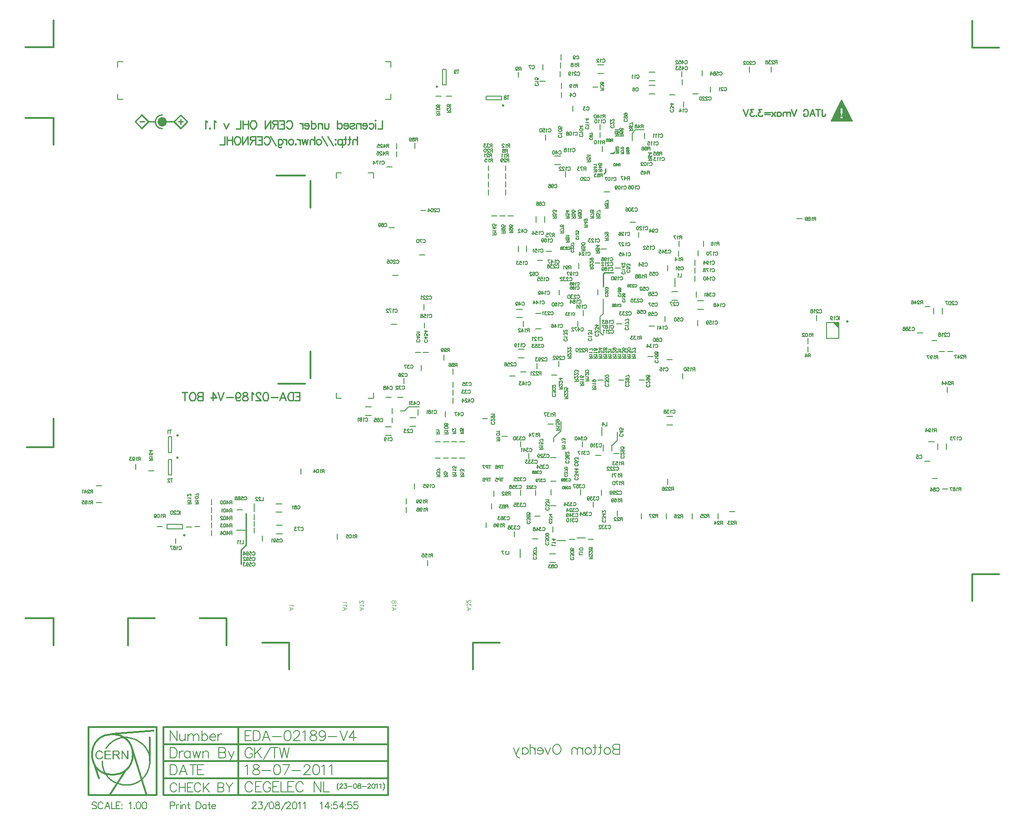
<source format=gbr>
%FSLAX24Y24*%
%MOIN*%
G70*
G01*
G75*
G04 Layer_Color=16711935*
%ADD10R,0.0787X0.0984*%
%ADD11R,0.0197X0.0906*%
%ADD12R,0.0787X0.0197*%
%ADD13R,0.0433X0.0236*%
%ADD14R,0.0236X0.0413*%
%ADD15R,0.0394X0.0394*%
%ADD16R,0.0394X0.0236*%
%ADD17R,0.0689X0.0984*%
%ADD18R,0.0335X0.0118*%
%ADD19R,0.0610X0.0236*%
%ADD20R,0.0236X0.0807*%
%ADD21C,0.0252*%
%ADD22O,0.0413X0.0138*%
%ADD23O,0.0138X0.0413*%
%ADD24R,0.1280X0.1280*%
%ADD25R,0.1398X0.1398*%
%ADD26O,0.0118X0.0354*%
%ADD27O,0.0354X0.0118*%
%ADD28R,0.1319X0.1319*%
%ADD29O,0.0413X0.0118*%
%ADD30O,0.0118X0.0413*%
%ADD31R,0.1004X0.1004*%
%ADD32R,0.0276X0.1575*%
%ADD33R,0.0276X0.1260*%
%ADD34R,0.0827X0.0551*%
%ADD35R,0.0709X0.0787*%
%ADD36R,0.0532X0.0492*%
%ADD37R,0.0669X0.0846*%
%ADD38R,0.0608X0.0512*%
%ADD39R,0.0354X0.0433*%
%ADD40R,0.0787X0.1063*%
%ADD41R,0.0354X0.0374*%
%ADD42C,0.0354*%
%ADD43R,0.1142X0.2126*%
%ADD44R,0.1500X0.1671*%
%ADD45R,0.1260X0.0965*%
%ADD46R,0.0453X0.1063*%
%ADD47C,0.0157*%
%ADD48C,0.0394*%
%ADD49C,0.0197*%
%ADD50C,0.0177*%
%ADD51R,0.0787X0.0354*%
%ADD52R,0.1671X0.1500*%
%ADD53R,0.0394X0.0354*%
%ADD54R,0.0394X0.0374*%
%ADD55R,0.0453X0.0709*%
%ADD56R,0.0709X0.0453*%
%ADD57R,0.1063X0.0453*%
%ADD58R,0.0244X0.0244*%
%ADD59R,0.0354X0.0394*%
%ADD60R,0.0374X0.0394*%
%ADD61R,0.0453X0.0571*%
%ADD62R,0.0571X0.0453*%
%ADD63R,0.0591X0.0177*%
%ADD64R,0.0236X0.0236*%
%ADD65P,0.0557X4X180.0*%
%ADD66R,0.0118X0.0335*%
%ADD67R,0.0984X0.0689*%
%ADD68R,0.0244X0.0244*%
%ADD69R,0.0236X0.0236*%
%ADD70R,0.0413X0.0236*%
%ADD71R,0.0236X0.0394*%
%ADD72C,0.0050*%
%ADD73C,0.0600*%
%ADD74C,0.0300*%
%ADD75C,0.0120*%
%ADD76C,0.0100*%
%ADD77C,0.0080*%
%ADD78C,0.0150*%
%ADD79C,0.0060*%
%ADD80C,0.0160*%
%ADD81C,0.0240*%
%ADD82C,0.0200*%
%ADD83C,0.0070*%
%ADD84C,0.0140*%
%ADD85C,0.0180*%
%ADD86C,0.0260*%
%ADD87C,0.0400*%
%ADD88C,0.0787*%
%ADD89R,0.0787X0.0787*%
%ADD90C,0.2362*%
%ADD91C,0.2244*%
%ADD92C,0.2283*%
%ADD93C,0.0630*%
%ADD94C,0.0669*%
%ADD95C,0.0591*%
%ADD96R,0.0591X0.0591*%
%ADD97R,0.1181X0.0866*%
%ADD98C,0.1575*%
%ADD99C,0.0295*%
%ADD100C,0.0472*%
%ADD101R,0.0236X0.0433*%
%ADD102R,0.0236X0.0413*%
%ADD103P,0.0557X4X270.0*%
%ADD104P,0.0345X4X90.0*%
%ADD105P,0.0345X4X360.0*%
%ADD106C,0.0500*%
%ADD107C,0.0079*%
%ADD108C,0.0098*%
%ADD109C,0.0039*%
%ADD110C,0.0118*%
%ADD111C,0.0030*%
%ADD112R,0.0670X0.1810*%
%ADD113R,0.0270X0.0320*%
%ADD114R,0.0550X0.0340*%
%ADD115R,0.1460X0.0760*%
%ADD116R,0.2010X0.0890*%
%ADD117R,0.1800X0.0500*%
%ADD118R,0.4000X0.0450*%
%ADD119R,0.2050X0.0600*%
%ADD120R,0.0850X0.1000*%
%ADD121R,0.0400X0.1000*%
%ADD122R,0.0550X0.1100*%
%ADD123R,0.0400X0.1050*%
%ADD124R,0.1650X0.1150*%
%ADD125R,0.1170X0.1430*%
%ADD126R,0.1120X0.0640*%
%ADD127R,0.1110X0.0950*%
%ADD128R,0.1140X0.0430*%
%ADD129R,0.1130X0.0630*%
%ADD130R,0.1160X0.0440*%
%ADD131R,0.1110X0.0700*%
%ADD132R,0.1060X0.0270*%
%ADD133R,0.5850X0.0150*%
%ADD134R,0.1650X0.1050*%
%ADD135R,0.1800X0.1100*%
%ADD136R,0.2880X0.1120*%
%ADD137R,0.6810X0.0690*%
%ADD138R,0.5410X0.0280*%
%ADD139R,0.0230X0.0310*%
%ADD140R,0.0310X0.1000*%
%ADD141R,0.0380X0.0820*%
%ADD142R,0.0380X0.1240*%
%ADD143R,0.0350X0.1240*%
%ADD144R,0.0280X0.0790*%
%ADD145R,0.0440X0.1020*%
%ADD146R,0.0530X0.1020*%
%ADD147R,0.0886X0.0886*%
%ADD148R,0.0835X0.0835*%
%ADD149C,0.0000*%
%ADD150P,0.0000X4X180.0*%
%ADD151P,0.0000X4X270.0*%
G36*
X88525Y72668D02*
X88542D01*
Y72633D01*
X88587Y72543D01*
X88587Y72543D01*
X89082Y71546D01*
X88542D01*
X88542Y71576D01*
X88129D01*
X88131Y71546D01*
X87537D01*
X88036Y72557D01*
X88035Y72558D01*
X88048Y72582D01*
Y72668D01*
X88091D01*
X88308Y73103D01*
X88525Y72668D01*
D02*
G37*
%LPC*%
G36*
X88372Y71897D02*
X88218D01*
Y71746D01*
X88372D01*
Y71897D01*
D02*
G37*
G36*
Y72498D02*
X88218D01*
Y72270D01*
X88267Y71959D01*
X88331D01*
X88372Y72270D01*
Y72498D01*
D02*
G37*
%LPD*%
G36*
X35074Y25290D02*
X35082D01*
X35102Y25289D01*
X35122Y25287D01*
X35144Y25283D01*
X35164Y25279D01*
X35174Y25276D01*
X35183Y25273D01*
X35184D01*
X35185Y25272D01*
X35190Y25271D01*
X35198Y25266D01*
X35208Y25259D01*
X35220Y25251D01*
X35231Y25240D01*
X35243Y25228D01*
X35254Y25212D01*
X35255Y25210D01*
X35258Y25204D01*
X35263Y25195D01*
X35267Y25184D01*
X35272Y25169D01*
X35277Y25152D01*
X35280Y25135D01*
X35281Y25115D01*
Y25114D01*
Y25112D01*
Y25108D01*
X35280Y25104D01*
Y25098D01*
X35279Y25091D01*
X35275Y25075D01*
X35270Y25057D01*
X35263Y25038D01*
X35251Y25019D01*
X35244Y25009D01*
X35236Y25000D01*
X35234Y24998D01*
X35231Y24996D01*
X35228Y24992D01*
X35224Y24989D01*
X35218Y24985D01*
X35211Y24981D01*
X35203Y24976D01*
X35194Y24971D01*
X35184Y24966D01*
X35173Y24961D01*
X35160Y24956D01*
X35147Y24951D01*
X35133Y24947D01*
X35117Y24945D01*
X35101Y24942D01*
X35103Y24941D01*
X35106Y24939D01*
X35112Y24936D01*
X35119Y24932D01*
X35136Y24921D01*
X35144Y24915D01*
X35151Y24909D01*
X35153Y24907D01*
X35158Y24904D01*
X35165Y24896D01*
X35174Y24886D01*
X35185Y24873D01*
X35196Y24859D01*
X35209Y24842D01*
X35222Y24824D01*
X35333Y24650D01*
X35226D01*
X35142Y24783D01*
Y24783D01*
X35140Y24785D01*
X35138Y24788D01*
X35136Y24792D01*
X35129Y24802D01*
X35120Y24815D01*
X35110Y24829D01*
X35100Y24844D01*
X35090Y24858D01*
X35080Y24870D01*
X35079Y24871D01*
X35076Y24875D01*
X35071Y24881D01*
X35066Y24888D01*
X35052Y24902D01*
X35045Y24908D01*
X35037Y24913D01*
X35036Y24914D01*
X35034Y24915D01*
X35030Y24917D01*
X35025Y24920D01*
X35014Y24926D01*
X34999Y24931D01*
X34998D01*
X34996Y24932D01*
X34992D01*
X34987Y24933D01*
X34981Y24934D01*
X34973D01*
X34963Y24935D01*
X34854D01*
Y24650D01*
X34769D01*
Y25291D01*
X35066D01*
X35074Y25290D01*
D02*
G37*
G36*
X34636Y25216D02*
X34257D01*
Y25019D01*
X34612D01*
Y24944D01*
X34257D01*
Y24725D01*
X34651D01*
Y24650D01*
X34172D01*
Y25291D01*
X34636D01*
Y25216D01*
D02*
G37*
G36*
X35917Y24650D02*
X35831D01*
X35494Y25153D01*
Y24650D01*
X35413D01*
Y25291D01*
X35499D01*
X35836Y24787D01*
Y25291D01*
X35917D01*
Y24650D01*
D02*
G37*
G36*
X33818Y25301D02*
X33826Y25300D01*
X33836Y25299D01*
X33846Y25298D01*
X33858Y25296D01*
X33884Y25290D01*
X33911Y25281D01*
X33924Y25275D01*
X33938Y25269D01*
X33951Y25261D01*
X33964Y25252D01*
X33965Y25251D01*
X33966Y25250D01*
X33969Y25247D01*
X33974Y25243D01*
X33979Y25238D01*
X33986Y25231D01*
X33993Y25225D01*
X34000Y25217D01*
X34007Y25207D01*
X34014Y25197D01*
X34022Y25186D01*
X34030Y25173D01*
X34037Y25160D01*
X34044Y25146D01*
X34055Y25114D01*
X33971Y25095D01*
Y25096D01*
X33970Y25098D01*
X33969Y25102D01*
X33967Y25107D01*
X33965Y25112D01*
X33962Y25119D01*
X33955Y25134D01*
X33946Y25150D01*
X33934Y25168D01*
X33922Y25184D01*
X33906Y25197D01*
X33904Y25198D01*
X33898Y25202D01*
X33889Y25207D01*
X33877Y25214D01*
X33862Y25220D01*
X33843Y25225D01*
X33823Y25229D01*
X33800Y25230D01*
X33793D01*
X33788Y25229D01*
X33781D01*
X33774Y25228D01*
X33757Y25225D01*
X33737Y25221D01*
X33717Y25214D01*
X33696Y25205D01*
X33677Y25193D01*
X33676D01*
X33675Y25191D01*
X33669Y25187D01*
X33660Y25179D01*
X33649Y25168D01*
X33639Y25154D01*
X33627Y25139D01*
X33616Y25119D01*
X33607Y25098D01*
Y25097D01*
X33606Y25095D01*
X33605Y25092D01*
X33604Y25087D01*
X33602Y25082D01*
X33601Y25075D01*
X33598Y25060D01*
X33594Y25041D01*
X33591Y25021D01*
X33589Y24998D01*
X33588Y24975D01*
Y24974D01*
Y24971D01*
Y24967D01*
Y24961D01*
X33589Y24954D01*
Y24945D01*
X33590Y24937D01*
X33591Y24927D01*
X33594Y24905D01*
X33598Y24880D01*
X33603Y24856D01*
X33611Y24832D01*
Y24831D01*
X33612Y24829D01*
X33614Y24826D01*
X33616Y24823D01*
X33621Y24811D01*
X33629Y24798D01*
X33640Y24783D01*
X33652Y24768D01*
X33667Y24753D01*
X33684Y24741D01*
X33685D01*
X33686Y24740D01*
X33689Y24738D01*
X33693Y24736D01*
X33704Y24732D01*
X33718Y24726D01*
X33733Y24721D01*
X33752Y24716D01*
X33772Y24712D01*
X33794Y24711D01*
X33801D01*
X33805Y24712D01*
X33811D01*
X33819Y24713D01*
X33836Y24716D01*
X33854Y24721D01*
X33875Y24729D01*
X33894Y24739D01*
X33914Y24752D01*
X33915Y24753D01*
X33916Y24754D01*
X33922Y24760D01*
X33930Y24770D01*
X33941Y24783D01*
X33952Y24800D01*
X33964Y24821D01*
X33973Y24846D01*
X33981Y24874D01*
X34066Y24853D01*
Y24852D01*
X34065Y24848D01*
X34063Y24843D01*
X34061Y24835D01*
X34057Y24827D01*
X34053Y24817D01*
X34049Y24806D01*
X34044Y24794D01*
X34031Y24768D01*
X34013Y24742D01*
X33994Y24716D01*
X33982Y24704D01*
X33969Y24694D01*
X33968Y24693D01*
X33966Y24692D01*
X33963Y24689D01*
X33957Y24685D01*
X33950Y24681D01*
X33942Y24676D01*
X33933Y24671D01*
X33923Y24666D01*
X33911Y24661D01*
X33898Y24657D01*
X33884Y24652D01*
X33869Y24648D01*
X33837Y24641D01*
X33819Y24640D01*
X33801Y24639D01*
X33791D01*
X33783Y24640D01*
X33774D01*
X33764Y24641D01*
X33753Y24643D01*
X33741Y24644D01*
X33714Y24650D01*
X33685Y24657D01*
X33658Y24667D01*
X33644Y24673D01*
X33632Y24681D01*
X33631Y24682D01*
X33629Y24683D01*
X33626Y24686D01*
X33621Y24689D01*
X33609Y24699D01*
X33596Y24712D01*
X33579Y24729D01*
X33563Y24750D01*
X33547Y24775D01*
X33533Y24803D01*
Y24804D01*
X33532Y24807D01*
X33530Y24811D01*
X33528Y24817D01*
X33525Y24824D01*
X33522Y24833D01*
X33519Y24843D01*
X33517Y24855D01*
X33514Y24866D01*
X33511Y24880D01*
X33505Y24909D01*
X33501Y24941D01*
X33500Y24975D01*
Y24976D01*
Y24980D01*
Y24985D01*
X33501Y24991D01*
Y25000D01*
X33502Y25011D01*
X33503Y25022D01*
X33505Y25034D01*
X33510Y25062D01*
X33516Y25091D01*
X33525Y25121D01*
X33538Y25149D01*
Y25150D01*
X33540Y25152D01*
X33542Y25156D01*
X33545Y25162D01*
X33549Y25168D01*
X33554Y25175D01*
X33566Y25191D01*
X33581Y25210D01*
X33599Y25229D01*
X33622Y25247D01*
X33646Y25263D01*
X33647D01*
X33649Y25265D01*
X33653Y25267D01*
X33659Y25269D01*
X33665Y25271D01*
X33673Y25275D01*
X33682Y25278D01*
X33692Y25282D01*
X33703Y25286D01*
X33715Y25289D01*
X33741Y25296D01*
X33770Y25300D01*
X33802Y25302D01*
X33811D01*
X33818Y25301D01*
D02*
G37*
%LPC*%
G36*
X35056Y25220D02*
X34854D01*
Y25008D01*
X35045D01*
X35056Y25009D01*
X35068Y25010D01*
X35083Y25011D01*
X35099Y25013D01*
X35113Y25016D01*
X35126Y25020D01*
X35128Y25021D01*
X35132Y25022D01*
X35138Y25025D01*
X35144Y25028D01*
X35152Y25034D01*
X35161Y25041D01*
X35169Y25049D01*
X35176Y25058D01*
X35177Y25059D01*
X35179Y25063D01*
X35182Y25068D01*
X35185Y25075D01*
X35187Y25083D01*
X35190Y25093D01*
X35192Y25104D01*
X35193Y25115D01*
Y25116D01*
Y25117D01*
Y25123D01*
X35191Y25131D01*
X35189Y25142D01*
X35185Y25153D01*
X35180Y25166D01*
X35171Y25179D01*
X35160Y25190D01*
X35158Y25191D01*
X35154Y25195D01*
X35145Y25200D01*
X35135Y25205D01*
X35120Y25211D01*
X35103Y25215D01*
X35081Y25219D01*
X35056Y25220D01*
D02*
G37*
%LPD*%
D72*
X68274Y44665D02*
X68283Y44682D01*
X68300Y44699D01*
X68317Y44708D01*
X68352D01*
X68369Y44699D01*
X68386Y44682D01*
X68394Y44665D01*
X68403Y44639D01*
Y44597D01*
X68394Y44571D01*
X68386Y44554D01*
X68369Y44537D01*
X68352Y44528D01*
X68317D01*
X68300Y44537D01*
X68283Y44554D01*
X68274Y44571D01*
X68207Y44708D02*
X68112D01*
X68164Y44639D01*
X68138D01*
X68121Y44631D01*
X68112Y44622D01*
X68104Y44597D01*
Y44579D01*
X68112Y44554D01*
X68130Y44537D01*
X68155Y44528D01*
X68181D01*
X68207Y44537D01*
X68215Y44545D01*
X68224Y44562D01*
X67961Y44682D02*
X67969Y44699D01*
X67995Y44708D01*
X68012D01*
X68038Y44699D01*
X68055Y44674D01*
X68064Y44631D01*
Y44588D01*
X68055Y44554D01*
X68038Y44537D01*
X68012Y44528D01*
X68004D01*
X67978Y44537D01*
X67961Y44554D01*
X67952Y44579D01*
Y44588D01*
X67961Y44614D01*
X67978Y44631D01*
X68004Y44639D01*
X68012D01*
X68038Y44631D01*
X68055Y44614D01*
X68064Y44588D01*
X67861Y44708D02*
X67887Y44699D01*
X67904Y44674D01*
X67913Y44631D01*
Y44605D01*
X67904Y44562D01*
X67887Y44537D01*
X67861Y44528D01*
X67844D01*
X67819Y44537D01*
X67801Y44562D01*
X67793Y44605D01*
Y44631D01*
X67801Y44674D01*
X67819Y44699D01*
X67844Y44708D01*
X67861D01*
X33583Y21428D02*
X33536Y21476D01*
X33464Y21500D01*
X33369D01*
X33298Y21476D01*
X33250Y21428D01*
Y21381D01*
X33274Y21333D01*
X33298Y21309D01*
X33345Y21286D01*
X33488Y21238D01*
X33536Y21214D01*
X33559Y21190D01*
X33583Y21143D01*
Y21071D01*
X33536Y21024D01*
X33464Y21000D01*
X33369D01*
X33298Y21024D01*
X33250Y21071D01*
X34052Y21381D02*
X34028Y21428D01*
X33981Y21476D01*
X33933Y21500D01*
X33838D01*
X33790Y21476D01*
X33743Y21428D01*
X33719Y21381D01*
X33695Y21309D01*
Y21190D01*
X33719Y21119D01*
X33743Y21071D01*
X33790Y21024D01*
X33838Y21000D01*
X33933D01*
X33981Y21024D01*
X34028Y21071D01*
X34052Y21119D01*
X34574Y21000D02*
X34383Y21500D01*
X34193Y21000D01*
X34264Y21167D02*
X34502D01*
X34690Y21500D02*
Y21000D01*
X34976D01*
X35340Y21500D02*
X35031D01*
Y21000D01*
X35340D01*
X35031Y21262D02*
X35221D01*
X35447Y21333D02*
X35423Y21309D01*
X35447Y21286D01*
X35471Y21309D01*
X35447Y21333D01*
Y21048D02*
X35423Y21024D01*
X35447Y21000D01*
X35471Y21024D01*
X35447Y21048D01*
X35973Y21405D02*
X36021Y21428D01*
X36092Y21500D01*
Y21000D01*
X36364Y21048D02*
X36340Y21024D01*
X36364Y21000D01*
X36387Y21024D01*
X36364Y21048D01*
X36640Y21500D02*
X36568Y21476D01*
X36521Y21405D01*
X36497Y21286D01*
Y21214D01*
X36521Y21095D01*
X36568Y21024D01*
X36640Y21000D01*
X36687D01*
X36759Y21024D01*
X36806Y21095D01*
X36830Y21214D01*
Y21286D01*
X36806Y21405D01*
X36759Y21476D01*
X36687Y21500D01*
X36640D01*
X37085D02*
X37013Y21476D01*
X36966Y21405D01*
X36942Y21286D01*
Y21214D01*
X36966Y21095D01*
X37013Y21024D01*
X37085Y21000D01*
X37132D01*
X37204Y21024D01*
X37252Y21095D01*
X37275Y21214D01*
Y21286D01*
X37252Y21405D01*
X37204Y21476D01*
X37132Y21500D01*
X37085D01*
X39000Y21238D02*
X39214D01*
X39286Y21262D01*
X39309Y21285D01*
X39333Y21333D01*
Y21404D01*
X39309Y21452D01*
X39286Y21476D01*
X39214Y21500D01*
X39000D01*
Y21000D01*
X39445Y21333D02*
Y21000D01*
Y21190D02*
X39469Y21262D01*
X39516Y21309D01*
X39564Y21333D01*
X39636D01*
X39728Y21500D02*
X39752Y21476D01*
X39776Y21500D01*
X39752Y21523D01*
X39728Y21500D01*
X39752Y21333D02*
Y21000D01*
X39864Y21333D02*
Y21000D01*
Y21238D02*
X39935Y21309D01*
X39983Y21333D01*
X40054D01*
X40102Y21309D01*
X40126Y21238D01*
Y21000D01*
X40328Y21500D02*
Y21095D01*
X40352Y21024D01*
X40400Y21000D01*
X40447D01*
X40257Y21333D02*
X40423D01*
X40911Y21500D02*
Y21000D01*
Y21500D02*
X41078D01*
X41149Y21476D01*
X41197Y21428D01*
X41221Y21381D01*
X41245Y21309D01*
Y21190D01*
X41221Y21119D01*
X41197Y21071D01*
X41149Y21024D01*
X41078Y21000D01*
X40911D01*
X41642Y21333D02*
Y21000D01*
Y21262D02*
X41595Y21309D01*
X41547Y21333D01*
X41476D01*
X41428Y21309D01*
X41380Y21262D01*
X41357Y21190D01*
Y21143D01*
X41380Y21071D01*
X41428Y21024D01*
X41476Y21000D01*
X41547D01*
X41595Y21024D01*
X41642Y21071D01*
X41847Y21500D02*
Y21095D01*
X41871Y21024D01*
X41918Y21000D01*
X41966D01*
X41776Y21333D02*
X41942D01*
X42037Y21190D02*
X42323D01*
Y21238D01*
X42299Y21285D01*
X42275Y21309D01*
X42228Y21333D01*
X42156D01*
X42109Y21309D01*
X42061Y21262D01*
X42037Y21190D01*
Y21143D01*
X42061Y21071D01*
X42109Y21024D01*
X42156Y21000D01*
X42228D01*
X42275Y21024D01*
X42323Y21071D01*
X45024Y21381D02*
Y21404D01*
X45048Y21452D01*
X45071Y21476D01*
X45119Y21500D01*
X45214D01*
X45262Y21476D01*
X45286Y21452D01*
X45309Y21404D01*
Y21357D01*
X45286Y21309D01*
X45238Y21238D01*
X45000Y21000D01*
X45333D01*
X45493Y21500D02*
X45755D01*
X45612Y21309D01*
X45683D01*
X45731Y21285D01*
X45755Y21262D01*
X45778Y21190D01*
Y21143D01*
X45755Y21071D01*
X45707Y21024D01*
X45636Y21000D01*
X45564D01*
X45493Y21024D01*
X45469Y21047D01*
X45445Y21095D01*
X45890Y20928D02*
X46223Y21500D01*
X46400D02*
X46328Y21476D01*
X46281Y21404D01*
X46257Y21285D01*
Y21214D01*
X46281Y21095D01*
X46328Y21024D01*
X46400Y21000D01*
X46447D01*
X46519Y21024D01*
X46566Y21095D01*
X46590Y21214D01*
Y21285D01*
X46566Y21404D01*
X46519Y21476D01*
X46447Y21500D01*
X46400D01*
X46821D02*
X46750Y21476D01*
X46726Y21428D01*
Y21381D01*
X46750Y21333D01*
X46797Y21309D01*
X46892Y21285D01*
X46964Y21262D01*
X47011Y21214D01*
X47035Y21166D01*
Y21095D01*
X47011Y21047D01*
X46988Y21024D01*
X46916Y21000D01*
X46821D01*
X46750Y21024D01*
X46726Y21047D01*
X46702Y21095D01*
Y21166D01*
X46726Y21214D01*
X46773Y21262D01*
X46845Y21285D01*
X46940Y21309D01*
X46988Y21333D01*
X47011Y21381D01*
Y21428D01*
X46988Y21476D01*
X46916Y21500D01*
X46821D01*
X47147Y20928D02*
X47480Y21500D01*
X47537Y21381D02*
Y21404D01*
X47561Y21452D01*
X47585Y21476D01*
X47633Y21500D01*
X47728D01*
X47776Y21476D01*
X47799Y21452D01*
X47823Y21404D01*
Y21357D01*
X47799Y21309D01*
X47752Y21238D01*
X47514Y21000D01*
X47847D01*
X48102Y21500D02*
X48030Y21476D01*
X47983Y21404D01*
X47959Y21285D01*
Y21214D01*
X47983Y21095D01*
X48030Y21024D01*
X48102Y21000D01*
X48149D01*
X48221Y21024D01*
X48268Y21095D01*
X48292Y21214D01*
Y21285D01*
X48268Y21404D01*
X48221Y21476D01*
X48149Y21500D01*
X48102D01*
X48404Y21404D02*
X48452Y21428D01*
X48523Y21500D01*
Y21000D01*
X48771Y21404D02*
X48818Y21428D01*
X48890Y21500D01*
Y21000D01*
X50000Y21404D02*
X50048Y21428D01*
X50119Y21500D01*
Y21000D01*
X50605Y21500D02*
X50367Y21166D01*
X50724D01*
X50605Y21500D02*
Y21000D01*
X50835Y21333D02*
X50812Y21309D01*
X50835Y21285D01*
X50859Y21309D01*
X50835Y21333D01*
Y21047D02*
X50812Y21024D01*
X50835Y21000D01*
X50859Y21024D01*
X50835Y21047D01*
X51254Y21500D02*
X51016D01*
X50993Y21285D01*
X51016Y21309D01*
X51088Y21333D01*
X51159D01*
X51231Y21309D01*
X51278Y21262D01*
X51302Y21190D01*
Y21143D01*
X51278Y21071D01*
X51231Y21024D01*
X51159Y21000D01*
X51088D01*
X51016Y21024D01*
X50993Y21047D01*
X50969Y21095D01*
X51652Y21500D02*
X51414Y21166D01*
X51771D01*
X51652Y21500D02*
Y21000D01*
X51883Y21333D02*
X51859Y21309D01*
X51883Y21285D01*
X51907Y21309D01*
X51883Y21333D01*
Y21047D02*
X51859Y21024D01*
X51883Y21000D01*
X51907Y21024D01*
X51883Y21047D01*
X52302Y21500D02*
X52064D01*
X52040Y21285D01*
X52064Y21309D01*
X52135Y21333D01*
X52207D01*
X52278Y21309D01*
X52326Y21262D01*
X52349Y21190D01*
Y21143D01*
X52326Y21071D01*
X52278Y21024D01*
X52207Y21000D01*
X52135D01*
X52064Y21024D01*
X52040Y21047D01*
X52016Y21095D01*
X52747Y21500D02*
X52509D01*
X52485Y21285D01*
X52509Y21309D01*
X52580Y21333D01*
X52652D01*
X52723Y21309D01*
X52771Y21262D01*
X52795Y21190D01*
Y21143D01*
X52771Y21071D01*
X52723Y21024D01*
X52652Y21000D01*
X52580D01*
X52509Y21024D01*
X52485Y21047D01*
X52461Y21095D01*
X51367Y22917D02*
X51333Y22883D01*
X51300Y22833D01*
X51267Y22767D01*
X51250Y22683D01*
Y22617D01*
X51267Y22533D01*
X51300Y22467D01*
X51333Y22417D01*
X51367Y22383D01*
X51333Y22883D02*
X51300Y22817D01*
X51283Y22767D01*
X51267Y22683D01*
Y22617D01*
X51283Y22533D01*
X51300Y22483D01*
X51333Y22417D01*
X51450Y22767D02*
Y22783D01*
X51467Y22817D01*
X51483Y22833D01*
X51517Y22850D01*
X51583D01*
X51617Y22833D01*
X51633Y22817D01*
X51650Y22783D01*
Y22750D01*
X51633Y22717D01*
X51600Y22667D01*
X51433Y22500D01*
X51667D01*
X51778Y22850D02*
X51962D01*
X51862Y22717D01*
X51912D01*
X51945Y22700D01*
X51962Y22683D01*
X51978Y22633D01*
Y22600D01*
X51962Y22550D01*
X51928Y22517D01*
X51878Y22500D01*
X51828D01*
X51778Y22517D01*
X51762Y22533D01*
X51745Y22567D01*
X52056Y22650D02*
X52356D01*
X52560Y22850D02*
X52510Y22833D01*
X52476Y22783D01*
X52460Y22700D01*
Y22650D01*
X52476Y22567D01*
X52510Y22517D01*
X52560Y22500D01*
X52593D01*
X52643Y22517D01*
X52676Y22567D01*
X52693Y22650D01*
Y22700D01*
X52676Y22783D01*
X52643Y22833D01*
X52593Y22850D01*
X52560D01*
X52855D02*
X52805Y22833D01*
X52788Y22800D01*
Y22767D01*
X52805Y22733D01*
X52838Y22717D01*
X52905Y22700D01*
X52955Y22683D01*
X52988Y22650D01*
X53005Y22617D01*
Y22567D01*
X52988Y22533D01*
X52971Y22517D01*
X52921Y22500D01*
X52855D01*
X52805Y22517D01*
X52788Y22533D01*
X52771Y22567D01*
Y22617D01*
X52788Y22650D01*
X52821Y22683D01*
X52871Y22700D01*
X52938Y22717D01*
X52971Y22733D01*
X52988Y22767D01*
Y22800D01*
X52971Y22833D01*
X52921Y22850D01*
X52855D01*
X53083Y22650D02*
X53383D01*
X53503Y22767D02*
Y22783D01*
X53520Y22817D01*
X53536Y22833D01*
X53569Y22850D01*
X53636D01*
X53669Y22833D01*
X53686Y22817D01*
X53703Y22783D01*
Y22750D01*
X53686Y22717D01*
X53653Y22667D01*
X53486Y22500D01*
X53719D01*
X53898Y22850D02*
X53848Y22833D01*
X53814Y22783D01*
X53798Y22700D01*
Y22650D01*
X53814Y22567D01*
X53848Y22517D01*
X53898Y22500D01*
X53931D01*
X53981Y22517D01*
X54014Y22567D01*
X54031Y22650D01*
Y22700D01*
X54014Y22783D01*
X53981Y22833D01*
X53931Y22850D01*
X53898D01*
X54109Y22783D02*
X54143Y22800D01*
X54193Y22850D01*
Y22500D01*
X54366Y22783D02*
X54399Y22800D01*
X54449Y22850D01*
Y22500D01*
X54623Y22917D02*
X54656Y22883D01*
X54689Y22833D01*
X54723Y22767D01*
X54739Y22683D01*
Y22617D01*
X54723Y22533D01*
X54689Y22467D01*
X54656Y22417D01*
X54623Y22383D01*
X54656Y22883D02*
X54689Y22817D01*
X54706Y22767D01*
X54723Y22683D01*
Y22617D01*
X54706Y22533D01*
X54689Y22483D01*
X54656Y22417D01*
D75*
X30433Y33031D02*
Y35000D01*
X28346D02*
X30433D01*
X97884Y38253D02*
X99852D01*
X45748Y33228D02*
X47716D01*
X41161Y35000D02*
X43130D01*
Y33031D02*
Y35000D01*
X97898Y76954D02*
X99866D01*
X97898D02*
Y78923D01*
X30433Y76988D02*
Y78956D01*
X28346Y76988D02*
X30433D01*
X47716Y31260D02*
Y33228D01*
X61220Y31260D02*
Y33229D01*
X63189D01*
X97884Y36284D02*
Y38253D01*
X35905Y33031D02*
Y35000D01*
X37874D01*
X30433Y47598D02*
Y49685D01*
X28465Y47598D02*
X30433D01*
X28346Y71791D02*
X30433D01*
Y69823D02*
Y71791D01*
X46811Y67559D02*
X48898D01*
X49291Y65197D02*
Y67165D01*
Y52638D02*
Y54606D01*
X46929Y52244D02*
X48898D01*
X36250Y25000D02*
G03*
X36250Y25000I-1500J0D01*
G01*
X38500Y27000D02*
X55000D01*
X38500Y25750D02*
X55000D01*
X38500Y24500D02*
X55000D01*
X38500Y23250D02*
X55000D01*
X38500Y22000D02*
X55000D01*
Y27000D01*
X36220Y25300D02*
X37250Y22000D01*
X33000Y27000D02*
X38000D01*
X34750Y26500D02*
X37750Y26750D01*
X33000Y22000D02*
X38000D01*
X44000D02*
Y27000D01*
X38000Y22000D02*
Y27000D01*
X38500Y22000D02*
Y27000D01*
X37500Y24500D02*
Y26250D01*
X33000Y22000D02*
Y27000D01*
X34550Y22050D02*
X35760Y23890D01*
X33350Y24460D02*
X33750Y23250D01*
D76*
X38410Y72000D02*
G03*
X38410Y71000I0J-500D01*
G01*
X70833Y67668D02*
X70953Y67788D01*
Y68048D01*
X71513Y69168D02*
X71623Y69278D01*
X71343Y69168D02*
X71513D01*
X70783Y59368D02*
Y60318D01*
X70883Y60418D01*
X71523D01*
X44209Y38998D02*
Y40038D01*
X44559Y40388D01*
Y42728D01*
X38510Y71500D02*
X39260D01*
X36412Y71502D02*
X36910Y72000D01*
X37408Y71502D02*
X37910D01*
X36910Y72000D02*
X37408Y71502D01*
X36412D02*
X36910Y71004D01*
X37408Y71502D01*
X39260Y71500D02*
X39758Y71998D01*
X40256Y71500D01*
X39260D02*
X39758Y71002D01*
X40256Y71500D01*
X48129Y51600D02*
X48500D01*
Y51000D01*
X48129D01*
X48500Y51314D02*
X48271D01*
X48029Y51600D02*
Y51000D01*
Y51600D02*
X47829D01*
X47743Y51571D01*
X47686Y51514D01*
X47657Y51457D01*
X47629Y51371D01*
Y51229D01*
X47657Y51143D01*
X47686Y51086D01*
X47743Y51029D01*
X47829Y51000D01*
X48029D01*
X47037D02*
X47266Y51600D01*
X47495Y51000D01*
X47409Y51200D02*
X47123D01*
X46897Y51257D02*
X46383D01*
X46035Y51600D02*
X46121Y51571D01*
X46178Y51486D01*
X46206Y51343D01*
Y51257D01*
X46178Y51114D01*
X46121Y51029D01*
X46035Y51000D01*
X45978D01*
X45892Y51029D01*
X45835Y51114D01*
X45806Y51257D01*
Y51343D01*
X45835Y51486D01*
X45892Y51571D01*
X45978Y51600D01*
X46035D01*
X45643Y51457D02*
Y51486D01*
X45615Y51543D01*
X45586Y51571D01*
X45529Y51600D01*
X45415D01*
X45358Y51571D01*
X45329Y51543D01*
X45301Y51486D01*
Y51428D01*
X45329Y51371D01*
X45386Y51286D01*
X45672Y51000D01*
X45272D01*
X45138Y51486D02*
X45081Y51514D01*
X44995Y51600D01*
Y51000D01*
X44555Y51600D02*
X44641Y51571D01*
X44669Y51514D01*
Y51457D01*
X44641Y51400D01*
X44584Y51371D01*
X44469Y51343D01*
X44384Y51314D01*
X44327Y51257D01*
X44298Y51200D01*
Y51114D01*
X44327Y51057D01*
X44355Y51029D01*
X44441Y51000D01*
X44555D01*
X44641Y51029D01*
X44669Y51057D01*
X44698Y51114D01*
Y51200D01*
X44669Y51257D01*
X44612Y51314D01*
X44527Y51343D01*
X44412Y51371D01*
X44355Y51400D01*
X44327Y51457D01*
Y51514D01*
X44355Y51571D01*
X44441Y51600D01*
X44555D01*
X43792Y51400D02*
X43821Y51314D01*
X43878Y51257D01*
X43964Y51229D01*
X43992D01*
X44078Y51257D01*
X44135Y51314D01*
X44164Y51400D01*
Y51428D01*
X44135Y51514D01*
X44078Y51571D01*
X43992Y51600D01*
X43964D01*
X43878Y51571D01*
X43821Y51514D01*
X43792Y51400D01*
Y51257D01*
X43821Y51114D01*
X43878Y51029D01*
X43964Y51000D01*
X44021D01*
X44107Y51029D01*
X44135Y51086D01*
X43630Y51257D02*
X43115D01*
X42938Y51600D02*
X42710Y51000D01*
X42481Y51600D02*
X42710Y51000D01*
X42119Y51600D02*
X42404Y51200D01*
X41976D01*
X42119Y51600D02*
Y51000D01*
X41399Y51600D02*
Y51000D01*
Y51600D02*
X41142D01*
X41056Y51571D01*
X41027Y51543D01*
X40999Y51486D01*
Y51428D01*
X41027Y51371D01*
X41056Y51343D01*
X41142Y51314D01*
X41399D02*
X41142D01*
X41056Y51286D01*
X41027Y51257D01*
X40999Y51200D01*
Y51114D01*
X41027Y51057D01*
X41056Y51029D01*
X41142Y51000D01*
X41399D01*
X40693Y51600D02*
X40750Y51571D01*
X40807Y51514D01*
X40836Y51457D01*
X40865Y51371D01*
Y51229D01*
X40836Y51143D01*
X40807Y51086D01*
X40750Y51029D01*
X40693Y51000D01*
X40579D01*
X40522Y51029D01*
X40465Y51086D01*
X40436Y51143D01*
X40407Y51229D01*
Y51371D01*
X40436Y51457D01*
X40465Y51514D01*
X40522Y51571D01*
X40579Y51600D01*
X40693D01*
X40068D02*
Y51000D01*
X40267Y51600D02*
X39868D01*
X52723Y70428D02*
Y69828D01*
Y70114D02*
X52637Y70199D01*
X52580Y70228D01*
X52494D01*
X52437Y70199D01*
X52409Y70114D01*
Y69828D01*
X52166Y70428D02*
Y69942D01*
X52137Y69857D01*
X52080Y69828D01*
X52023D01*
X52252Y70228D02*
X52052D01*
X51852Y70428D02*
Y69942D01*
X51823Y69857D01*
X51766Y69828D01*
X51709D01*
X51937Y70228D02*
X51737D01*
X51623D02*
Y69628D01*
Y70142D02*
X51566Y70199D01*
X51509Y70228D01*
X51423D01*
X51366Y70199D01*
X51309Y70142D01*
X51280Y70057D01*
Y69999D01*
X51309Y69914D01*
X51366Y69857D01*
X51423Y69828D01*
X51509D01*
X51566Y69857D01*
X51623Y69914D01*
X51123Y70228D02*
X51152Y70199D01*
X51123Y70171D01*
X51095Y70199D01*
X51123Y70228D01*
Y69885D02*
X51152Y69857D01*
X51123Y69828D01*
X51095Y69857D01*
X51123Y69885D01*
X50963Y69742D02*
X50563Y70428D01*
X50523Y69742D02*
X50124Y70428D01*
X49941Y70228D02*
X49998Y70199D01*
X50055Y70142D01*
X50084Y70057D01*
Y69999D01*
X50055Y69914D01*
X49998Y69857D01*
X49941Y69828D01*
X49855D01*
X49798Y69857D01*
X49741Y69914D01*
X49712Y69999D01*
Y70057D01*
X49741Y70142D01*
X49798Y70199D01*
X49855Y70228D01*
X49941D01*
X49581Y70428D02*
Y69828D01*
Y70114D02*
X49495Y70199D01*
X49438Y70228D01*
X49352D01*
X49295Y70199D01*
X49267Y70114D01*
Y69828D01*
X49109Y70228D02*
X48995Y69828D01*
X48881Y70228D02*
X48995Y69828D01*
X48881Y70228D02*
X48767Y69828D01*
X48652Y70228D02*
X48767Y69828D01*
X48512Y70228D02*
Y69828D01*
Y70057D02*
X48484Y70142D01*
X48427Y70199D01*
X48370Y70228D01*
X48284D01*
X48201Y69885D02*
X48230Y69857D01*
X48201Y69828D01*
X48173Y69857D01*
X48201Y69885D01*
X47898Y70228D02*
X47955Y70199D01*
X48013Y70142D01*
X48041Y70057D01*
Y69999D01*
X48013Y69914D01*
X47955Y69857D01*
X47898Y69828D01*
X47813D01*
X47755Y69857D01*
X47698Y69914D01*
X47670Y69999D01*
Y70057D01*
X47698Y70142D01*
X47755Y70199D01*
X47813Y70228D01*
X47898D01*
X47538D02*
Y69828D01*
Y70057D02*
X47510Y70142D01*
X47453Y70199D01*
X47396Y70228D01*
X47310D01*
X46913D02*
Y69771D01*
X46941Y69685D01*
X46970Y69657D01*
X47027Y69628D01*
X47113D01*
X47170Y69657D01*
X46913Y70142D02*
X46970Y70199D01*
X47027Y70228D01*
X47113D01*
X47170Y70199D01*
X47227Y70142D01*
X47256Y70057D01*
Y69999D01*
X47227Y69914D01*
X47170Y69857D01*
X47113Y69828D01*
X47027D01*
X46970Y69857D01*
X46913Y69914D01*
X46753Y69742D02*
X46353Y70428D01*
X45884Y70285D02*
X45913Y70342D01*
X45970Y70399D01*
X46027Y70428D01*
X46142D01*
X46199Y70399D01*
X46256Y70342D01*
X46284Y70285D01*
X46313Y70199D01*
Y70057D01*
X46284Y69971D01*
X46256Y69914D01*
X46199Y69857D01*
X46142Y69828D01*
X46027D01*
X45970Y69857D01*
X45913Y69914D01*
X45884Y69971D01*
X45345Y70428D02*
X45716D01*
Y69828D01*
X45345D01*
X45716Y70142D02*
X45487D01*
X45245Y70428D02*
Y69828D01*
Y70428D02*
X44988D01*
X44902Y70399D01*
X44873Y70371D01*
X44845Y70314D01*
Y70256D01*
X44873Y70199D01*
X44902Y70171D01*
X44988Y70142D01*
X45245D01*
X45045D02*
X44845Y69828D01*
X44710Y70428D02*
Y69828D01*
Y70428D02*
X44311Y69828D01*
Y70428D02*
Y69828D01*
X43973Y70428D02*
X44031Y70399D01*
X44088Y70342D01*
X44116Y70285D01*
X44145Y70199D01*
Y70057D01*
X44116Y69971D01*
X44088Y69914D01*
X44031Y69857D01*
X43973Y69828D01*
X43859D01*
X43802Y69857D01*
X43745Y69914D01*
X43716Y69971D01*
X43688Y70057D01*
Y70199D01*
X43716Y70285D01*
X43745Y70342D01*
X43802Y70399D01*
X43859Y70428D01*
X43973D01*
X43548D02*
Y69828D01*
X43148Y70428D02*
Y69828D01*
X43548Y70142D02*
X43148D01*
X42982Y70428D02*
Y69828D01*
X42639D01*
X54563Y71598D02*
Y70998D01*
X54220D01*
X54097Y71598D02*
X54069Y71569D01*
X54040Y71598D01*
X54069Y71626D01*
X54097Y71598D01*
X54069Y71398D02*
Y70998D01*
X53592Y71312D02*
X53649Y71369D01*
X53706Y71398D01*
X53792D01*
X53849Y71369D01*
X53906Y71312D01*
X53935Y71227D01*
Y71169D01*
X53906Y71084D01*
X53849Y71027D01*
X53792Y70998D01*
X53706D01*
X53649Y71027D01*
X53592Y71084D01*
X53463Y71227D02*
X53120D01*
Y71284D01*
X53149Y71341D01*
X53178Y71369D01*
X53235Y71398D01*
X53320D01*
X53378Y71369D01*
X53435Y71312D01*
X53463Y71227D01*
Y71169D01*
X53435Y71084D01*
X53378Y71027D01*
X53320Y70998D01*
X53235D01*
X53178Y71027D01*
X53120Y71084D01*
X52992Y71398D02*
Y70998D01*
Y71284D02*
X52906Y71369D01*
X52849Y71398D01*
X52763D01*
X52706Y71369D01*
X52678Y71284D01*
Y70998D01*
X52206Y71312D02*
X52235Y71369D01*
X52321Y71398D01*
X52406D01*
X52492Y71369D01*
X52521Y71312D01*
X52492Y71255D01*
X52435Y71227D01*
X52292Y71198D01*
X52235Y71169D01*
X52206Y71112D01*
Y71084D01*
X52235Y71027D01*
X52321Y70998D01*
X52406D01*
X52492Y71027D01*
X52521Y71084D01*
X52081Y71227D02*
X51738D01*
Y71284D01*
X51766Y71341D01*
X51795Y71369D01*
X51852Y71398D01*
X51938D01*
X51995Y71369D01*
X52052Y71312D01*
X52081Y71227D01*
Y71169D01*
X52052Y71084D01*
X51995Y71027D01*
X51938Y70998D01*
X51852D01*
X51795Y71027D01*
X51738Y71084D01*
X51267Y71598D02*
Y70998D01*
Y71312D02*
X51324Y71369D01*
X51381Y71398D01*
X51467D01*
X51524Y71369D01*
X51581Y71312D01*
X51609Y71227D01*
Y71169D01*
X51581Y71084D01*
X51524Y71027D01*
X51467Y70998D01*
X51381D01*
X51324Y71027D01*
X51267Y71084D01*
X50635Y71398D02*
Y71112D01*
X50607Y71027D01*
X50550Y70998D01*
X50464D01*
X50407Y71027D01*
X50321Y71112D01*
Y71398D02*
Y70998D01*
X50164Y71398D02*
Y70998D01*
Y71284D02*
X50078Y71369D01*
X50021Y71398D01*
X49935D01*
X49878Y71369D01*
X49850Y71284D01*
Y70998D01*
X49350Y71598D02*
Y70998D01*
Y71312D02*
X49407Y71369D01*
X49464Y71398D01*
X49550D01*
X49607Y71369D01*
X49664Y71312D01*
X49693Y71227D01*
Y71169D01*
X49664Y71084D01*
X49607Y71027D01*
X49550Y70998D01*
X49464D01*
X49407Y71027D01*
X49350Y71084D01*
X49190Y71227D02*
X48847D01*
Y71284D01*
X48876Y71341D01*
X48904Y71369D01*
X48961Y71398D01*
X49047D01*
X49104Y71369D01*
X49161Y71312D01*
X49190Y71227D01*
Y71169D01*
X49161Y71084D01*
X49104Y71027D01*
X49047Y70998D01*
X48961D01*
X48904Y71027D01*
X48847Y71084D01*
X48719Y71398D02*
Y70998D01*
Y71227D02*
X48690Y71312D01*
X48633Y71369D01*
X48576Y71398D01*
X48490D01*
X47536Y71455D02*
X47565Y71512D01*
X47622Y71569D01*
X47679Y71598D01*
X47793D01*
X47850Y71569D01*
X47907Y71512D01*
X47936Y71455D01*
X47964Y71369D01*
Y71227D01*
X47936Y71141D01*
X47907Y71084D01*
X47850Y71027D01*
X47793Y70998D01*
X47679D01*
X47622Y71027D01*
X47565Y71084D01*
X47536Y71141D01*
X46996Y71598D02*
X47367D01*
Y70998D01*
X46996D01*
X47367Y71312D02*
X47139D01*
X46896Y71598D02*
Y70998D01*
Y71598D02*
X46639D01*
X46553Y71569D01*
X46525Y71541D01*
X46496Y71484D01*
Y71426D01*
X46525Y71369D01*
X46553Y71341D01*
X46639Y71312D01*
X46896D01*
X46696D02*
X46496Y70998D01*
X46362Y71598D02*
Y70998D01*
Y71598D02*
X45962Y70998D01*
Y71598D02*
Y70998D01*
X45154Y71598D02*
X45211Y71569D01*
X45268Y71512D01*
X45296Y71455D01*
X45325Y71369D01*
Y71227D01*
X45296Y71141D01*
X45268Y71084D01*
X45211Y71027D01*
X45154Y70998D01*
X45039D01*
X44982Y71027D01*
X44925Y71084D01*
X44896Y71141D01*
X44868Y71227D01*
Y71369D01*
X44896Y71455D01*
X44925Y71512D01*
X44982Y71569D01*
X45039Y71598D01*
X45154D01*
X44728D02*
Y70998D01*
X44328Y71598D02*
Y70998D01*
X44728Y71312D02*
X44328D01*
X44162Y71598D02*
Y70998D01*
X43820D01*
X43283Y71398D02*
X43111Y70998D01*
X42940Y71398D02*
X43111Y70998D01*
X42371Y71484D02*
X42314Y71512D01*
X42228Y71598D01*
Y70998D01*
X41903Y71055D02*
X41931Y71027D01*
X41903Y70998D01*
X41874Y71027D01*
X41903Y71055D01*
X41743Y71484D02*
X41686Y71512D01*
X41600Y71598D01*
Y70998D01*
X39600Y71500D02*
X39933D01*
X39767Y71667D02*
Y71333D01*
X36750Y71510D02*
X37083D01*
X86862Y72400D02*
Y72019D01*
X86886Y71948D01*
X86910Y71924D01*
X86957Y71900D01*
X87005D01*
X87052Y71924D01*
X87076Y71948D01*
X87100Y72019D01*
Y72067D01*
X86567Y72400D02*
Y71900D01*
X86733Y72400D02*
X86400D01*
X85960Y71900D02*
X86150Y72400D01*
X86341Y71900D01*
X86269Y72067D02*
X86031D01*
X85486Y72281D02*
X85510Y72328D01*
X85557Y72376D01*
X85605Y72400D01*
X85700D01*
X85748Y72376D01*
X85796Y72328D01*
X85819Y72281D01*
X85843Y72209D01*
Y72090D01*
X85819Y72019D01*
X85796Y71971D01*
X85748Y71924D01*
X85700Y71900D01*
X85605D01*
X85557Y71924D01*
X85510Y71971D01*
X85486Y72019D01*
Y72090D01*
X85605D02*
X85486D01*
X84979Y72400D02*
X84789Y71900D01*
X84598Y72400D02*
X84789Y71900D01*
X84534Y72233D02*
Y71900D01*
Y72138D02*
X84462Y72209D01*
X84415Y72233D01*
X84343D01*
X84296Y72209D01*
X84272Y72138D01*
Y71900D01*
Y72138D02*
X84201Y72209D01*
X84153Y72233D01*
X84082D01*
X84034Y72209D01*
X84010Y72138D01*
Y71900D01*
X83567Y72233D02*
Y71900D01*
Y72162D02*
X83615Y72209D01*
X83663Y72233D01*
X83734D01*
X83782Y72209D01*
X83829Y72162D01*
X83853Y72090D01*
Y72043D01*
X83829Y71971D01*
X83782Y71924D01*
X83734Y71900D01*
X83663D01*
X83615Y71924D01*
X83567Y71971D01*
X83434Y72233D02*
X83172Y71900D01*
Y72233D02*
X83434Y71900D01*
X83068Y72186D02*
X82639D01*
X83068Y72043D02*
X82639D01*
X82444Y72400D02*
X82182D01*
X82325Y72209D01*
X82253D01*
X82206Y72186D01*
X82182Y72162D01*
X82158Y72090D01*
Y72043D01*
X82182Y71971D01*
X82230Y71924D01*
X82301Y71900D01*
X82372D01*
X82444Y71924D01*
X82468Y71948D01*
X82491Y71995D01*
X82023Y71948D02*
X82046Y71924D01*
X82023Y71900D01*
X81999Y71924D01*
X82023Y71948D01*
X81842Y72400D02*
X81580D01*
X81723Y72209D01*
X81651D01*
X81604Y72186D01*
X81580Y72162D01*
X81556Y72090D01*
Y72043D01*
X81580Y71971D01*
X81627Y71924D01*
X81699Y71900D01*
X81770D01*
X81842Y71924D01*
X81865Y71948D01*
X81889Y71995D01*
X81444Y72400D02*
X81254Y71900D01*
X81063Y72400D02*
X81254Y71900D01*
X34000Y24503D02*
G03*
X34281Y25450I1750J-3D01*
G01*
D77*
X53543Y51181D02*
X53937D01*
Y51575D01*
X51181Y51181D02*
Y51575D01*
Y51181D02*
X51575D01*
X53543Y67760D02*
X53937D01*
Y67366D02*
Y67760D01*
X51181Y67366D02*
Y67760D01*
X51575D01*
X72918Y70116D02*
Y70647D01*
X73174Y70903D01*
X73804D01*
X71481Y47753D02*
X71816Y48088D01*
Y48718D01*
X67696Y48797D02*
Y49470D01*
X67168Y48269D02*
X67696Y48797D01*
X67168Y47977D02*
Y48269D01*
X70573Y56028D02*
Y57168D01*
X70779Y57374D01*
Y58490D01*
X70573Y56028D02*
X70735Y55866D01*
X70835D01*
X35121Y73144D02*
Y73538D01*
Y73144D02*
X35515D01*
X35121Y75900D02*
X35515D01*
X35121Y75506D02*
Y75900D01*
X55200Y73144D02*
Y73538D01*
X54806Y73144D02*
X55200D01*
X54806Y75900D02*
X55200D01*
Y75506D02*
Y75900D01*
D79*
X63387Y46250D02*
Y46000D01*
X63470Y46250D02*
X63303D01*
X63274Y46119D02*
X63166D01*
X63131Y46131D01*
X63119Y46143D01*
X63107Y46167D01*
Y46202D01*
X63119Y46226D01*
X63131Y46238D01*
X63166Y46250D01*
X63274D01*
Y46000D01*
X62992Y46250D02*
X63027Y46238D01*
X63039Y46214D01*
Y46190D01*
X63027Y46167D01*
X63003Y46155D01*
X62956Y46143D01*
X62920Y46131D01*
X62896Y46107D01*
X62884Y46083D01*
Y46048D01*
X62896Y46024D01*
X62908Y46012D01*
X62944Y46000D01*
X62992D01*
X63027Y46012D01*
X63039Y46024D01*
X63051Y46048D01*
Y46083D01*
X63039Y46107D01*
X63015Y46131D01*
X62980Y46143D01*
X62932Y46155D01*
X62908Y46167D01*
X62896Y46190D01*
Y46214D01*
X62908Y46238D01*
X62944Y46250D01*
X62992D01*
X39716Y42900D02*
Y42650D01*
X39485Y42840D02*
X39497Y42864D01*
X39521Y42888D01*
X39544Y42900D01*
X39592D01*
X39616Y42888D01*
X39640Y42864D01*
X39651Y42840D01*
X39663Y42805D01*
Y42745D01*
X39651Y42710D01*
X39640Y42686D01*
X39616Y42662D01*
X39592Y42650D01*
X39544D01*
X39521Y42662D01*
X39497Y42686D01*
X39485Y42710D01*
X39403Y42840D02*
Y42852D01*
X39391Y42876D01*
X39379Y42888D01*
X39355Y42900D01*
X39307D01*
X39284Y42888D01*
X39272Y42876D01*
X39260Y42852D01*
Y42829D01*
X39272Y42805D01*
X39296Y42769D01*
X39415Y42650D01*
X39248D01*
X39121Y42900D02*
X39156Y42888D01*
X39180Y42852D01*
X39192Y42793D01*
Y42757D01*
X39180Y42698D01*
X39156Y42662D01*
X39121Y42650D01*
X39097D01*
X39061Y42662D01*
X39037Y42698D01*
X39025Y42757D01*
Y42793D01*
X39037Y42852D01*
X39061Y42888D01*
X39097Y42900D01*
X39121D01*
X63797Y73400D02*
Y73150D01*
X63880Y73400D02*
X63713D01*
X63624D02*
X63660Y73388D01*
X63672Y73364D01*
Y73340D01*
X63660Y73317D01*
X63636Y73305D01*
X63588Y73293D01*
X63553Y73281D01*
X63529Y73257D01*
X63517Y73233D01*
Y73198D01*
X63529Y73174D01*
X63541Y73162D01*
X63576Y73150D01*
X63624D01*
X63660Y73162D01*
X63672Y73174D01*
X63684Y73198D01*
Y73233D01*
X63672Y73257D01*
X63648Y73281D01*
X63612Y73293D01*
X63565Y73305D01*
X63541Y73317D01*
X63529Y73340D01*
Y73364D01*
X63541Y73388D01*
X63576Y73400D01*
X63624D01*
X88120Y57200D02*
Y56950D01*
X87889Y57140D02*
X87901Y57164D01*
X87925Y57188D01*
X87949Y57200D01*
X87996D01*
X88020Y57188D01*
X88044Y57164D01*
X88056Y57140D01*
X88068Y57105D01*
Y57045D01*
X88056Y57010D01*
X88044Y56986D01*
X88020Y56962D01*
X87996Y56950D01*
X87949D01*
X87925Y56962D01*
X87901Y56986D01*
X87889Y57010D01*
X87819Y57152D02*
X87795Y57164D01*
X87759Y57200D01*
Y56950D01*
X87481Y57117D02*
X87493Y57081D01*
X87517Y57057D01*
X87552Y57045D01*
X87564D01*
X87600Y57057D01*
X87624Y57081D01*
X87636Y57117D01*
Y57129D01*
X87624Y57164D01*
X87600Y57188D01*
X87564Y57200D01*
X87552D01*
X87517Y57188D01*
X87493Y57164D01*
X87481Y57117D01*
Y57057D01*
X87493Y56998D01*
X87517Y56962D01*
X87552Y56950D01*
X87576D01*
X87612Y56962D01*
X87624Y56986D01*
X95370Y54330D02*
Y54080D01*
Y54330D02*
X95263D01*
X95227Y54318D01*
X95215Y54306D01*
X95203Y54282D01*
Y54259D01*
X95215Y54235D01*
X95227Y54223D01*
X95263Y54211D01*
X95370D01*
X95287D02*
X95203Y54080D01*
X95147Y54282D02*
X95124Y54294D01*
X95088Y54330D01*
Y54080D01*
X94809Y54247D02*
X94821Y54211D01*
X94845Y54187D01*
X94881Y54175D01*
X94893D01*
X94928Y54187D01*
X94952Y54211D01*
X94964Y54247D01*
Y54259D01*
X94952Y54294D01*
X94928Y54318D01*
X94893Y54330D01*
X94881D01*
X94845Y54318D01*
X94821Y54294D01*
X94809Y54247D01*
Y54187D01*
X94821Y54128D01*
X94845Y54092D01*
X94881Y54080D01*
X94905D01*
X94940Y54092D01*
X94952Y54116D01*
X94575Y54330D02*
X94694Y54080D01*
X94742Y54330D02*
X94575D01*
X73953Y60268D02*
Y60018D01*
Y60268D02*
X73846D01*
X73810Y60256D01*
X73798Y60244D01*
X73786Y60220D01*
Y60197D01*
X73798Y60173D01*
X73810Y60161D01*
X73846Y60149D01*
X73953D01*
X73870D02*
X73786Y60018D01*
X73730Y60220D02*
X73707Y60232D01*
X73671Y60268D01*
Y60018D01*
X73488Y60268D02*
X73523Y60256D01*
X73535Y60232D01*
Y60208D01*
X73523Y60185D01*
X73500Y60173D01*
X73452Y60161D01*
X73416Y60149D01*
X73392Y60125D01*
X73380Y60101D01*
Y60066D01*
X73392Y60042D01*
X73404Y60030D01*
X73440Y60018D01*
X73488D01*
X73523Y60030D01*
X73535Y60042D01*
X73547Y60066D01*
Y60101D01*
X73535Y60125D01*
X73511Y60149D01*
X73476Y60161D01*
X73428Y60173D01*
X73404Y60185D01*
X73392Y60208D01*
Y60232D01*
X73404Y60256D01*
X73440Y60268D01*
X73488D01*
X73265D02*
X73301Y60256D01*
X73313Y60232D01*
Y60208D01*
X73301Y60185D01*
X73277Y60173D01*
X73229Y60161D01*
X73194Y60149D01*
X73170Y60125D01*
X73158Y60101D01*
Y60066D01*
X73170Y60042D01*
X73182Y60030D01*
X73217Y60018D01*
X73265D01*
X73301Y60030D01*
X73313Y60042D01*
X73325Y60066D01*
Y60101D01*
X73313Y60125D01*
X73289Y60149D01*
X73253Y60161D01*
X73206Y60173D01*
X73182Y60185D01*
X73170Y60208D01*
Y60232D01*
X73182Y60256D01*
X73217Y60268D01*
X73265D01*
X76523Y60338D02*
Y60088D01*
X76380D01*
X76353Y60290D02*
X76329Y60302D01*
X76293Y60338D01*
Y60088D01*
X53325Y49679D02*
X53337Y49702D01*
X53361Y49726D01*
X53385Y49738D01*
X53433D01*
X53456Y49726D01*
X53480Y49702D01*
X53492Y49679D01*
X53504Y49643D01*
Y49583D01*
X53492Y49548D01*
X53480Y49524D01*
X53456Y49500D01*
X53433Y49488D01*
X53385D01*
X53361Y49500D01*
X53337Y49524D01*
X53325Y49548D01*
X53255Y49691D02*
X53231Y49702D01*
X53196Y49738D01*
Y49488D01*
X53012Y49738D02*
X53048Y49726D01*
X53060Y49702D01*
Y49679D01*
X53048Y49655D01*
X53024Y49643D01*
X52977Y49631D01*
X52941Y49619D01*
X52917Y49595D01*
X52905Y49571D01*
Y49536D01*
X52917Y49512D01*
X52929Y49500D01*
X52965Y49488D01*
X53012D01*
X53048Y49500D01*
X53060Y49512D01*
X53072Y49536D01*
Y49571D01*
X53060Y49595D01*
X53036Y49619D01*
X53000Y49631D01*
X52953Y49643D01*
X52929Y49655D01*
X52917Y49679D01*
Y49702D01*
X52929Y49726D01*
X52965Y49738D01*
X53012D01*
X52849Y49691D02*
X52826Y49702D01*
X52790Y49738D01*
Y49488D01*
X58011Y58650D02*
X58023Y58674D01*
X58047Y58698D01*
X58071Y58710D01*
X58119D01*
X58142Y58698D01*
X58166Y58674D01*
X58178Y58650D01*
X58190Y58615D01*
Y58555D01*
X58178Y58520D01*
X58166Y58496D01*
X58142Y58472D01*
X58119Y58460D01*
X58071D01*
X58047Y58472D01*
X58023Y58496D01*
X58011Y58520D01*
X57929Y58650D02*
Y58662D01*
X57917Y58686D01*
X57906Y58698D01*
X57882Y58710D01*
X57834D01*
X57810Y58698D01*
X57798Y58686D01*
X57787Y58662D01*
Y58639D01*
X57798Y58615D01*
X57822Y58579D01*
X57941Y58460D01*
X57775D01*
X57707Y58650D02*
Y58662D01*
X57695Y58686D01*
X57683Y58698D01*
X57659Y58710D01*
X57612D01*
X57588Y58698D01*
X57576Y58686D01*
X57564Y58662D01*
Y58639D01*
X57576Y58615D01*
X57600Y58579D01*
X57719Y58460D01*
X57552D01*
X57496Y58662D02*
X57472Y58674D01*
X57437Y58710D01*
Y58460D01*
X66944Y57498D02*
X66956Y57522D01*
X66980Y57546D01*
X67004Y57558D01*
X67052D01*
X67075Y57546D01*
X67099Y57522D01*
X67111Y57498D01*
X67123Y57463D01*
Y57403D01*
X67111Y57368D01*
X67099Y57344D01*
X67075Y57320D01*
X67052Y57308D01*
X67004D01*
X66980Y57320D01*
X66956Y57344D01*
X66944Y57368D01*
X66862Y57498D02*
Y57510D01*
X66850Y57534D01*
X66839Y57546D01*
X66815Y57558D01*
X66767D01*
X66743Y57546D01*
X66731Y57534D01*
X66720Y57510D01*
Y57487D01*
X66731Y57463D01*
X66755Y57427D01*
X66874Y57308D01*
X66708D01*
X66628Y57558D02*
X66497D01*
X66568Y57463D01*
X66533D01*
X66509Y57451D01*
X66497Y57439D01*
X66485Y57403D01*
Y57379D01*
X66497Y57344D01*
X66521Y57320D01*
X66556Y57308D01*
X66592D01*
X66628Y57320D01*
X66640Y57332D01*
X66652Y57356D01*
X66429Y57510D02*
X66405Y57522D01*
X66370Y57558D01*
Y57308D01*
X77520Y53439D02*
Y53189D01*
Y53439D02*
X77413D01*
X77377Y53427D01*
X77365Y53415D01*
X77353Y53391D01*
Y53368D01*
X77365Y53344D01*
X77377Y53332D01*
X77413Y53320D01*
X77520D01*
X77436D02*
X77353Y53189D01*
X77297Y53391D02*
X77273Y53403D01*
X77238Y53439D01*
Y53189D01*
X76971Y53439D02*
X77090D01*
X77102Y53332D01*
X77090Y53344D01*
X77054Y53356D01*
X77019D01*
X76983Y53344D01*
X76959Y53320D01*
X76947Y53284D01*
Y53260D01*
X76959Y53225D01*
X76983Y53201D01*
X77019Y53189D01*
X77054D01*
X77090Y53201D01*
X77102Y53213D01*
X77114Y53237D01*
X76820Y53439D02*
X76856Y53427D01*
X76879Y53391D01*
X76891Y53332D01*
Y53296D01*
X76879Y53237D01*
X76856Y53201D01*
X76820Y53189D01*
X76796D01*
X76760Y53201D01*
X76737Y53237D01*
X76725Y53296D01*
Y53332D01*
X76737Y53391D01*
X76760Y53427D01*
X76796Y53439D01*
X76820D01*
X79334Y75118D02*
X79346Y75142D01*
X79370Y75166D01*
X79394Y75178D01*
X79442D01*
X79465Y75166D01*
X79489Y75142D01*
X79501Y75118D01*
X79513Y75083D01*
Y75023D01*
X79501Y74988D01*
X79489Y74964D01*
X79465Y74940D01*
X79442Y74928D01*
X79394D01*
X79370Y74940D01*
X79346Y74964D01*
X79334Y74988D01*
X79121Y75178D02*
X79240D01*
X79252Y75071D01*
X79240Y75083D01*
X79205Y75095D01*
X79169D01*
X79133Y75083D01*
X79110Y75059D01*
X79098Y75023D01*
Y74999D01*
X79110Y74964D01*
X79133Y74940D01*
X79169Y74928D01*
X79205D01*
X79240Y74940D01*
X79252Y74952D01*
X79264Y74976D01*
X78982Y75178D02*
X79018Y75166D01*
X79030Y75142D01*
Y75118D01*
X79018Y75095D01*
X78994Y75083D01*
X78946Y75071D01*
X78911Y75059D01*
X78887Y75035D01*
X78875Y75011D01*
Y74976D01*
X78887Y74952D01*
X78899Y74940D01*
X78935Y74928D01*
X78982D01*
X79018Y74940D01*
X79030Y74952D01*
X79042Y74976D01*
Y75011D01*
X79030Y75035D01*
X79006Y75059D01*
X78970Y75071D01*
X78923Y75083D01*
X78899Y75095D01*
X78887Y75118D01*
Y75142D01*
X78899Y75166D01*
X78935Y75178D01*
X78982D01*
X78700D02*
X78819Y75011D01*
X78641D01*
X78700Y75178D02*
Y74928D01*
X95271Y44540D02*
X95283Y44564D01*
X95307Y44588D01*
X95331Y44600D01*
X95379D01*
X95402Y44588D01*
X95426Y44564D01*
X95438Y44540D01*
X95450Y44505D01*
Y44445D01*
X95438Y44410D01*
X95426Y44386D01*
X95402Y44362D01*
X95379Y44350D01*
X95331D01*
X95307Y44362D01*
X95283Y44386D01*
X95271Y44410D01*
X95142Y44600D02*
X95177Y44588D01*
X95189Y44564D01*
Y44540D01*
X95177Y44517D01*
X95154Y44505D01*
X95106Y44493D01*
X95070Y44481D01*
X95047Y44457D01*
X95035Y44433D01*
Y44398D01*
X95047Y44374D01*
X95058Y44362D01*
X95094Y44350D01*
X95142D01*
X95177Y44362D01*
X95189Y44374D01*
X95201Y44398D01*
Y44433D01*
X95189Y44457D01*
X95166Y44481D01*
X95130Y44493D01*
X95082Y44505D01*
X95058Y44517D01*
X95047Y44540D01*
Y44564D01*
X95058Y44588D01*
X95094Y44600D01*
X95142D01*
X94860D02*
X94979Y44433D01*
X94800D01*
X94860Y44600D02*
Y44350D01*
X96061Y55920D02*
X96073Y55944D01*
X96097Y55968D01*
X96121Y55980D01*
X96169D01*
X96192Y55968D01*
X96216Y55944D01*
X96228Y55920D01*
X96240Y55885D01*
Y55825D01*
X96228Y55790D01*
X96216Y55766D01*
X96192Y55742D01*
X96169Y55730D01*
X96121D01*
X96097Y55742D01*
X96073Y55766D01*
X96061Y55790D01*
X95979Y55920D02*
Y55932D01*
X95967Y55956D01*
X95956Y55968D01*
X95932Y55980D01*
X95884D01*
X95860Y55968D01*
X95848Y55956D01*
X95837Y55932D01*
Y55909D01*
X95848Y55885D01*
X95872Y55849D01*
X95991Y55730D01*
X95825D01*
X95769Y55932D02*
X95745Y55944D01*
X95709Y55980D01*
Y55730D01*
X95526Y55980D02*
X95562Y55968D01*
X95573Y55944D01*
Y55920D01*
X95562Y55897D01*
X95538Y55885D01*
X95490Y55873D01*
X95454Y55861D01*
X95431Y55837D01*
X95419Y55813D01*
Y55778D01*
X95431Y55754D01*
X95443Y55742D01*
X95478Y55730D01*
X95526D01*
X95562Y55742D01*
X95573Y55754D01*
X95585Y55778D01*
Y55813D01*
X95573Y55837D01*
X95550Y55861D01*
X95514Y55873D01*
X95466Y55885D01*
X95443Y55897D01*
X95431Y55920D01*
Y55944D01*
X95443Y55968D01*
X95478Y55980D01*
X95526D01*
X74783Y42658D02*
Y42408D01*
Y42658D02*
X74676D01*
X74640Y42646D01*
X74628Y42634D01*
X74616Y42610D01*
Y42587D01*
X74628Y42563D01*
X74640Y42551D01*
X74676Y42539D01*
X74783D01*
X74700D02*
X74616Y42408D01*
X74549Y42598D02*
Y42610D01*
X74537Y42634D01*
X74525Y42646D01*
X74501Y42658D01*
X74453D01*
X74429Y42646D01*
X74418Y42634D01*
X74406Y42610D01*
Y42587D01*
X74418Y42563D01*
X74441Y42527D01*
X74560Y42408D01*
X74394D01*
X74171Y42658D02*
X74290Y42408D01*
X74338Y42658D02*
X74171D01*
X76623Y42638D02*
Y42388D01*
Y42638D02*
X76516D01*
X76480Y42626D01*
X76468Y42614D01*
X76456Y42590D01*
Y42567D01*
X76468Y42543D01*
X76480Y42531D01*
X76516Y42519D01*
X76623D01*
X76540D02*
X76456Y42388D01*
X76389Y42578D02*
Y42590D01*
X76377Y42614D01*
X76365Y42626D01*
X76341Y42638D01*
X76293D01*
X76269Y42626D01*
X76258Y42614D01*
X76246Y42590D01*
Y42567D01*
X76258Y42543D01*
X76281Y42507D01*
X76400Y42388D01*
X76234D01*
X76035Y42602D02*
X76047Y42626D01*
X76083Y42638D01*
X76106D01*
X76142Y42626D01*
X76166Y42590D01*
X76178Y42531D01*
Y42471D01*
X76166Y42424D01*
X76142Y42400D01*
X76106Y42388D01*
X76095D01*
X76059Y42400D01*
X76035Y42424D01*
X76023Y42459D01*
Y42471D01*
X76035Y42507D01*
X76059Y42531D01*
X76095Y42543D01*
X76106D01*
X76142Y42531D01*
X76166Y42507D01*
X76178Y42471D01*
X78553Y42658D02*
Y42408D01*
Y42658D02*
X78446D01*
X78410Y42646D01*
X78398Y42634D01*
X78386Y42610D01*
Y42587D01*
X78398Y42563D01*
X78410Y42551D01*
X78446Y42539D01*
X78553D01*
X78470D02*
X78386Y42408D01*
X78319Y42598D02*
Y42610D01*
X78307Y42634D01*
X78295Y42646D01*
X78271Y42658D01*
X78223D01*
X78200Y42646D01*
X78188Y42634D01*
X78176Y42610D01*
Y42587D01*
X78188Y42563D01*
X78211Y42527D01*
X78330Y42408D01*
X78164D01*
X77965Y42658D02*
X78084D01*
X78096Y42551D01*
X78084Y42563D01*
X78048Y42575D01*
X78013D01*
X77977Y42563D01*
X77953Y42539D01*
X77941Y42503D01*
Y42479D01*
X77953Y42444D01*
X77977Y42420D01*
X78013Y42408D01*
X78048D01*
X78084Y42420D01*
X78096Y42432D01*
X78108Y42456D01*
X79550Y42150D02*
Y41900D01*
Y42150D02*
X79443D01*
X79407Y42138D01*
X79395Y42126D01*
X79383Y42102D01*
Y42079D01*
X79395Y42055D01*
X79407Y42043D01*
X79443Y42031D01*
X79550D01*
X79467D02*
X79383Y41900D01*
X79316Y42090D02*
Y42102D01*
X79304Y42126D01*
X79292Y42138D01*
X79268Y42150D01*
X79220D01*
X79197Y42138D01*
X79185Y42126D01*
X79173Y42102D01*
Y42079D01*
X79185Y42055D01*
X79208Y42019D01*
X79327Y41900D01*
X79161D01*
X78986Y42150D02*
X79105Y41983D01*
X78926D01*
X78986Y42150D02*
Y41900D01*
X80550Y42150D02*
Y41900D01*
Y42150D02*
X80443D01*
X80407Y42138D01*
X80395Y42126D01*
X80383Y42102D01*
Y42079D01*
X80395Y42055D01*
X80407Y42043D01*
X80443Y42031D01*
X80550D01*
X80467D02*
X80383Y41900D01*
X80316Y42090D02*
Y42102D01*
X80304Y42126D01*
X80292Y42138D01*
X80268Y42150D01*
X80220D01*
X80197Y42138D01*
X80185Y42126D01*
X80173Y42102D01*
Y42079D01*
X80185Y42055D01*
X80208Y42019D01*
X80327Y41900D01*
X80161D01*
X80081Y42150D02*
X79950D01*
X80022Y42055D01*
X79986D01*
X79962Y42043D01*
X79950Y42031D01*
X79938Y41995D01*
Y41971D01*
X79950Y41936D01*
X79974Y41912D01*
X80010Y41900D01*
X80045D01*
X80081Y41912D01*
X80093Y41924D01*
X80105Y41948D01*
X72193Y42428D02*
Y42178D01*
Y42428D02*
X72086D01*
X72050Y42416D01*
X72038Y42404D01*
X72026Y42380D01*
Y42357D01*
X72038Y42333D01*
X72050Y42321D01*
X72086Y42309D01*
X72193D01*
X72110D02*
X72026Y42178D01*
X71959Y42368D02*
Y42380D01*
X71947Y42404D01*
X71935Y42416D01*
X71911Y42428D01*
X71863D01*
X71839Y42416D01*
X71828Y42404D01*
X71816Y42380D01*
Y42357D01*
X71828Y42333D01*
X71851Y42297D01*
X71970Y42178D01*
X71804D01*
X71736Y42368D02*
Y42380D01*
X71724Y42404D01*
X71712Y42416D01*
X71688Y42428D01*
X71641D01*
X71617Y42416D01*
X71605Y42404D01*
X71593Y42380D01*
Y42357D01*
X71605Y42333D01*
X71629Y42297D01*
X71748Y42178D01*
X71581D01*
X75894Y50268D02*
X75906Y50292D01*
X75930Y50316D01*
X75954Y50328D01*
X76002D01*
X76025Y50316D01*
X76049Y50292D01*
X76061Y50268D01*
X76073Y50233D01*
Y50173D01*
X76061Y50138D01*
X76049Y50114D01*
X76025Y50090D01*
X76002Y50078D01*
X75954D01*
X75930Y50090D01*
X75906Y50114D01*
X75894Y50138D01*
X75824Y50280D02*
X75800Y50292D01*
X75765Y50328D01*
Y50078D01*
X75617Y50328D02*
X75486D01*
X75558Y50233D01*
X75522D01*
X75498Y50221D01*
X75486Y50209D01*
X75474Y50173D01*
Y50149D01*
X75486Y50114D01*
X75510Y50090D01*
X75546Y50078D01*
X75581D01*
X75617Y50090D01*
X75629Y50102D01*
X75641Y50126D01*
X75359Y50328D02*
X75395Y50316D01*
X75406Y50292D01*
Y50268D01*
X75395Y50245D01*
X75371Y50233D01*
X75323Y50221D01*
X75287Y50209D01*
X75264Y50185D01*
X75252Y50161D01*
Y50126D01*
X75264Y50102D01*
X75276Y50090D01*
X75311Y50078D01*
X75359D01*
X75395Y50090D01*
X75406Y50102D01*
X75418Y50126D01*
Y50161D01*
X75406Y50185D01*
X75383Y50209D01*
X75347Y50221D01*
X75299Y50233D01*
X75276Y50245D01*
X75264Y50268D01*
Y50292D01*
X75276Y50316D01*
X75311Y50328D01*
X75359D01*
X75321Y56440D02*
X75333Y56464D01*
X75357Y56488D01*
X75381Y56500D01*
X75429D01*
X75452Y56488D01*
X75476Y56464D01*
X75488Y56440D01*
X75500Y56405D01*
Y56345D01*
X75488Y56310D01*
X75476Y56286D01*
X75452Y56262D01*
X75429Y56250D01*
X75381D01*
X75357Y56262D01*
X75333Y56286D01*
X75321Y56310D01*
X75251Y56452D02*
X75227Y56464D01*
X75192Y56500D01*
Y56250D01*
X74949Y56500D02*
X75068Y56333D01*
X74889D01*
X74949Y56500D02*
Y56250D01*
X74845Y56452D02*
X74822Y56464D01*
X74786Y56500D01*
Y56250D01*
X86661Y57640D02*
X86673Y57664D01*
X86697Y57688D01*
X86721Y57700D01*
X86769D01*
X86792Y57688D01*
X86816Y57664D01*
X86828Y57640D01*
X86840Y57605D01*
Y57545D01*
X86828Y57510D01*
X86816Y57486D01*
X86792Y57462D01*
X86769Y57450D01*
X86721D01*
X86697Y57462D01*
X86673Y57486D01*
X86661Y57510D01*
X86579Y57640D02*
Y57652D01*
X86567Y57676D01*
X86556Y57688D01*
X86532Y57700D01*
X86484D01*
X86460Y57688D01*
X86448Y57676D01*
X86437Y57652D01*
Y57629D01*
X86448Y57605D01*
X86472Y57569D01*
X86591Y57450D01*
X86425D01*
X86369Y57652D02*
X86345Y57664D01*
X86309Y57700D01*
Y57450D01*
X86043Y57664D02*
X86054Y57688D01*
X86090Y57700D01*
X86114D01*
X86150Y57688D01*
X86173Y57652D01*
X86185Y57593D01*
Y57533D01*
X86173Y57486D01*
X86150Y57462D01*
X86114Y57450D01*
X86102D01*
X86066Y57462D01*
X86043Y57486D01*
X86031Y57521D01*
Y57533D01*
X86043Y57569D01*
X86066Y57593D01*
X86102Y57605D01*
X86114D01*
X86150Y57593D01*
X86173Y57569D01*
X86185Y57533D01*
X86397Y64490D02*
Y64240D01*
Y64490D02*
X86290D01*
X86254Y64478D01*
X86242Y64466D01*
X86230Y64442D01*
Y64419D01*
X86242Y64395D01*
X86254Y64383D01*
X86290Y64371D01*
X86397D01*
X86314D02*
X86230Y64240D01*
X86174Y64442D02*
X86151Y64454D01*
X86115Y64490D01*
Y64240D01*
X85932Y64490D02*
X85967Y64478D01*
X85979Y64454D01*
Y64430D01*
X85967Y64407D01*
X85944Y64395D01*
X85896Y64383D01*
X85860Y64371D01*
X85836Y64347D01*
X85824Y64323D01*
Y64288D01*
X85836Y64264D01*
X85848Y64252D01*
X85884Y64240D01*
X85932D01*
X85967Y64252D01*
X85979Y64264D01*
X85991Y64288D01*
Y64323D01*
X85979Y64347D01*
X85955Y64371D01*
X85920Y64383D01*
X85872Y64395D01*
X85848Y64407D01*
X85836Y64430D01*
Y64454D01*
X85848Y64478D01*
X85884Y64490D01*
X85932D01*
X85614Y64407D02*
X85626Y64371D01*
X85650Y64347D01*
X85685Y64335D01*
X85697D01*
X85733Y64347D01*
X85757Y64371D01*
X85769Y64407D01*
Y64419D01*
X85757Y64454D01*
X85733Y64478D01*
X85697Y64490D01*
X85685D01*
X85650Y64478D01*
X85626Y64454D01*
X85614Y64407D01*
Y64347D01*
X85626Y64288D01*
X85650Y64252D01*
X85685Y64240D01*
X85709D01*
X85745Y64252D01*
X85757Y64276D01*
X38616Y42650D02*
Y42400D01*
Y42650D02*
X38509D01*
X38473Y42638D01*
X38461Y42626D01*
X38449Y42602D01*
Y42579D01*
X38461Y42555D01*
X38473Y42543D01*
X38509Y42531D01*
X38616D01*
X38532D02*
X38449Y42400D01*
X38393Y42602D02*
X38369Y42614D01*
X38334Y42650D01*
Y42400D01*
X38138Y42650D02*
X38174Y42638D01*
X38198Y42602D01*
X38210Y42543D01*
Y42507D01*
X38198Y42448D01*
X38174Y42412D01*
X38138Y42400D01*
X38115D01*
X38079Y42412D01*
X38055Y42448D01*
X38043Y42507D01*
Y42543D01*
X38055Y42602D01*
X38079Y42638D01*
X38115Y42650D01*
X38138D01*
X37833Y42567D02*
X37844Y42531D01*
X37868Y42507D01*
X37904Y42495D01*
X37916D01*
X37952Y42507D01*
X37975Y42531D01*
X37987Y42567D01*
Y42579D01*
X37975Y42614D01*
X37952Y42638D01*
X37916Y42650D01*
X37904D01*
X37868Y42638D01*
X37844Y42614D01*
X37833Y42567D01*
Y42507D01*
X37844Y42448D01*
X37868Y42412D01*
X37904Y42400D01*
X37928D01*
X37964Y42412D01*
X37975Y42436D01*
X41066Y43400D02*
X40816D01*
X41066D02*
Y43507D01*
X41054Y43543D01*
X41042Y43555D01*
X41018Y43567D01*
X40994D01*
X40970Y43555D01*
X40959Y43543D01*
X40947Y43507D01*
Y43400D01*
Y43483D02*
X40816Y43567D01*
X41018Y43623D02*
X41030Y43646D01*
X41066Y43682D01*
X40816D01*
X41066Y43877D02*
X41054Y43842D01*
X41018Y43818D01*
X40959Y43806D01*
X40923D01*
X40863Y43818D01*
X40828Y43842D01*
X40816Y43877D01*
Y43901D01*
X40828Y43937D01*
X40863Y43961D01*
X40923Y43973D01*
X40959D01*
X41018Y43961D01*
X41054Y43937D01*
X41066Y43901D01*
Y43877D01*
Y44195D02*
X40816Y44076D01*
X41066Y44028D02*
Y44195D01*
X86203Y55960D02*
Y55710D01*
Y55960D02*
X86096D01*
X86060Y55948D01*
X86048Y55936D01*
X86036Y55912D01*
Y55889D01*
X86048Y55865D01*
X86060Y55853D01*
X86096Y55841D01*
X86203D01*
X86120D02*
X86036Y55710D01*
X85980Y55912D02*
X85957Y55924D01*
X85921Y55960D01*
Y55710D01*
X85726Y55960D02*
X85761Y55948D01*
X85785Y55912D01*
X85797Y55853D01*
Y55817D01*
X85785Y55758D01*
X85761Y55722D01*
X85726Y55710D01*
X85702D01*
X85666Y55722D01*
X85642Y55758D01*
X85631Y55817D01*
Y55853D01*
X85642Y55912D01*
X85666Y55948D01*
X85702Y55960D01*
X85726D01*
X85563Y55900D02*
Y55912D01*
X85551Y55936D01*
X85539Y55948D01*
X85515Y55960D01*
X85467D01*
X85444Y55948D01*
X85432Y55936D01*
X85420Y55912D01*
Y55889D01*
X85432Y55865D01*
X85456Y55829D01*
X85575Y55710D01*
X85408D01*
X62913Y63198D02*
X62663D01*
X62913D02*
Y63305D01*
X62901Y63341D01*
X62889Y63353D01*
X62865Y63365D01*
X62842D01*
X62818Y63353D01*
X62806Y63341D01*
X62794Y63305D01*
Y63198D01*
Y63281D02*
X62663Y63365D01*
X62865Y63421D02*
X62877Y63444D01*
X62913Y63480D01*
X62663D01*
X62913Y63723D02*
X62746Y63604D01*
Y63782D01*
X62913Y63723D02*
X62663D01*
X62913Y63969D02*
Y63850D01*
X62806Y63838D01*
X62818Y63850D01*
X62830Y63886D01*
Y63922D01*
X62818Y63957D01*
X62794Y63981D01*
X62758Y63993D01*
X62734D01*
X62699Y63981D01*
X62675Y63957D01*
X62663Y63922D01*
Y63886D01*
X62675Y63850D01*
X62687Y63838D01*
X62711Y63826D01*
X64153Y63338D02*
X63903D01*
X64153D02*
Y63445D01*
X64141Y63481D01*
X64129Y63493D01*
X64105Y63505D01*
X64082D01*
X64058Y63493D01*
X64046Y63481D01*
X64034Y63445D01*
Y63338D01*
Y63421D02*
X63903Y63505D01*
X64070Y63715D02*
X64034Y63703D01*
X64010Y63680D01*
X63998Y63644D01*
Y63632D01*
X64010Y63596D01*
X64034Y63572D01*
X64070Y63561D01*
X64082D01*
X64117Y63572D01*
X64141Y63596D01*
X64153Y63632D01*
Y63644D01*
X64141Y63680D01*
X64117Y63703D01*
X64070Y63715D01*
X64010D01*
X63951Y63703D01*
X63915Y63680D01*
X63903Y63644D01*
Y63620D01*
X63915Y63584D01*
X63939Y63572D01*
X64117Y63926D02*
X64141Y63914D01*
X64153Y63878D01*
Y63855D01*
X64141Y63819D01*
X64105Y63795D01*
X64046Y63783D01*
X63986D01*
X63939Y63795D01*
X63915Y63819D01*
X63903Y63855D01*
Y63866D01*
X63915Y63902D01*
X63939Y63926D01*
X63974Y63938D01*
X63986D01*
X64022Y63926D01*
X64046Y63902D01*
X64058Y63866D01*
Y63855D01*
X64046Y63819D01*
X64022Y63795D01*
X63986Y63783D01*
X63583Y63328D02*
X63333D01*
X63583D02*
Y63435D01*
X63571Y63471D01*
X63559Y63483D01*
X63535Y63495D01*
X63512D01*
X63488Y63483D01*
X63476Y63471D01*
X63464Y63435D01*
Y63328D01*
Y63411D02*
X63333Y63495D01*
X63500Y63705D02*
X63464Y63693D01*
X63440Y63670D01*
X63428Y63634D01*
Y63622D01*
X63440Y63586D01*
X63464Y63562D01*
X63500Y63551D01*
X63512D01*
X63547Y63562D01*
X63571Y63586D01*
X63583Y63622D01*
Y63634D01*
X63571Y63670D01*
X63547Y63693D01*
X63500Y63705D01*
X63440D01*
X63381Y63693D01*
X63345Y63670D01*
X63333Y63634D01*
Y63610D01*
X63345Y63574D01*
X63369Y63562D01*
X63583Y63916D02*
Y63797D01*
X63476Y63785D01*
X63488Y63797D01*
X63500Y63833D01*
Y63868D01*
X63488Y63904D01*
X63464Y63928D01*
X63428Y63940D01*
X63404D01*
X63369Y63928D01*
X63345Y63904D01*
X63333Y63868D01*
Y63833D01*
X63345Y63797D01*
X63357Y63785D01*
X63381Y63773D01*
X96621Y58240D02*
X96633Y58264D01*
X96657Y58288D01*
X96681Y58300D01*
X96729D01*
X96752Y58288D01*
X96776Y58264D01*
X96788Y58240D01*
X96800Y58205D01*
Y58145D01*
X96788Y58110D01*
X96776Y58086D01*
X96752Y58062D01*
X96729Y58050D01*
X96681D01*
X96657Y58062D01*
X96633Y58086D01*
X96621Y58110D01*
X96539Y58240D02*
Y58252D01*
X96527Y58276D01*
X96516Y58288D01*
X96492Y58300D01*
X96444D01*
X96420Y58288D01*
X96408Y58276D01*
X96397Y58252D01*
Y58229D01*
X96408Y58205D01*
X96432Y58169D01*
X96551Y58050D01*
X96385D01*
X96257Y58300D02*
X96293Y58288D01*
X96317Y58252D01*
X96329Y58193D01*
Y58157D01*
X96317Y58098D01*
X96293Y58062D01*
X96257Y58050D01*
X96233D01*
X96198Y58062D01*
X96174Y58098D01*
X96162Y58157D01*
Y58193D01*
X96174Y58252D01*
X96198Y58288D01*
X96233Y58300D01*
X96257D01*
X95939D02*
X96058Y58050D01*
X96106Y58300D02*
X95939D01*
X58800Y45400D02*
X58550D01*
X58800D02*
Y45507D01*
X58788Y45543D01*
X58776Y45555D01*
X58752Y45567D01*
X58729D01*
X58705Y45555D01*
X58693Y45543D01*
X58681Y45507D01*
Y45400D01*
Y45483D02*
X58550Y45567D01*
X58800Y45646D02*
Y45777D01*
X58705Y45706D01*
Y45742D01*
X58693Y45765D01*
X58681Y45777D01*
X58645Y45789D01*
X58621D01*
X58586Y45777D01*
X58562Y45753D01*
X58550Y45718D01*
Y45682D01*
X58562Y45646D01*
X58574Y45634D01*
X58598Y45623D01*
X58800Y46012D02*
X58550Y45893D01*
X58800Y45845D02*
Y46012D01*
X59393Y48548D02*
X59143D01*
X59393D02*
Y48655D01*
X59381Y48691D01*
X59369Y48703D01*
X59345Y48715D01*
X59322D01*
X59298Y48703D01*
X59286Y48691D01*
X59274Y48655D01*
Y48548D01*
Y48631D02*
X59143Y48715D01*
X59345Y48771D02*
X59357Y48794D01*
X59393Y48830D01*
X59143D01*
X59393Y49025D02*
X59381Y48990D01*
X59345Y48966D01*
X59286Y48954D01*
X59250D01*
X59191Y48966D01*
X59155Y48990D01*
X59143Y49025D01*
Y49049D01*
X59155Y49085D01*
X59191Y49109D01*
X59250Y49120D01*
X59286D01*
X59345Y49109D01*
X59381Y49085D01*
X59393Y49049D01*
Y49025D01*
Y49236D02*
X59381Y49200D01*
X59357Y49188D01*
X59333D01*
X59310Y49200D01*
X59298Y49224D01*
X59286Y49272D01*
X59274Y49307D01*
X59250Y49331D01*
X59226Y49343D01*
X59191D01*
X59167Y49331D01*
X59155Y49319D01*
X59143Y49284D01*
Y49236D01*
X59155Y49200D01*
X59167Y49188D01*
X59191Y49176D01*
X59226D01*
X59250Y49188D01*
X59274Y49212D01*
X59286Y49248D01*
X59298Y49295D01*
X59310Y49319D01*
X59333Y49331D01*
X59357D01*
X59381Y49319D01*
X59393Y49284D01*
Y49236D01*
X60543Y48578D02*
X60293D01*
X60543D02*
Y48685D01*
X60531Y48721D01*
X60519Y48733D01*
X60495Y48745D01*
X60472D01*
X60448Y48733D01*
X60436Y48721D01*
X60424Y48685D01*
Y48578D01*
Y48661D02*
X60293Y48745D01*
X60543Y48860D02*
X60531Y48824D01*
X60507Y48812D01*
X60483D01*
X60460Y48824D01*
X60448Y48848D01*
X60436Y48896D01*
X60424Y48931D01*
X60400Y48955D01*
X60376Y48967D01*
X60341D01*
X60317Y48955D01*
X60305Y48943D01*
X60293Y48908D01*
Y48860D01*
X60305Y48824D01*
X60317Y48812D01*
X60341Y48801D01*
X60376D01*
X60400Y48812D01*
X60424Y48836D01*
X60436Y48872D01*
X60448Y48920D01*
X60460Y48943D01*
X60483Y48955D01*
X60507D01*
X60531Y48943D01*
X60543Y48908D01*
Y48860D01*
X59983Y45438D02*
X59733D01*
X59983D02*
Y45545D01*
X59971Y45581D01*
X59959Y45593D01*
X59935Y45605D01*
X59912D01*
X59888Y45593D01*
X59876Y45581D01*
X59864Y45545D01*
Y45438D01*
Y45521D02*
X59733Y45605D01*
X59935Y45661D02*
X59947Y45684D01*
X59983Y45720D01*
X59733D01*
X59935Y45844D02*
X59947Y45868D01*
X59983Y45903D01*
X59733D01*
X59983Y46170D02*
Y46051D01*
X59876Y46039D01*
X59888Y46051D01*
X59900Y46087D01*
Y46122D01*
X59888Y46158D01*
X59864Y46182D01*
X59828Y46194D01*
X59804D01*
X59769Y46182D01*
X59745Y46158D01*
X59733Y46122D01*
Y46087D01*
X59745Y46051D01*
X59757Y46039D01*
X59781Y46027D01*
X48340Y43238D02*
X48352Y43262D01*
X48376Y43286D01*
X48400Y43298D01*
X48447D01*
X48471Y43286D01*
X48495Y43262D01*
X48507Y43238D01*
X48519Y43203D01*
Y43143D01*
X48507Y43108D01*
X48495Y43084D01*
X48471Y43060D01*
X48447Y43048D01*
X48400D01*
X48376Y43060D01*
X48352Y43084D01*
X48340Y43108D01*
X48210Y43298D02*
X48246Y43286D01*
X48258Y43262D01*
Y43238D01*
X48246Y43215D01*
X48222Y43203D01*
X48175Y43191D01*
X48139Y43179D01*
X48115Y43155D01*
X48103Y43131D01*
Y43096D01*
X48115Y43072D01*
X48127Y43060D01*
X48163Y43048D01*
X48210D01*
X48246Y43060D01*
X48258Y43072D01*
X48270Y43096D01*
Y43131D01*
X48258Y43155D01*
X48234Y43179D01*
X48199Y43191D01*
X48151Y43203D01*
X48127Y43215D01*
X48115Y43238D01*
Y43262D01*
X48127Y43286D01*
X48163Y43298D01*
X48210D01*
X48047Y43250D02*
X48024Y43262D01*
X47988Y43298D01*
Y43048D01*
X48587Y41640D02*
X48599Y41664D01*
X48623Y41688D01*
X48647Y41700D01*
X48694D01*
X48718Y41688D01*
X48742Y41664D01*
X48754Y41640D01*
X48766Y41605D01*
Y41545D01*
X48754Y41510D01*
X48742Y41486D01*
X48718Y41462D01*
X48694Y41450D01*
X48647D01*
X48623Y41462D01*
X48599Y41486D01*
X48587Y41510D01*
X48350Y41700D02*
X48469Y41450D01*
X48517Y41700D02*
X48350D01*
X48271D02*
X48140D01*
X48211Y41605D01*
X48175D01*
X48152Y41593D01*
X48140Y41581D01*
X48128Y41545D01*
Y41521D01*
X48140Y41486D01*
X48163Y41462D01*
X48199Y41450D01*
X48235D01*
X48271Y41462D01*
X48283Y41474D01*
X48294Y41498D01*
X62766Y49443D02*
X62790Y49431D01*
X62814Y49408D01*
X62826Y49384D01*
Y49336D01*
X62814Y49312D01*
X62790Y49289D01*
X62766Y49277D01*
X62730Y49265D01*
X62671D01*
X62635Y49277D01*
X62611Y49289D01*
X62587Y49312D01*
X62576Y49336D01*
Y49384D01*
X62587Y49408D01*
X62611Y49431D01*
X62635Y49443D01*
X62766Y49525D02*
X62778D01*
X62802Y49537D01*
X62814Y49549D01*
X62826Y49573D01*
Y49621D01*
X62814Y49644D01*
X62802Y49656D01*
X62778Y49668D01*
X62754D01*
X62730Y49656D01*
X62695Y49633D01*
X62576Y49514D01*
Y49680D01*
X62742Y49891D02*
X62707Y49879D01*
X62683Y49855D01*
X62671Y49819D01*
Y49808D01*
X62683Y49772D01*
X62707Y49748D01*
X62742Y49736D01*
X62754D01*
X62790Y49748D01*
X62814Y49772D01*
X62826Y49808D01*
Y49819D01*
X62814Y49855D01*
X62790Y49879D01*
X62742Y49891D01*
X62683D01*
X62623Y49879D01*
X62587Y49855D01*
X62576Y49819D01*
Y49796D01*
X62587Y49760D01*
X62611Y49748D01*
X62778Y49959D02*
X62790Y49982D01*
X62826Y50018D01*
X62576D01*
X57863Y43718D02*
Y43468D01*
Y43718D02*
X57756D01*
X57720Y43706D01*
X57708Y43694D01*
X57696Y43670D01*
Y43647D01*
X57708Y43623D01*
X57720Y43611D01*
X57756Y43599D01*
X57863D01*
X57780D02*
X57696Y43468D01*
X57640Y43670D02*
X57617Y43682D01*
X57581Y43718D01*
Y43468D01*
X57302Y43635D02*
X57314Y43599D01*
X57338Y43575D01*
X57374Y43563D01*
X57386D01*
X57421Y43575D01*
X57445Y43599D01*
X57457Y43635D01*
Y43647D01*
X57445Y43682D01*
X57421Y43706D01*
X57386Y43718D01*
X57374D01*
X57338Y43706D01*
X57314Y43682D01*
X57302Y43635D01*
Y43575D01*
X57314Y43516D01*
X57338Y43480D01*
X57374Y43468D01*
X57398D01*
X57433Y43480D01*
X57445Y43504D01*
X57080Y43635D02*
X57092Y43599D01*
X57116Y43575D01*
X57151Y43563D01*
X57163D01*
X57199Y43575D01*
X57223Y43599D01*
X57235Y43635D01*
Y43647D01*
X57223Y43682D01*
X57199Y43706D01*
X57163Y43718D01*
X57151D01*
X57116Y43706D01*
X57092Y43682D01*
X57080Y43635D01*
Y43575D01*
X57092Y43516D01*
X57116Y43480D01*
X57151Y43468D01*
X57175D01*
X57211Y43480D01*
X57223Y43504D01*
X57903Y43128D02*
Y42878D01*
Y43128D02*
X57796D01*
X57760Y43116D01*
X57748Y43104D01*
X57736Y43080D01*
Y43057D01*
X57748Y43033D01*
X57760Y43021D01*
X57796Y43009D01*
X57903D01*
X57820D02*
X57736Y42878D01*
X57680Y43080D02*
X57657Y43092D01*
X57621Y43128D01*
Y42878D01*
X57342Y43045D02*
X57354Y43009D01*
X57378Y42985D01*
X57414Y42973D01*
X57426D01*
X57461Y42985D01*
X57485Y43009D01*
X57497Y43045D01*
Y43057D01*
X57485Y43092D01*
X57461Y43116D01*
X57426Y43128D01*
X57414D01*
X57378Y43116D01*
X57354Y43092D01*
X57342Y43045D01*
Y42985D01*
X57354Y42926D01*
X57378Y42890D01*
X57414Y42878D01*
X57438D01*
X57473Y42890D01*
X57485Y42914D01*
X57215Y43128D02*
X57251Y43116D01*
X57263Y43092D01*
Y43068D01*
X57251Y43045D01*
X57227Y43033D01*
X57179Y43021D01*
X57144Y43009D01*
X57120Y42985D01*
X57108Y42961D01*
Y42926D01*
X57120Y42902D01*
X57132Y42890D01*
X57167Y42878D01*
X57215D01*
X57251Y42890D01*
X57263Y42902D01*
X57275Y42926D01*
Y42961D01*
X57263Y42985D01*
X57239Y43009D01*
X57203Y43021D01*
X57156Y43033D01*
X57132Y43045D01*
X57120Y43068D01*
Y43092D01*
X57132Y43116D01*
X57167Y43128D01*
X57215D01*
X63200Y48050D02*
X62950D01*
X63200D02*
Y48157D01*
X63188Y48193D01*
X63176Y48205D01*
X63152Y48217D01*
X63129D01*
X63105Y48205D01*
X63093Y48193D01*
X63081Y48157D01*
Y48050D01*
Y48133D02*
X62950Y48217D01*
X63152Y48273D02*
X63164Y48296D01*
X63200Y48332D01*
X62950D01*
X63200Y48527D02*
X63188Y48492D01*
X63152Y48468D01*
X63093Y48456D01*
X63057D01*
X62998Y48468D01*
X62962Y48492D01*
X62950Y48527D01*
Y48551D01*
X62962Y48587D01*
X62998Y48611D01*
X63057Y48622D01*
X63093D01*
X63152Y48611D01*
X63188Y48587D01*
X63200Y48551D01*
Y48527D01*
X63152Y48678D02*
X63164Y48702D01*
X63200Y48738D01*
X62950D01*
X63783Y43358D02*
Y43108D01*
Y43358D02*
X63676D01*
X63640Y43346D01*
X63628Y43334D01*
X63616Y43310D01*
Y43287D01*
X63628Y43263D01*
X63640Y43251D01*
X63676Y43239D01*
X63783D01*
X63700D02*
X63616Y43108D01*
X63501Y43358D02*
X63537Y43346D01*
X63549Y43322D01*
Y43298D01*
X63537Y43275D01*
X63513Y43263D01*
X63465Y43251D01*
X63429Y43239D01*
X63406Y43215D01*
X63394Y43191D01*
Y43156D01*
X63406Y43132D01*
X63418Y43120D01*
X63453Y43108D01*
X63501D01*
X63537Y43120D01*
X63549Y43132D01*
X63560Y43156D01*
Y43191D01*
X63549Y43215D01*
X63525Y43239D01*
X63489Y43251D01*
X63441Y43263D01*
X63418Y43275D01*
X63406Y43298D01*
Y43322D01*
X63418Y43346D01*
X63453Y43358D01*
X63501D01*
X63314D02*
X63183D01*
X63255Y43263D01*
X63219D01*
X63195Y43251D01*
X63183Y43239D01*
X63171Y43203D01*
Y43179D01*
X63183Y43144D01*
X63207Y43120D01*
X63243Y43108D01*
X63278D01*
X63314Y43120D01*
X63326Y43132D01*
X63338Y43156D01*
X79283Y62658D02*
Y62408D01*
Y62658D02*
X79176D01*
X79140Y62646D01*
X79128Y62634D01*
X79116Y62610D01*
Y62587D01*
X79128Y62563D01*
X79140Y62551D01*
X79176Y62539D01*
X79283D01*
X79200D02*
X79116Y62408D01*
X79060Y62610D02*
X79037Y62622D01*
X79001Y62658D01*
Y62408D01*
X78734Y62622D02*
X78746Y62646D01*
X78782Y62658D01*
X78806D01*
X78841Y62646D01*
X78865Y62610D01*
X78877Y62551D01*
Y62491D01*
X78865Y62444D01*
X78841Y62420D01*
X78806Y62408D01*
X78794D01*
X78758Y62420D01*
X78734Y62444D01*
X78722Y62479D01*
Y62491D01*
X78734Y62527D01*
X78758Y62551D01*
X78794Y62563D01*
X78806D01*
X78841Y62551D01*
X78865Y62527D01*
X78877Y62491D01*
X63963Y44308D02*
Y44058D01*
Y44308D02*
X63856D01*
X63820Y44296D01*
X63808Y44284D01*
X63796Y44260D01*
Y44237D01*
X63808Y44213D01*
X63820Y44201D01*
X63856Y44189D01*
X63963D01*
X63880D02*
X63796Y44058D01*
X63586Y44225D02*
X63598Y44189D01*
X63621Y44165D01*
X63657Y44153D01*
X63669D01*
X63705Y44165D01*
X63729Y44189D01*
X63740Y44225D01*
Y44237D01*
X63729Y44272D01*
X63705Y44296D01*
X63669Y44308D01*
X63657D01*
X63621Y44296D01*
X63598Y44272D01*
X63586Y44225D01*
Y44165D01*
X63598Y44106D01*
X63621Y44070D01*
X63657Y44058D01*
X63681D01*
X63717Y44070D01*
X63729Y44094D01*
X63506Y44248D02*
Y44260D01*
X63494Y44284D01*
X63482Y44296D01*
X63458Y44308D01*
X63411D01*
X63387Y44296D01*
X63375Y44284D01*
X63363Y44260D01*
Y44237D01*
X63375Y44213D01*
X63399Y44177D01*
X63518Y44058D01*
X63351D01*
X95250Y48950D02*
Y48700D01*
Y48950D02*
X95143D01*
X95107Y48938D01*
X95095Y48926D01*
X95083Y48902D01*
Y48879D01*
X95095Y48855D01*
X95107Y48843D01*
X95143Y48831D01*
X95250D01*
X95167D02*
X95083Y48700D01*
X95027Y48902D02*
X95004Y48914D01*
X94968Y48950D01*
Y48700D01*
X94689Y48867D02*
X94701Y48831D01*
X94725Y48807D01*
X94761Y48795D01*
X94773D01*
X94808Y48807D01*
X94832Y48831D01*
X94844Y48867D01*
Y48879D01*
X94832Y48914D01*
X94808Y48938D01*
X94773Y48950D01*
X94761D01*
X94725Y48938D01*
X94701Y48914D01*
X94689Y48867D01*
Y48807D01*
X94701Y48748D01*
X94725Y48712D01*
X94761Y48700D01*
X94785D01*
X94820Y48712D01*
X94832Y48736D01*
X94503Y48950D02*
X94622Y48783D01*
X94443D01*
X94503Y48950D02*
Y48700D01*
X97053Y44628D02*
Y44378D01*
Y44628D02*
X96946D01*
X96910Y44616D01*
X96898Y44604D01*
X96886Y44580D01*
Y44557D01*
X96898Y44533D01*
X96910Y44521D01*
X96946Y44509D01*
X97053D01*
X96970D02*
X96886Y44378D01*
X96830Y44580D02*
X96807Y44592D01*
X96771Y44628D01*
Y44378D01*
X96588Y44628D02*
X96623Y44616D01*
X96635Y44592D01*
Y44568D01*
X96623Y44545D01*
X96600Y44533D01*
X96552Y44521D01*
X96516Y44509D01*
X96492Y44485D01*
X96481Y44461D01*
Y44426D01*
X96492Y44402D01*
X96504Y44390D01*
X96540Y44378D01*
X96588D01*
X96623Y44390D01*
X96635Y44402D01*
X96647Y44426D01*
Y44461D01*
X96635Y44485D01*
X96611Y44509D01*
X96576Y44521D01*
X96528Y44533D01*
X96504Y44545D01*
X96492Y44568D01*
Y44592D01*
X96504Y44616D01*
X96540Y44628D01*
X96588D01*
X96258D02*
X96377Y44378D01*
X96425Y44628D02*
X96258D01*
X97420Y54360D02*
Y54110D01*
Y54360D02*
X97313D01*
X97277Y54348D01*
X97265Y54336D01*
X97253Y54312D01*
Y54289D01*
X97265Y54265D01*
X97277Y54253D01*
X97313Y54241D01*
X97420D01*
X97337D02*
X97253Y54110D01*
X97186Y54300D02*
Y54312D01*
X97174Y54336D01*
X97162Y54348D01*
X97138Y54360D01*
X97090D01*
X97066Y54348D01*
X97055Y54336D01*
X97043Y54312D01*
Y54289D01*
X97055Y54265D01*
X97078Y54229D01*
X97197Y54110D01*
X97031D01*
X96856Y54360D02*
X96975Y54193D01*
X96796D01*
X96856Y54360D02*
Y54110D01*
X96586Y54360D02*
X96705Y54110D01*
X96752Y54360D02*
X96586D01*
X94250Y58350D02*
Y58100D01*
Y58350D02*
X94143D01*
X94107Y58338D01*
X94095Y58326D01*
X94083Y58302D01*
Y58279D01*
X94095Y58255D01*
X94107Y58243D01*
X94143Y58231D01*
X94250D01*
X94167D02*
X94083Y58100D01*
X94016Y58290D02*
Y58302D01*
X94004Y58326D01*
X93992Y58338D01*
X93968Y58350D01*
X93920D01*
X93897Y58338D01*
X93885Y58326D01*
X93873Y58302D01*
Y58279D01*
X93885Y58255D01*
X93908Y58219D01*
X94027Y58100D01*
X93861D01*
X93686Y58350D02*
X93805Y58183D01*
X93626D01*
X93686Y58350D02*
Y58100D01*
X93439Y58314D02*
X93451Y58338D01*
X93487Y58350D01*
X93511D01*
X93547Y58338D01*
X93570Y58302D01*
X93582Y58243D01*
Y58183D01*
X93570Y58136D01*
X93547Y58112D01*
X93511Y58100D01*
X93499D01*
X93463Y58112D01*
X93439Y58136D01*
X93428Y58171D01*
Y58183D01*
X93439Y58219D01*
X93463Y58243D01*
X93499Y58255D01*
X93511D01*
X93547Y58243D01*
X93570Y58219D01*
X93582Y58183D01*
X79674Y73968D02*
X79686Y73992D01*
X79710Y74016D01*
X79734Y74028D01*
X79782D01*
X79805Y74016D01*
X79829Y73992D01*
X79841Y73968D01*
X79853Y73933D01*
Y73873D01*
X79841Y73838D01*
X79829Y73814D01*
X79805Y73790D01*
X79782Y73778D01*
X79734D01*
X79710Y73790D01*
X79686Y73814D01*
X79674Y73838D01*
X79592Y73968D02*
Y73980D01*
X79580Y74004D01*
X79569Y74016D01*
X79545Y74028D01*
X79497D01*
X79473Y74016D01*
X79461Y74004D01*
X79450Y73980D01*
Y73957D01*
X79461Y73933D01*
X79485Y73897D01*
X79604Y73778D01*
X79438D01*
X79382Y73980D02*
X79358Y73992D01*
X79322Y74028D01*
Y73778D01*
X60344Y50088D02*
X60356Y50112D01*
X60380Y50136D01*
X60404Y50148D01*
X60452D01*
X60475Y50136D01*
X60499Y50112D01*
X60511Y50088D01*
X60523Y50053D01*
Y49993D01*
X60511Y49958D01*
X60499Y49934D01*
X60475Y49910D01*
X60452Y49898D01*
X60404D01*
X60380Y49910D01*
X60356Y49934D01*
X60344Y49958D01*
X60155Y50148D02*
X60274Y49981D01*
X60096D01*
X60155Y50148D02*
Y49898D01*
X59885Y50148D02*
X60004Y49898D01*
X60052Y50148D02*
X59885D01*
X71744Y46078D02*
X71756Y46102D01*
X71780Y46126D01*
X71804Y46138D01*
X71852D01*
X71875Y46126D01*
X71899Y46102D01*
X71911Y46078D01*
X71923Y46043D01*
Y45983D01*
X71911Y45948D01*
X71899Y45924D01*
X71875Y45900D01*
X71852Y45888D01*
X71804D01*
X71780Y45900D01*
X71756Y45924D01*
X71744Y45948D01*
X71662Y46078D02*
Y46090D01*
X71650Y46114D01*
X71639Y46126D01*
X71615Y46138D01*
X71567D01*
X71543Y46126D01*
X71531Y46114D01*
X71520Y46090D01*
Y46067D01*
X71531Y46043D01*
X71555Y46007D01*
X71674Y45888D01*
X71508D01*
X71440Y46078D02*
Y46090D01*
X71428Y46114D01*
X71416Y46126D01*
X71392Y46138D01*
X71345D01*
X71321Y46126D01*
X71309Y46114D01*
X71297Y46090D01*
Y46067D01*
X71309Y46043D01*
X71333Y46007D01*
X71452Y45888D01*
X71285D01*
X71217Y46078D02*
Y46090D01*
X71205Y46114D01*
X71193Y46126D01*
X71170Y46138D01*
X71122D01*
X71098Y46126D01*
X71086Y46114D01*
X71074Y46090D01*
Y46067D01*
X71086Y46043D01*
X71110Y46007D01*
X71229Y45888D01*
X71062D01*
X33300Y44450D02*
Y44200D01*
Y44450D02*
X33193D01*
X33157Y44438D01*
X33145Y44426D01*
X33133Y44402D01*
Y44379D01*
X33145Y44355D01*
X33157Y44343D01*
X33193Y44331D01*
X33300D01*
X33217D02*
X33133Y44200D01*
X33066Y44390D02*
Y44402D01*
X33054Y44426D01*
X33042Y44438D01*
X33018Y44450D01*
X32970D01*
X32947Y44438D01*
X32935Y44426D01*
X32923Y44402D01*
Y44379D01*
X32935Y44355D01*
X32958Y44319D01*
X33077Y44200D01*
X32911D01*
X32736Y44450D02*
X32855Y44283D01*
X32676D01*
X32736Y44450D02*
Y44200D01*
X32632Y44402D02*
X32608Y44414D01*
X32573Y44450D01*
Y44200D01*
X71049Y49403D02*
Y49154D01*
X70906D01*
X70760Y49403D02*
X70879Y49237D01*
X70700D01*
X70760Y49403D02*
Y49154D01*
X93471Y56340D02*
X93483Y56364D01*
X93507Y56388D01*
X93531Y56400D01*
X93579D01*
X93602Y56388D01*
X93626Y56364D01*
X93638Y56340D01*
X93650Y56305D01*
Y56245D01*
X93638Y56210D01*
X93626Y56186D01*
X93602Y56162D01*
X93579Y56150D01*
X93531D01*
X93507Y56162D01*
X93483Y56186D01*
X93471Y56210D01*
X93377Y56400D02*
X93247D01*
X93318Y56305D01*
X93282D01*
X93258Y56293D01*
X93247Y56281D01*
X93235Y56245D01*
Y56221D01*
X93247Y56186D01*
X93270Y56162D01*
X93306Y56150D01*
X93342D01*
X93377Y56162D01*
X93389Y56174D01*
X93401Y56198D01*
X93119Y56400D02*
X93155Y56388D01*
X93167Y56364D01*
Y56340D01*
X93155Y56317D01*
X93131Y56305D01*
X93083Y56293D01*
X93048Y56281D01*
X93024Y56257D01*
X93012Y56233D01*
Y56198D01*
X93024Y56174D01*
X93036Y56162D01*
X93072Y56150D01*
X93119D01*
X93155Y56162D01*
X93167Y56174D01*
X93179Y56198D01*
Y56233D01*
X93167Y56257D01*
X93143Y56281D01*
X93107Y56293D01*
X93060Y56305D01*
X93036Y56317D01*
X93024Y56340D01*
Y56364D01*
X93036Y56388D01*
X93072Y56400D01*
X93119D01*
X92813Y56364D02*
X92825Y56388D01*
X92861Y56400D01*
X92885D01*
X92920Y56388D01*
X92944Y56352D01*
X92956Y56293D01*
Y56233D01*
X92944Y56186D01*
X92920Y56162D01*
X92885Y56150D01*
X92873D01*
X92837Y56162D01*
X92813Y56186D01*
X92801Y56221D01*
Y56233D01*
X92813Y56269D01*
X92837Y56293D01*
X92873Y56305D01*
X92885D01*
X92920Y56293D01*
X92944Y56269D01*
X92956Y56233D01*
X54421Y49640D02*
X54433Y49664D01*
X54457Y49688D01*
X54481Y49700D01*
X54529D01*
X54552Y49688D01*
X54576Y49664D01*
X54588Y49640D01*
X54600Y49605D01*
Y49545D01*
X54588Y49510D01*
X54576Y49486D01*
X54552Y49462D01*
X54529Y49450D01*
X54481D01*
X54457Y49462D01*
X54433Y49486D01*
X54421Y49510D01*
X54208Y49664D02*
X54220Y49688D01*
X54256Y49700D01*
X54280D01*
X54316Y49688D01*
X54339Y49652D01*
X54351Y49593D01*
Y49533D01*
X54339Y49486D01*
X54316Y49462D01*
X54280Y49450D01*
X54268D01*
X54232Y49462D01*
X54208Y49486D01*
X54197Y49521D01*
Y49533D01*
X54208Y49569D01*
X54232Y49593D01*
X54268Y49605D01*
X54280D01*
X54316Y49593D01*
X54339Y49569D01*
X54351Y49533D01*
X53999Y49700D02*
X54118D01*
X54130Y49593D01*
X54118Y49605D01*
X54082Y49617D01*
X54047D01*
X54011Y49605D01*
X53987Y49581D01*
X53975Y49545D01*
Y49521D01*
X53987Y49486D01*
X54011Y49462D01*
X54047Y49450D01*
X54082D01*
X54118Y49462D01*
X54130Y49474D01*
X54142Y49498D01*
X65834Y60388D02*
X65846Y60412D01*
X65870Y60436D01*
X65894Y60448D01*
X65942D01*
X65965Y60436D01*
X65989Y60412D01*
X66001Y60388D01*
X66013Y60353D01*
Y60293D01*
X66001Y60258D01*
X65989Y60234D01*
X65965Y60210D01*
X65942Y60198D01*
X65894D01*
X65870Y60210D01*
X65846Y60234D01*
X65834Y60258D01*
X65621Y60412D02*
X65633Y60436D01*
X65669Y60448D01*
X65693D01*
X65729Y60436D01*
X65752Y60400D01*
X65764Y60341D01*
Y60281D01*
X65752Y60234D01*
X65729Y60210D01*
X65693Y60198D01*
X65681D01*
X65645Y60210D01*
X65621Y60234D01*
X65610Y60269D01*
Y60281D01*
X65621Y60317D01*
X65645Y60341D01*
X65681Y60353D01*
X65693D01*
X65729Y60341D01*
X65752Y60317D01*
X65764Y60281D01*
X65543Y60388D02*
Y60400D01*
X65531Y60424D01*
X65519Y60436D01*
X65495Y60448D01*
X65448D01*
X65424Y60436D01*
X65412Y60424D01*
X65400Y60400D01*
Y60377D01*
X65412Y60353D01*
X65436Y60317D01*
X65555Y60198D01*
X65388D01*
X74921Y55540D02*
X74933Y55564D01*
X74957Y55588D01*
X74981Y55600D01*
X75029D01*
X75052Y55588D01*
X75076Y55564D01*
X75088Y55540D01*
X75100Y55505D01*
Y55445D01*
X75088Y55410D01*
X75076Y55386D01*
X75052Y55362D01*
X75029Y55350D01*
X74981D01*
X74957Y55362D01*
X74933Y55386D01*
X74921Y55410D01*
X74708Y55564D02*
X74720Y55588D01*
X74756Y55600D01*
X74780D01*
X74816Y55588D01*
X74839Y55552D01*
X74851Y55493D01*
Y55433D01*
X74839Y55386D01*
X74816Y55362D01*
X74780Y55350D01*
X74768D01*
X74732Y55362D01*
X74708Y55386D01*
X74697Y55421D01*
Y55433D01*
X74708Y55469D01*
X74732Y55493D01*
X74768Y55505D01*
X74780D01*
X74816Y55493D01*
X74839Y55469D01*
X74851Y55433D01*
X74570Y55600D02*
X74606Y55588D01*
X74630Y55552D01*
X74642Y55493D01*
Y55457D01*
X74630Y55398D01*
X74606Y55362D01*
X74570Y55350D01*
X74547D01*
X74511Y55362D01*
X74487Y55398D01*
X74475Y55457D01*
Y55493D01*
X74487Y55552D01*
X74511Y55588D01*
X74547Y55600D01*
X74570D01*
X60863Y51725D02*
X60875Y51749D01*
X60899Y51773D01*
X60923Y51785D01*
X60971D01*
X60994Y51773D01*
X61018Y51749D01*
X61030Y51725D01*
X61042Y51690D01*
Y51630D01*
X61030Y51595D01*
X61018Y51571D01*
X60994Y51547D01*
X60971Y51535D01*
X60923D01*
X60899Y51547D01*
X60875Y51571D01*
X60863Y51595D01*
X60769Y51785D02*
X60639D01*
X60710Y51690D01*
X60674D01*
X60650Y51678D01*
X60639Y51666D01*
X60627Y51630D01*
Y51606D01*
X60639Y51571D01*
X60662Y51547D01*
X60698Y51535D01*
X60734D01*
X60769Y51547D01*
X60781Y51559D01*
X60793Y51583D01*
X60547Y51785D02*
X60416D01*
X60487Y51690D01*
X60452D01*
X60428Y51678D01*
X60416Y51666D01*
X60404Y51630D01*
Y51606D01*
X60416Y51571D01*
X60440Y51547D01*
X60475Y51535D01*
X60511D01*
X60547Y51547D01*
X60559Y51559D01*
X60571Y51583D01*
X83550Y76000D02*
Y75750D01*
Y76000D02*
X83443D01*
X83407Y75988D01*
X83395Y75976D01*
X83383Y75952D01*
Y75929D01*
X83395Y75905D01*
X83407Y75893D01*
X83443Y75881D01*
X83550D01*
X83467D02*
X83383Y75750D01*
X83316Y75940D02*
Y75952D01*
X83304Y75976D01*
X83292Y75988D01*
X83268Y76000D01*
X83220D01*
X83196Y75988D01*
X83185Y75976D01*
X83173Y75952D01*
Y75929D01*
X83185Y75905D01*
X83208Y75869D01*
X83327Y75750D01*
X83161D01*
X83081Y76000D02*
X82950D01*
X83022Y75905D01*
X82986D01*
X82962Y75893D01*
X82950Y75881D01*
X82938Y75845D01*
Y75821D01*
X82950Y75786D01*
X82974Y75762D01*
X83010Y75750D01*
X83045D01*
X83081Y75762D01*
X83093Y75774D01*
X83105Y75798D01*
X82739Y75964D02*
X82751Y75988D01*
X82787Y76000D01*
X82811D01*
X82847Y75988D01*
X82870Y75952D01*
X82882Y75893D01*
Y75833D01*
X82870Y75786D01*
X82847Y75762D01*
X82811Y75750D01*
X82799D01*
X82763Y75762D01*
X82739Y75786D01*
X82728Y75821D01*
Y75833D01*
X82739Y75869D01*
X82763Y75893D01*
X82799Y75905D01*
X82811D01*
X82847Y75893D01*
X82870Y75869D01*
X82882Y75833D01*
X36800Y46850D02*
Y46600D01*
Y46850D02*
X36693D01*
X36657Y46838D01*
X36645Y46826D01*
X36633Y46802D01*
Y46779D01*
X36645Y46755D01*
X36657Y46743D01*
X36693Y46731D01*
X36800D01*
X36717D02*
X36633Y46600D01*
X36577Y46802D02*
X36554Y46814D01*
X36518Y46850D01*
Y46600D01*
X36239Y46767D02*
X36251Y46731D01*
X36275Y46707D01*
X36311Y46695D01*
X36323D01*
X36358Y46707D01*
X36382Y46731D01*
X36394Y46767D01*
Y46779D01*
X36382Y46814D01*
X36358Y46838D01*
X36323Y46850D01*
X36311D01*
X36275Y46838D01*
X36251Y46814D01*
X36239Y46767D01*
Y46707D01*
X36251Y46648D01*
X36275Y46612D01*
X36311Y46600D01*
X36335D01*
X36370Y46612D01*
X36382Y46636D01*
X36148Y46850D02*
X36017D01*
X36088Y46755D01*
X36053D01*
X36029Y46743D01*
X36017Y46731D01*
X36005Y46695D01*
Y46671D01*
X36017Y46636D01*
X36041Y46612D01*
X36076Y46600D01*
X36112D01*
X36148Y46612D01*
X36160Y46624D01*
X36172Y46648D01*
X70063Y60668D02*
X69813D01*
X70063D02*
Y60775D01*
X70051Y60811D01*
X70039Y60823D01*
X70015Y60835D01*
X69992D01*
X69968Y60823D01*
X69956Y60811D01*
X69944Y60775D01*
Y60668D01*
Y60751D02*
X69813Y60835D01*
X70003Y60902D02*
X70015D01*
X70039Y60914D01*
X70051Y60926D01*
X70063Y60950D01*
Y60998D01*
X70051Y61021D01*
X70039Y61033D01*
X70015Y61045D01*
X69992D01*
X69968Y61033D01*
X69932Y61010D01*
X69813Y60891D01*
Y61057D01*
X70003Y61125D02*
X70015D01*
X70039Y61137D01*
X70051Y61149D01*
X70063Y61173D01*
Y61220D01*
X70051Y61244D01*
X70039Y61256D01*
X70015Y61268D01*
X69992D01*
X69968Y61256D01*
X69932Y61232D01*
X69813Y61113D01*
Y61280D01*
X69980Y61490D02*
X69944Y61479D01*
X69920Y61455D01*
X69908Y61419D01*
Y61407D01*
X69920Y61371D01*
X69944Y61348D01*
X69980Y61336D01*
X69992D01*
X70027Y61348D01*
X70051Y61371D01*
X70063Y61407D01*
Y61419D01*
X70051Y61455D01*
X70027Y61479D01*
X69980Y61490D01*
X69920D01*
X69861Y61479D01*
X69825Y61455D01*
X69813Y61419D01*
Y61395D01*
X69825Y61360D01*
X69849Y61348D01*
X70003Y39378D02*
X69753D01*
X70003D02*
Y39485D01*
X69991Y39521D01*
X69979Y39533D01*
X69955Y39545D01*
X69932D01*
X69908Y39533D01*
X69896Y39521D01*
X69884Y39485D01*
Y39378D01*
Y39461D02*
X69753Y39545D01*
X69943Y39612D02*
X69955D01*
X69979Y39624D01*
X69991Y39636D01*
X70003Y39660D01*
Y39708D01*
X69991Y39731D01*
X69979Y39743D01*
X69955Y39755D01*
X69932D01*
X69908Y39743D01*
X69872Y39720D01*
X69753Y39601D01*
Y39767D01*
X69943Y39835D02*
X69955D01*
X69979Y39847D01*
X69991Y39859D01*
X70003Y39883D01*
Y39930D01*
X69991Y39954D01*
X69979Y39966D01*
X69955Y39978D01*
X69932D01*
X69908Y39966D01*
X69872Y39942D01*
X69753Y39823D01*
Y39990D01*
X70003Y40105D02*
X69991Y40070D01*
X69967Y40058D01*
X69943D01*
X69920Y40070D01*
X69908Y40093D01*
X69896Y40141D01*
X69884Y40177D01*
X69860Y40200D01*
X69836Y40212D01*
X69801D01*
X69777Y40200D01*
X69765Y40189D01*
X69753Y40153D01*
Y40105D01*
X69765Y40070D01*
X69777Y40058D01*
X69801Y40046D01*
X69836D01*
X69860Y40058D01*
X69884Y40081D01*
X69896Y40117D01*
X69908Y40165D01*
X69920Y40189D01*
X69943Y40200D01*
X69967D01*
X69991Y40189D01*
X70003Y40153D01*
Y40105D01*
X68200Y51150D02*
X67950D01*
X68200D02*
Y51257D01*
X68188Y51293D01*
X68176Y51305D01*
X68152Y51317D01*
X68129D01*
X68105Y51305D01*
X68093Y51293D01*
X68081Y51257D01*
Y51150D01*
Y51233D02*
X67950Y51317D01*
X68140Y51384D02*
X68152D01*
X68176Y51396D01*
X68188Y51408D01*
X68200Y51432D01*
Y51480D01*
X68188Y51504D01*
X68176Y51515D01*
X68152Y51527D01*
X68129D01*
X68105Y51515D01*
X68069Y51492D01*
X67950Y51373D01*
Y51539D01*
X68140Y51607D02*
X68152D01*
X68176Y51619D01*
X68188Y51631D01*
X68200Y51655D01*
Y51702D01*
X68188Y51726D01*
X68176Y51738D01*
X68152Y51750D01*
X68129D01*
X68105Y51738D01*
X68069Y51714D01*
X67950Y51595D01*
Y51762D01*
X68200Y51961D02*
Y51842D01*
X68093Y51830D01*
X68105Y51842D01*
X68117Y51877D01*
Y51913D01*
X68105Y51949D01*
X68081Y51972D01*
X68045Y51984D01*
X68021D01*
X67986Y51972D01*
X67962Y51949D01*
X67950Y51913D01*
Y51877D01*
X67962Y51842D01*
X67974Y51830D01*
X67998Y51818D01*
X67800Y51850D02*
X67550D01*
X67800D02*
Y51957D01*
X67788Y51993D01*
X67776Y52005D01*
X67752Y52017D01*
X67729D01*
X67705Y52005D01*
X67693Y51993D01*
X67681Y51957D01*
Y51850D01*
Y51933D02*
X67550Y52017D01*
X67740Y52084D02*
X67752D01*
X67776Y52096D01*
X67788Y52108D01*
X67800Y52132D01*
Y52180D01*
X67788Y52203D01*
X67776Y52215D01*
X67752Y52227D01*
X67729D01*
X67705Y52215D01*
X67669Y52192D01*
X67550Y52073D01*
Y52239D01*
X67740Y52307D02*
X67752D01*
X67776Y52319D01*
X67788Y52331D01*
X67800Y52355D01*
Y52402D01*
X67788Y52426D01*
X67776Y52438D01*
X67752Y52450D01*
X67729D01*
X67705Y52438D01*
X67669Y52414D01*
X67550Y52295D01*
Y52462D01*
X67800Y52637D02*
X67633Y52518D01*
Y52696D01*
X67800Y52637D02*
X67550D01*
X68953Y52428D02*
X68703D01*
X68953D02*
Y52535D01*
X68941Y52571D01*
X68929Y52583D01*
X68905Y52595D01*
X68882D01*
X68858Y52583D01*
X68846Y52571D01*
X68834Y52535D01*
Y52428D01*
Y52511D02*
X68703Y52595D01*
X68893Y52662D02*
X68905D01*
X68929Y52674D01*
X68941Y52686D01*
X68953Y52710D01*
Y52758D01*
X68941Y52782D01*
X68929Y52793D01*
X68905Y52805D01*
X68882D01*
X68858Y52793D01*
X68822Y52770D01*
X68703Y52651D01*
Y52817D01*
X68893Y52885D02*
X68905D01*
X68929Y52897D01*
X68941Y52909D01*
X68953Y52933D01*
Y52980D01*
X68941Y53004D01*
X68929Y53016D01*
X68905Y53028D01*
X68882D01*
X68858Y53016D01*
X68822Y52992D01*
X68703Y52873D01*
Y53040D01*
X68953Y53120D02*
Y53250D01*
X68858Y53179D01*
Y53215D01*
X68846Y53239D01*
X68834Y53250D01*
X68798Y53262D01*
X68774D01*
X68739Y53250D01*
X68715Y53227D01*
X68703Y53191D01*
Y53155D01*
X68715Y53120D01*
X68727Y53108D01*
X68751Y53096D01*
X68443Y54108D02*
X68193D01*
X68443D02*
Y54215D01*
X68431Y54251D01*
X68419Y54263D01*
X68395Y54275D01*
X68372D01*
X68348Y54263D01*
X68336Y54251D01*
X68324Y54215D01*
Y54108D01*
Y54191D02*
X68193Y54275D01*
X68383Y54342D02*
X68395D01*
X68419Y54354D01*
X68431Y54366D01*
X68443Y54390D01*
Y54438D01*
X68431Y54461D01*
X68419Y54473D01*
X68395Y54485D01*
X68372D01*
X68348Y54473D01*
X68312Y54450D01*
X68193Y54331D01*
Y54497D01*
X68383Y54565D02*
X68395D01*
X68419Y54577D01*
X68431Y54589D01*
X68443Y54613D01*
Y54660D01*
X68431Y54684D01*
X68419Y54696D01*
X68395Y54708D01*
X68372D01*
X68348Y54696D01*
X68312Y54672D01*
X68193Y54553D01*
Y54720D01*
X68383Y54788D02*
X68395D01*
X68419Y54800D01*
X68431Y54811D01*
X68443Y54835D01*
Y54883D01*
X68431Y54907D01*
X68419Y54919D01*
X68395Y54930D01*
X68372D01*
X68348Y54919D01*
X68312Y54895D01*
X68193Y54776D01*
Y54942D01*
X66223Y53148D02*
Y52898D01*
Y53148D02*
X66116D01*
X66080Y53136D01*
X66068Y53124D01*
X66056Y53100D01*
Y53077D01*
X66068Y53053D01*
X66080Y53041D01*
X66116Y53029D01*
X66223D01*
X66140D02*
X66056Y52898D01*
X65989Y53088D02*
Y53100D01*
X65977Y53124D01*
X65965Y53136D01*
X65941Y53148D01*
X65893D01*
X65869Y53136D01*
X65858Y53124D01*
X65846Y53100D01*
Y53077D01*
X65858Y53053D01*
X65881Y53017D01*
X66000Y52898D01*
X65834D01*
X65766Y53088D02*
Y53100D01*
X65754Y53124D01*
X65742Y53136D01*
X65718Y53148D01*
X65671D01*
X65647Y53136D01*
X65635Y53124D01*
X65623Y53100D01*
Y53077D01*
X65635Y53053D01*
X65659Y53017D01*
X65778Y52898D01*
X65611D01*
X65555Y53100D02*
X65531Y53112D01*
X65496Y53148D01*
Y52898D01*
X69613Y54848D02*
Y54598D01*
Y54848D02*
X69506D01*
X69470Y54836D01*
X69458Y54824D01*
X69446Y54800D01*
Y54777D01*
X69458Y54753D01*
X69470Y54741D01*
X69506Y54729D01*
X69613D01*
X69530D02*
X69446Y54598D01*
X69379Y54788D02*
Y54800D01*
X69367Y54824D01*
X69355Y54836D01*
X69331Y54848D01*
X69283D01*
X69260Y54836D01*
X69248Y54824D01*
X69236Y54800D01*
Y54777D01*
X69248Y54753D01*
X69271Y54717D01*
X69390Y54598D01*
X69224D01*
X69156Y54788D02*
Y54800D01*
X69144Y54824D01*
X69132Y54836D01*
X69108Y54848D01*
X69061D01*
X69037Y54836D01*
X69025Y54824D01*
X69013Y54800D01*
Y54777D01*
X69025Y54753D01*
X69049Y54717D01*
X69168Y54598D01*
X69001D01*
X68874Y54848D02*
X68910Y54836D01*
X68933Y54800D01*
X68945Y54741D01*
Y54705D01*
X68933Y54646D01*
X68910Y54610D01*
X68874Y54598D01*
X68850D01*
X68814Y54610D01*
X68791Y54646D01*
X68779Y54705D01*
Y54741D01*
X68791Y54800D01*
X68814Y54836D01*
X68850Y54848D01*
X68874D01*
X72283Y46518D02*
Y46268D01*
Y46518D02*
X72176D01*
X72140Y46506D01*
X72128Y46494D01*
X72116Y46470D01*
Y46447D01*
X72128Y46423D01*
X72140Y46411D01*
X72176Y46399D01*
X72283D01*
X72200D02*
X72116Y46268D01*
X72060Y46470D02*
X72037Y46482D01*
X72001Y46518D01*
Y46268D01*
X71734Y46518D02*
X71853D01*
X71865Y46411D01*
X71853Y46423D01*
X71818Y46435D01*
X71782D01*
X71746Y46423D01*
X71722Y46399D01*
X71711Y46363D01*
Y46339D01*
X71722Y46304D01*
X71746Y46280D01*
X71782Y46268D01*
X71818D01*
X71853Y46280D01*
X71865Y46292D01*
X71877Y46316D01*
X71631Y46518D02*
X71500D01*
X71571Y46423D01*
X71536D01*
X71512Y46411D01*
X71500Y46399D01*
X71488Y46363D01*
Y46339D01*
X71500Y46304D01*
X71524Y46280D01*
X71559Y46268D01*
X71595D01*
X71631Y46280D01*
X71643Y46292D01*
X71655Y46316D01*
X72163Y45638D02*
Y45388D01*
Y45638D02*
X72056D01*
X72020Y45626D01*
X72008Y45614D01*
X71996Y45590D01*
Y45567D01*
X72008Y45543D01*
X72020Y45531D01*
X72056Y45519D01*
X72163D01*
X72080D02*
X71996Y45388D01*
X71940Y45590D02*
X71917Y45602D01*
X71881Y45638D01*
Y45388D01*
X71590Y45638D02*
X71710Y45388D01*
X71757Y45638D02*
X71590D01*
X71535Y45590D02*
X71511Y45602D01*
X71475Y45638D01*
Y45388D01*
X72293Y45068D02*
Y44818D01*
Y45068D02*
X72186D01*
X72150Y45056D01*
X72138Y45044D01*
X72126Y45020D01*
Y44997D01*
X72138Y44973D01*
X72150Y44961D01*
X72186Y44949D01*
X72293D01*
X72210D02*
X72126Y44818D01*
X72070Y45020D02*
X72047Y45032D01*
X72011Y45068D01*
Y44818D01*
X71720Y45068D02*
X71840Y44818D01*
X71887Y45068D02*
X71720D01*
X71593D02*
X71629Y45056D01*
X71653Y45020D01*
X71665Y44961D01*
Y44925D01*
X71653Y44866D01*
X71629Y44830D01*
X71593Y44818D01*
X71569D01*
X71534Y44830D01*
X71510Y44866D01*
X71498Y44925D01*
Y44961D01*
X71510Y45020D01*
X71534Y45056D01*
X71569Y45068D01*
X71593D01*
X72173Y43808D02*
Y43558D01*
Y43808D02*
X72066D01*
X72030Y43796D01*
X72018Y43784D01*
X72006Y43760D01*
Y43737D01*
X72018Y43713D01*
X72030Y43701D01*
X72066Y43689D01*
X72173D01*
X72090D02*
X72006Y43558D01*
X71950Y43760D02*
X71927Y43772D01*
X71891Y43808D01*
Y43558D01*
X71624Y43772D02*
X71636Y43796D01*
X71672Y43808D01*
X71696D01*
X71731Y43796D01*
X71755Y43760D01*
X71767Y43701D01*
Y43641D01*
X71755Y43594D01*
X71731Y43570D01*
X71696Y43558D01*
X71684D01*
X71648Y43570D01*
X71624Y43594D01*
X71612Y43629D01*
Y43641D01*
X71624Y43677D01*
X71648Y43701D01*
X71684Y43713D01*
X71696D01*
X71731Y43701D01*
X71755Y43677D01*
X71767Y43641D01*
X71403Y43725D02*
X71415Y43689D01*
X71439Y43665D01*
X71474Y43653D01*
X71486D01*
X71522Y43665D01*
X71546Y43689D01*
X71558Y43725D01*
Y43737D01*
X71546Y43772D01*
X71522Y43796D01*
X71486Y43808D01*
X71474D01*
X71439Y43796D01*
X71415Y43772D01*
X71403Y43725D01*
Y43665D01*
X71415Y43606D01*
X71439Y43570D01*
X71474Y43558D01*
X71498D01*
X71534Y43570D01*
X71546Y43594D01*
X64753Y75518D02*
Y75268D01*
Y75518D02*
X64646D01*
X64610Y75506D01*
X64598Y75494D01*
X64586Y75470D01*
Y75447D01*
X64598Y75423D01*
X64610Y75411D01*
X64646Y75399D01*
X64753D01*
X64670D02*
X64586Y75268D01*
X64376Y75435D02*
X64388Y75399D01*
X64411Y75375D01*
X64447Y75363D01*
X64459D01*
X64495Y75375D01*
X64519Y75399D01*
X64530Y75435D01*
Y75447D01*
X64519Y75482D01*
X64495Y75506D01*
X64459Y75518D01*
X64447D01*
X64411Y75506D01*
X64388Y75482D01*
X64376Y75435D01*
Y75375D01*
X64388Y75316D01*
X64411Y75280D01*
X64447Y75268D01*
X64471D01*
X64507Y75280D01*
X64519Y75304D01*
X68413Y60918D02*
Y60668D01*
Y60918D02*
X68306D01*
X68270Y60906D01*
X68258Y60894D01*
X68246Y60870D01*
Y60846D01*
X68258Y60822D01*
X68270Y60811D01*
X68306Y60799D01*
X68413D01*
X68330D02*
X68246Y60668D01*
X68036Y60834D02*
X68048Y60799D01*
X68071Y60775D01*
X68107Y60763D01*
X68119D01*
X68155Y60775D01*
X68179Y60799D01*
X68190Y60834D01*
Y60846D01*
X68179Y60882D01*
X68155Y60906D01*
X68119Y60918D01*
X68107D01*
X68071Y60906D01*
X68048Y60882D01*
X68036Y60834D01*
Y60775D01*
X68048Y60715D01*
X68071Y60680D01*
X68107Y60668D01*
X68131D01*
X68167Y60680D01*
X68179Y60703D01*
X67968Y60870D02*
X67944Y60882D01*
X67908Y60918D01*
Y60668D01*
X71176Y65136D02*
X70926D01*
X71176D02*
Y65243D01*
X71164Y65279D01*
X71152Y65291D01*
X71128Y65303D01*
X71105D01*
X71081Y65291D01*
X71069Y65279D01*
X71057Y65243D01*
Y65136D01*
Y65219D02*
X70926Y65303D01*
X71176Y65418D02*
X71164Y65382D01*
X71140Y65370D01*
X71116D01*
X71093Y65382D01*
X71081Y65406D01*
X71069Y65454D01*
X71057Y65489D01*
X71033Y65513D01*
X71009Y65525D01*
X70974D01*
X70950Y65513D01*
X70938Y65501D01*
X70926Y65466D01*
Y65418D01*
X70938Y65382D01*
X70950Y65370D01*
X70974Y65359D01*
X71009D01*
X71033Y65370D01*
X71057Y65394D01*
X71069Y65430D01*
X71081Y65478D01*
X71093Y65501D01*
X71116Y65513D01*
X71140D01*
X71164Y65501D01*
X71176Y65466D01*
Y65418D01*
Y65748D02*
X70926Y65629D01*
X71176Y65581D02*
Y65748D01*
X75093Y69288D02*
Y69038D01*
Y69288D02*
X74986D01*
X74950Y69276D01*
X74938Y69264D01*
X74926Y69240D01*
Y69217D01*
X74938Y69193D01*
X74950Y69181D01*
X74986Y69169D01*
X75093D01*
X75010D02*
X74926Y69038D01*
X74811Y69288D02*
X74847Y69276D01*
X74859Y69252D01*
Y69228D01*
X74847Y69205D01*
X74823Y69193D01*
X74775Y69181D01*
X74739Y69169D01*
X74716Y69145D01*
X74704Y69121D01*
Y69086D01*
X74716Y69062D01*
X74728Y69050D01*
X74763Y69038D01*
X74811D01*
X74847Y69050D01*
X74859Y69062D01*
X74870Y69086D01*
Y69121D01*
X74859Y69145D01*
X74835Y69169D01*
X74799Y69181D01*
X74751Y69193D01*
X74728Y69205D01*
X74716Y69228D01*
Y69252D01*
X74728Y69276D01*
X74763Y69288D01*
X74811D01*
X74505D02*
X74624D01*
X74636Y69181D01*
X74624Y69193D01*
X74588Y69205D01*
X74553D01*
X74517Y69193D01*
X74493Y69169D01*
X74481Y69133D01*
Y69109D01*
X74493Y69074D01*
X74517Y69050D01*
X74553Y69038D01*
X74588D01*
X74624Y69050D01*
X74636Y69062D01*
X74648Y69086D01*
X70513Y61838D02*
X70263D01*
X70513D02*
Y61945D01*
X70501Y61981D01*
X70489Y61993D01*
X70465Y62005D01*
X70442D01*
X70418Y61993D01*
X70406Y61981D01*
X70394Y61945D01*
Y61838D01*
Y61921D02*
X70263Y62005D01*
X70513Y62120D02*
X70501Y62084D01*
X70477Y62072D01*
X70453D01*
X70430Y62084D01*
X70418Y62108D01*
X70406Y62156D01*
X70394Y62192D01*
X70370Y62215D01*
X70346Y62227D01*
X70311D01*
X70287Y62215D01*
X70275Y62203D01*
X70263Y62168D01*
Y62120D01*
X70275Y62084D01*
X70287Y62072D01*
X70311Y62061D01*
X70346D01*
X70370Y62072D01*
X70394Y62096D01*
X70406Y62132D01*
X70418Y62180D01*
X70430Y62203D01*
X70453Y62215D01*
X70477D01*
X70501Y62203D01*
X70513Y62168D01*
Y62120D01*
Y62402D02*
X70346Y62283D01*
Y62462D01*
X70513Y62402D02*
X70263D01*
X68300Y62650D02*
X68050D01*
X68300D02*
Y62757D01*
X68288Y62793D01*
X68276Y62805D01*
X68252Y62817D01*
X68229D01*
X68205Y62805D01*
X68193Y62793D01*
X68181Y62757D01*
Y62650D01*
Y62733D02*
X68050Y62817D01*
X68300Y62932D02*
X68288Y62896D01*
X68264Y62884D01*
X68240D01*
X68217Y62896D01*
X68205Y62920D01*
X68193Y62968D01*
X68181Y63004D01*
X68157Y63027D01*
X68133Y63039D01*
X68098D01*
X68074Y63027D01*
X68062Y63015D01*
X68050Y62980D01*
Y62932D01*
X68062Y62896D01*
X68074Y62884D01*
X68098Y62873D01*
X68133D01*
X68157Y62884D01*
X68181Y62908D01*
X68193Y62944D01*
X68205Y62992D01*
X68217Y63015D01*
X68240Y63027D01*
X68264D01*
X68288Y63015D01*
X68300Y62980D01*
Y62932D01*
X68252Y63095D02*
X68264Y63119D01*
X68300Y63155D01*
X68050D01*
X70550Y64400D02*
X70300D01*
X70550D02*
Y64507D01*
X70538Y64543D01*
X70526Y64555D01*
X70502Y64567D01*
X70479D01*
X70455Y64555D01*
X70443Y64543D01*
X70431Y64507D01*
Y64400D01*
Y64483D02*
X70300Y64567D01*
X70550Y64765D02*
Y64646D01*
X70443Y64634D01*
X70455Y64646D01*
X70467Y64682D01*
Y64718D01*
X70455Y64753D01*
X70431Y64777D01*
X70395Y64789D01*
X70371D01*
X70336Y64777D01*
X70312Y64753D01*
X70300Y64718D01*
Y64682D01*
X70312Y64646D01*
X70324Y64634D01*
X70348Y64623D01*
X70550Y65012D02*
X70300Y64893D01*
X70550Y64845D02*
Y65012D01*
X68750Y64400D02*
X68500D01*
X68750D02*
Y64507D01*
X68738Y64543D01*
X68726Y64555D01*
X68702Y64567D01*
X68679D01*
X68655Y64555D01*
X68643Y64543D01*
X68631Y64507D01*
Y64400D01*
Y64483D02*
X68500Y64567D01*
X68750Y64765D02*
Y64646D01*
X68643Y64634D01*
X68655Y64646D01*
X68667Y64682D01*
Y64718D01*
X68655Y64753D01*
X68631Y64777D01*
X68595Y64789D01*
X68571D01*
X68536Y64777D01*
X68512Y64753D01*
X68500Y64718D01*
Y64682D01*
X68512Y64646D01*
X68524Y64634D01*
X68548Y64623D01*
X68750Y64988D02*
Y64869D01*
X68643Y64857D01*
X68655Y64869D01*
X68667Y64905D01*
Y64940D01*
X68655Y64976D01*
X68631Y65000D01*
X68595Y65012D01*
X68571D01*
X68536Y65000D01*
X68512Y64976D01*
X68500Y64940D01*
Y64905D01*
X68512Y64869D01*
X68524Y64857D01*
X68548Y64845D01*
X67350Y64400D02*
X67100D01*
X67350D02*
Y64507D01*
X67338Y64543D01*
X67326Y64555D01*
X67302Y64567D01*
X67279D01*
X67255Y64555D01*
X67243Y64543D01*
X67231Y64507D01*
Y64400D01*
Y64483D02*
X67100Y64567D01*
X67350Y64765D02*
Y64646D01*
X67243Y64634D01*
X67255Y64646D01*
X67267Y64682D01*
Y64718D01*
X67255Y64753D01*
X67231Y64777D01*
X67195Y64789D01*
X67171D01*
X67136Y64777D01*
X67112Y64753D01*
X67100Y64718D01*
Y64682D01*
X67112Y64646D01*
X67124Y64634D01*
X67148Y64623D01*
X67350Y64869D02*
Y65000D01*
X67255Y64928D01*
Y64964D01*
X67243Y64988D01*
X67231Y65000D01*
X67195Y65012D01*
X67171D01*
X67136Y65000D01*
X67112Y64976D01*
X67100Y64940D01*
Y64905D01*
X67112Y64869D01*
X67124Y64857D01*
X67148Y64845D01*
X69643Y63758D02*
X69393D01*
X69643D02*
Y63865D01*
X69631Y63901D01*
X69619Y63913D01*
X69595Y63925D01*
X69572D01*
X69548Y63913D01*
X69536Y63901D01*
X69524Y63865D01*
Y63758D01*
Y63841D02*
X69393Y63925D01*
X69643Y64100D02*
X69476Y63981D01*
Y64159D01*
X69643Y64100D02*
X69393D01*
X69560Y64358D02*
X69524Y64346D01*
X69500Y64322D01*
X69488Y64286D01*
Y64275D01*
X69500Y64239D01*
X69524Y64215D01*
X69560Y64203D01*
X69572D01*
X69607Y64215D01*
X69631Y64239D01*
X69643Y64275D01*
Y64286D01*
X69631Y64322D01*
X69607Y64346D01*
X69560Y64358D01*
X69500D01*
X69441Y64346D01*
X69405Y64322D01*
X69393Y64286D01*
Y64263D01*
X69405Y64227D01*
X69429Y64215D01*
X67293Y40348D02*
X67043D01*
Y40491D01*
X67245Y40518D02*
X67257Y40542D01*
X67293Y40578D01*
X67043D01*
X67293Y40821D02*
X67126Y40701D01*
Y40880D01*
X67293Y40821D02*
X67043D01*
X57836Y55475D02*
X57860Y55463D01*
X57884Y55439D01*
X57896Y55415D01*
Y55368D01*
X57884Y55344D01*
X57860Y55320D01*
X57836Y55308D01*
X57801Y55296D01*
X57741D01*
X57706Y55308D01*
X57682Y55320D01*
X57658Y55344D01*
X57646Y55368D01*
Y55415D01*
X57658Y55439D01*
X57682Y55463D01*
X57706Y55475D01*
X57896Y55664D02*
X57729Y55545D01*
Y55724D01*
X57896Y55664D02*
X57646D01*
X57896Y55910D02*
Y55791D01*
X57789Y55779D01*
X57801Y55791D01*
X57813Y55827D01*
Y55863D01*
X57801Y55898D01*
X57777Y55922D01*
X57741Y55934D01*
X57717D01*
X57682Y55922D01*
X57658Y55898D01*
X57646Y55863D01*
Y55827D01*
X57658Y55791D01*
X57670Y55779D01*
X57694Y55768D01*
X57896Y56109D02*
X57729Y55990D01*
Y56169D01*
X57896Y56109D02*
X57646D01*
X76804Y75508D02*
X76816Y75532D01*
X76840Y75556D01*
X76864Y75568D01*
X76912D01*
X76935Y75556D01*
X76959Y75532D01*
X76971Y75508D01*
X76983Y75473D01*
Y75413D01*
X76971Y75378D01*
X76959Y75354D01*
X76935Y75330D01*
X76912Y75318D01*
X76864D01*
X76840Y75330D01*
X76816Y75354D01*
X76804Y75378D01*
X76615Y75568D02*
X76734Y75401D01*
X76556D01*
X76615Y75568D02*
Y75318D01*
X76369Y75568D02*
X76488D01*
X76500Y75461D01*
X76488Y75473D01*
X76452Y75485D01*
X76416D01*
X76381Y75473D01*
X76357Y75449D01*
X76345Y75413D01*
Y75389D01*
X76357Y75354D01*
X76381Y75330D01*
X76416Y75318D01*
X76452D01*
X76488Y75330D01*
X76500Y75342D01*
X76512Y75366D01*
X76265Y75568D02*
X76134D01*
X76206Y75473D01*
X76170D01*
X76146Y75461D01*
X76134Y75449D01*
X76122Y75413D01*
Y75389D01*
X76134Y75354D01*
X76158Y75330D01*
X76194Y75318D01*
X76230D01*
X76265Y75330D01*
X76277Y75342D01*
X76289Y75366D01*
X57281Y55485D02*
X57304Y55473D01*
X57328Y55450D01*
X57340Y55426D01*
Y55378D01*
X57328Y55354D01*
X57304Y55331D01*
X57281Y55319D01*
X57245Y55307D01*
X57185D01*
X57150Y55319D01*
X57126Y55331D01*
X57102Y55354D01*
X57090Y55378D01*
Y55426D01*
X57102Y55450D01*
X57126Y55473D01*
X57150Y55485D01*
X57340Y55675D02*
X57173Y55556D01*
Y55734D01*
X57340Y55675D02*
X57090D01*
X57340Y55921D02*
Y55802D01*
X57233Y55790D01*
X57245Y55802D01*
X57257Y55838D01*
Y55873D01*
X57245Y55909D01*
X57221Y55933D01*
X57185Y55945D01*
X57162D01*
X57126Y55933D01*
X57102Y55909D01*
X57090Y55873D01*
Y55838D01*
X57102Y55802D01*
X57114Y55790D01*
X57138Y55778D01*
X57292Y56001D02*
X57304Y56025D01*
X57340Y56060D01*
X57090D01*
X66390Y45200D02*
X66400Y45219D01*
X66419Y45238D01*
X66438Y45248D01*
X66476D01*
X66495Y45238D01*
X66514Y45219D01*
X66523Y45200D01*
X66533Y45172D01*
Y45124D01*
X66523Y45096D01*
X66514Y45077D01*
X66495Y45058D01*
X66476Y45048D01*
X66438D01*
X66419Y45058D01*
X66400Y45077D01*
X66390Y45096D01*
X66315Y45248D02*
X66210D01*
X66267Y45172D01*
X66239D01*
X66220Y45162D01*
X66210Y45153D01*
X66201Y45124D01*
Y45105D01*
X66210Y45077D01*
X66229Y45058D01*
X66258Y45048D01*
X66286D01*
X66315Y45058D01*
X66324Y45067D01*
X66334Y45086D01*
X66023Y45248D02*
X66118Y45048D01*
X66156Y45248D02*
X66023D01*
X65854Y45181D02*
X65864Y45153D01*
X65883Y45134D01*
X65911Y45124D01*
X65921D01*
X65949Y45134D01*
X65968Y45153D01*
X65978Y45181D01*
Y45191D01*
X65968Y45219D01*
X65949Y45238D01*
X65921Y45248D01*
X65911D01*
X65883Y45238D01*
X65864Y45219D01*
X65854Y45181D01*
Y45134D01*
X65864Y45086D01*
X65883Y45058D01*
X65911Y45048D01*
X65930D01*
X65959Y45058D01*
X65968Y45077D01*
X68115Y45571D02*
X68134Y45561D01*
X68153Y45542D01*
X68163Y45523D01*
Y45485D01*
X68153Y45466D01*
X68134Y45447D01*
X68115Y45438D01*
X68087Y45428D01*
X68039D01*
X68011Y45438D01*
X67992Y45447D01*
X67973Y45466D01*
X67963Y45485D01*
Y45523D01*
X67973Y45542D01*
X67992Y45561D01*
X68011Y45571D01*
X68163Y45646D02*
Y45751D01*
X68087Y45694D01*
Y45722D01*
X68077Y45741D01*
X68068Y45751D01*
X68039Y45760D01*
X68020D01*
X67992Y45751D01*
X67973Y45732D01*
X67963Y45703D01*
Y45675D01*
X67973Y45646D01*
X67982Y45637D01*
X68001Y45627D01*
X68163Y45938D02*
X67963Y45843D01*
X68163Y45805D02*
Y45938D01*
Y46040D02*
X68153Y46012D01*
X68125Y45993D01*
X68077Y45983D01*
X68049D01*
X68001Y45993D01*
X67973Y46012D01*
X67963Y46040D01*
Y46059D01*
X67973Y46088D01*
X68001Y46107D01*
X68049Y46116D01*
X68077D01*
X68125Y46107D01*
X68153Y46088D01*
X68163Y46059D01*
Y46040D01*
X64594Y44738D02*
X64606Y44762D01*
X64630Y44786D01*
X64654Y44798D01*
X64702D01*
X64725Y44786D01*
X64749Y44762D01*
X64761Y44738D01*
X64773Y44703D01*
Y44643D01*
X64761Y44608D01*
X64749Y44584D01*
X64725Y44560D01*
X64702Y44548D01*
X64654D01*
X64630Y44560D01*
X64606Y44584D01*
X64594Y44608D01*
X64500Y44798D02*
X64370D01*
X64441Y44703D01*
X64405D01*
X64381Y44691D01*
X64370Y44679D01*
X64358Y44643D01*
Y44619D01*
X64370Y44584D01*
X64393Y44560D01*
X64429Y44548D01*
X64465D01*
X64500Y44560D01*
X64512Y44572D01*
X64524Y44596D01*
X64159Y44798D02*
X64278D01*
X64290Y44691D01*
X64278Y44703D01*
X64242Y44715D01*
X64206D01*
X64171Y44703D01*
X64147Y44679D01*
X64135Y44643D01*
Y44619D01*
X64147Y44584D01*
X64171Y44560D01*
X64206Y44548D01*
X64242D01*
X64278Y44560D01*
X64290Y44572D01*
X64302Y44596D01*
X64020Y44798D02*
X64055Y44786D01*
X64067Y44762D01*
Y44738D01*
X64055Y44715D01*
X64031Y44703D01*
X63984Y44691D01*
X63948Y44679D01*
X63924Y44655D01*
X63912Y44631D01*
Y44596D01*
X63924Y44572D01*
X63936Y44560D01*
X63972Y44548D01*
X64020D01*
X64055Y44560D01*
X64067Y44572D01*
X64079Y44596D01*
Y44631D01*
X64067Y44655D01*
X64043Y44679D01*
X64008Y44691D01*
X63960Y44703D01*
X63936Y44715D01*
X63924Y44738D01*
Y44762D01*
X63936Y44786D01*
X63972Y44798D01*
X64020D01*
X66584Y46218D02*
X66596Y46242D01*
X66620Y46266D01*
X66644Y46278D01*
X66692D01*
X66715Y46266D01*
X66739Y46242D01*
X66751Y46218D01*
X66763Y46183D01*
Y46123D01*
X66751Y46088D01*
X66739Y46064D01*
X66715Y46040D01*
X66692Y46028D01*
X66644D01*
X66620Y46040D01*
X66596Y46064D01*
X66584Y46088D01*
X66490Y46278D02*
X66360D01*
X66431Y46183D01*
X66395D01*
X66371Y46171D01*
X66360Y46159D01*
X66348Y46123D01*
Y46099D01*
X66360Y46064D01*
X66383Y46040D01*
X66419Y46028D01*
X66455D01*
X66490Y46040D01*
X66502Y46052D01*
X66514Y46076D01*
X66149Y46278D02*
X66268D01*
X66280Y46171D01*
X66268Y46183D01*
X66232Y46195D01*
X66196D01*
X66161Y46183D01*
X66137Y46159D01*
X66125Y46123D01*
Y46099D01*
X66137Y46064D01*
X66161Y46040D01*
X66196Y46028D01*
X66232D01*
X66268Y46040D01*
X66280Y46052D01*
X66292Y46076D01*
X65950Y46278D02*
X66069Y46111D01*
X65891D01*
X65950Y46278D02*
Y46028D01*
X70294Y43888D02*
X70306Y43912D01*
X70330Y43936D01*
X70354Y43948D01*
X70402D01*
X70425Y43936D01*
X70449Y43912D01*
X70461Y43888D01*
X70473Y43853D01*
Y43793D01*
X70461Y43758D01*
X70449Y43734D01*
X70425Y43710D01*
X70402Y43698D01*
X70354D01*
X70330Y43710D01*
X70306Y43734D01*
X70294Y43758D01*
X70200Y43948D02*
X70070D01*
X70141Y43853D01*
X70105D01*
X70081Y43841D01*
X70070Y43829D01*
X70058Y43793D01*
Y43769D01*
X70070Y43734D01*
X70093Y43710D01*
X70129Y43698D01*
X70165D01*
X70200Y43710D01*
X70212Y43722D01*
X70224Y43746D01*
X69978Y43948D02*
X69847D01*
X69918Y43853D01*
X69883D01*
X69859Y43841D01*
X69847Y43829D01*
X69835Y43793D01*
Y43769D01*
X69847Y43734D01*
X69871Y43710D01*
X69906Y43698D01*
X69942D01*
X69978Y43710D01*
X69990Y43722D01*
X70002Y43746D01*
X69624Y43865D02*
X69636Y43829D01*
X69660Y43805D01*
X69696Y43793D01*
X69708D01*
X69743Y43805D01*
X69767Y43829D01*
X69779Y43865D01*
Y43877D01*
X69767Y43912D01*
X69743Y43936D01*
X69708Y43948D01*
X69696D01*
X69660Y43936D01*
X69636Y43912D01*
X69624Y43865D01*
Y43805D01*
X69636Y43746D01*
X69660Y43710D01*
X69696Y43698D01*
X69720D01*
X69755Y43710D01*
X69767Y43734D01*
X64484Y41748D02*
X64496Y41772D01*
X64520Y41796D01*
X64544Y41808D01*
X64592D01*
X64615Y41796D01*
X64639Y41772D01*
X64651Y41748D01*
X64663Y41713D01*
Y41653D01*
X64651Y41618D01*
X64639Y41594D01*
X64615Y41570D01*
X64592Y41558D01*
X64544D01*
X64520Y41570D01*
X64496Y41594D01*
X64484Y41618D01*
X64390Y41808D02*
X64260D01*
X64331Y41713D01*
X64295D01*
X64271Y41701D01*
X64260Y41689D01*
X64248Y41653D01*
Y41629D01*
X64260Y41594D01*
X64283Y41570D01*
X64319Y41558D01*
X64355D01*
X64390Y41570D01*
X64402Y41582D01*
X64414Y41606D01*
X64168Y41808D02*
X64037D01*
X64108Y41713D01*
X64073D01*
X64049Y41701D01*
X64037Y41689D01*
X64025Y41653D01*
Y41629D01*
X64037Y41594D01*
X64061Y41570D01*
X64096Y41558D01*
X64132D01*
X64168Y41570D01*
X64180Y41582D01*
X64192Y41606D01*
X63910Y41808D02*
X63945Y41796D01*
X63957Y41772D01*
Y41748D01*
X63945Y41725D01*
X63921Y41713D01*
X63874Y41701D01*
X63838Y41689D01*
X63814Y41665D01*
X63802Y41641D01*
Y41606D01*
X63814Y41582D01*
X63826Y41570D01*
X63862Y41558D01*
X63910D01*
X63945Y41570D01*
X63957Y41582D01*
X63969Y41606D01*
Y41641D01*
X63957Y41665D01*
X63933Y41689D01*
X63898Y41701D01*
X63850Y41713D01*
X63826Y41725D01*
X63814Y41748D01*
Y41772D01*
X63826Y41796D01*
X63862Y41808D01*
X63910D01*
X66644Y47018D02*
X66656Y47042D01*
X66680Y47066D01*
X66704Y47078D01*
X66752D01*
X66775Y47066D01*
X66799Y47042D01*
X66811Y47018D01*
X66823Y46983D01*
Y46923D01*
X66811Y46888D01*
X66799Y46864D01*
X66775Y46840D01*
X66752Y46828D01*
X66704D01*
X66680Y46840D01*
X66656Y46864D01*
X66644Y46888D01*
X66550Y47078D02*
X66420D01*
X66491Y46983D01*
X66455D01*
X66431Y46971D01*
X66420Y46959D01*
X66408Y46923D01*
Y46899D01*
X66420Y46864D01*
X66443Y46840D01*
X66479Y46828D01*
X66515D01*
X66550Y46840D01*
X66562Y46852D01*
X66574Y46876D01*
X66340Y47018D02*
Y47030D01*
X66328Y47054D01*
X66316Y47066D01*
X66292Y47078D01*
X66245D01*
X66221Y47066D01*
X66209Y47054D01*
X66197Y47030D01*
Y47007D01*
X66209Y46983D01*
X66233Y46947D01*
X66352Y46828D01*
X66185D01*
X65974Y46995D02*
X65986Y46959D01*
X66010Y46935D01*
X66046Y46923D01*
X66058D01*
X66093Y46935D01*
X66117Y46959D01*
X66129Y46995D01*
Y47007D01*
X66117Y47042D01*
X66093Y47066D01*
X66058Y47078D01*
X66046D01*
X66010Y47066D01*
X65986Y47042D01*
X65974Y46995D01*
Y46935D01*
X65986Y46876D01*
X66010Y46840D01*
X66046Y46828D01*
X66070D01*
X66105Y46840D01*
X66117Y46864D01*
X65720Y44700D02*
X65730Y44719D01*
X65749Y44738D01*
X65768Y44748D01*
X65806D01*
X65825Y44738D01*
X65844Y44719D01*
X65853Y44700D01*
X65863Y44672D01*
Y44624D01*
X65853Y44596D01*
X65844Y44577D01*
X65825Y44558D01*
X65806Y44548D01*
X65768D01*
X65749Y44558D01*
X65730Y44577D01*
X65720Y44596D01*
X65645Y44748D02*
X65540D01*
X65597Y44672D01*
X65569D01*
X65550Y44662D01*
X65540Y44653D01*
X65531Y44624D01*
Y44605D01*
X65540Y44577D01*
X65559Y44558D01*
X65588Y44548D01*
X65616D01*
X65645Y44558D01*
X65654Y44567D01*
X65664Y44586D01*
X65476Y44700D02*
Y44710D01*
X65467Y44729D01*
X65457Y44738D01*
X65438Y44748D01*
X65400D01*
X65381Y44738D01*
X65372Y44729D01*
X65362Y44710D01*
Y44691D01*
X65372Y44672D01*
X65391Y44643D01*
X65486Y44548D01*
X65353D01*
X65298Y44700D02*
Y44710D01*
X65289Y44729D01*
X65279Y44738D01*
X65260Y44748D01*
X65222D01*
X65203Y44738D01*
X65194Y44729D01*
X65184Y44710D01*
Y44691D01*
X65194Y44672D01*
X65213Y44643D01*
X65308Y44548D01*
X65175D01*
X69580Y47225D02*
X69592Y47249D01*
X69616Y47273D01*
X69639Y47285D01*
X69687D01*
X69711Y47273D01*
X69735Y47249D01*
X69747Y47225D01*
X69759Y47190D01*
Y47130D01*
X69747Y47094D01*
X69735Y47071D01*
X69711Y47047D01*
X69687Y47035D01*
X69639D01*
X69616Y47047D01*
X69592Y47071D01*
X69580Y47094D01*
X69486Y47285D02*
X69355D01*
X69426Y47190D01*
X69391D01*
X69367Y47178D01*
X69355Y47166D01*
X69343Y47130D01*
Y47106D01*
X69355Y47071D01*
X69379Y47047D01*
X69415Y47035D01*
X69450D01*
X69486Y47047D01*
X69498Y47059D01*
X69510Y47083D01*
X69287Y47237D02*
X69263Y47249D01*
X69228Y47285D01*
Y47035D01*
X68937Y47285D02*
X69056Y47035D01*
X69104Y47285D02*
X68937D01*
X70491Y47789D02*
X70503Y47813D01*
X70526Y47836D01*
X70550Y47848D01*
X70598D01*
X70622Y47836D01*
X70645Y47813D01*
X70657Y47789D01*
X70669Y47753D01*
Y47694D01*
X70657Y47658D01*
X70645Y47634D01*
X70622Y47610D01*
X70598Y47598D01*
X70550D01*
X70526Y47610D01*
X70503Y47634D01*
X70491Y47658D01*
X70397Y47848D02*
X70266D01*
X70337Y47753D01*
X70302D01*
X70278Y47741D01*
X70266Y47729D01*
X70254Y47694D01*
Y47670D01*
X70266Y47634D01*
X70290Y47610D01*
X70325Y47598D01*
X70361D01*
X70397Y47610D01*
X70409Y47622D01*
X70421Y47646D01*
X70198Y47801D02*
X70174Y47813D01*
X70138Y47848D01*
Y47598D01*
X69872Y47813D02*
X69884Y47836D01*
X69919Y47848D01*
X69943D01*
X69979Y47836D01*
X70003Y47801D01*
X70015Y47741D01*
Y47682D01*
X70003Y47634D01*
X69979Y47610D01*
X69943Y47598D01*
X69931D01*
X69896Y47610D01*
X69872Y47634D01*
X69860Y47670D01*
Y47682D01*
X69872Y47717D01*
X69896Y47741D01*
X69931Y47753D01*
X69943D01*
X69979Y47741D01*
X70003Y47717D01*
X70015Y47682D01*
X68744Y42288D02*
X68756Y42312D01*
X68780Y42336D01*
X68804Y42348D01*
X68852D01*
X68875Y42336D01*
X68899Y42312D01*
X68911Y42288D01*
X68923Y42253D01*
Y42193D01*
X68911Y42158D01*
X68899Y42134D01*
X68875Y42110D01*
X68852Y42098D01*
X68804D01*
X68780Y42110D01*
X68756Y42134D01*
X68744Y42158D01*
X68650Y42348D02*
X68520D01*
X68591Y42253D01*
X68555D01*
X68531Y42241D01*
X68520Y42229D01*
X68508Y42193D01*
Y42169D01*
X68520Y42134D01*
X68543Y42110D01*
X68579Y42098D01*
X68615D01*
X68650Y42110D01*
X68662Y42122D01*
X68674Y42146D01*
X68452Y42300D02*
X68428Y42312D01*
X68392Y42348D01*
Y42098D01*
X68197Y42348D02*
X68233Y42336D01*
X68256Y42300D01*
X68268Y42241D01*
Y42205D01*
X68256Y42146D01*
X68233Y42110D01*
X68197Y42098D01*
X68173D01*
X68137Y42110D01*
X68114Y42146D01*
X68102Y42205D01*
Y42241D01*
X68114Y42300D01*
X68137Y42336D01*
X68173Y42348D01*
X68197D01*
X66743Y40577D02*
X66767Y40565D01*
X66791Y40541D01*
X66803Y40517D01*
Y40469D01*
X66791Y40446D01*
X66767Y40422D01*
X66743Y40410D01*
X66708Y40398D01*
X66648D01*
X66613Y40410D01*
X66589Y40422D01*
X66565Y40446D01*
X66553Y40469D01*
Y40517D01*
X66565Y40541D01*
X66589Y40565D01*
X66613Y40577D01*
X66803Y40671D02*
Y40801D01*
X66708Y40730D01*
Y40766D01*
X66696Y40790D01*
X66684Y40801D01*
X66648Y40813D01*
X66624D01*
X66589Y40801D01*
X66565Y40778D01*
X66553Y40742D01*
Y40706D01*
X66565Y40671D01*
X66577Y40659D01*
X66601Y40647D01*
X66803Y40941D02*
X66791Y40905D01*
X66755Y40881D01*
X66696Y40869D01*
X66660D01*
X66601Y40881D01*
X66565Y40905D01*
X66553Y40941D01*
Y40965D01*
X66565Y41000D01*
X66601Y41024D01*
X66660Y41036D01*
X66696D01*
X66755Y41024D01*
X66791Y41000D01*
X66803Y40965D01*
Y40941D01*
X66720Y41247D02*
X66684Y41235D01*
X66660Y41211D01*
X66648Y41175D01*
Y41163D01*
X66660Y41128D01*
X66684Y41104D01*
X66720Y41092D01*
X66732D01*
X66767Y41104D01*
X66791Y41128D01*
X66803Y41163D01*
Y41175D01*
X66791Y41211D01*
X66767Y41235D01*
X66720Y41247D01*
X66660D01*
X66601Y41235D01*
X66565Y41211D01*
X66553Y41175D01*
Y41151D01*
X66565Y41116D01*
X66589Y41104D01*
X68573Y39487D02*
X68597Y39475D01*
X68621Y39451D01*
X68633Y39427D01*
Y39379D01*
X68621Y39356D01*
X68597Y39332D01*
X68573Y39320D01*
X68538Y39308D01*
X68478D01*
X68443Y39320D01*
X68419Y39332D01*
X68395Y39356D01*
X68383Y39379D01*
Y39427D01*
X68395Y39451D01*
X68419Y39475D01*
X68443Y39487D01*
X68633Y39581D02*
Y39711D01*
X68538Y39640D01*
Y39676D01*
X68526Y39700D01*
X68514Y39711D01*
X68478Y39723D01*
X68454D01*
X68419Y39711D01*
X68395Y39688D01*
X68383Y39652D01*
Y39616D01*
X68395Y39581D01*
X68407Y39569D01*
X68431Y39557D01*
X68633Y39851D02*
X68621Y39815D01*
X68585Y39791D01*
X68526Y39779D01*
X68490D01*
X68431Y39791D01*
X68395Y39815D01*
X68383Y39851D01*
Y39875D01*
X68395Y39910D01*
X68431Y39934D01*
X68490Y39946D01*
X68526D01*
X68585Y39934D01*
X68621Y39910D01*
X68633Y39875D01*
Y39851D01*
Y40061D02*
X68621Y40026D01*
X68597Y40014D01*
X68573D01*
X68550Y40026D01*
X68538Y40050D01*
X68526Y40097D01*
X68514Y40133D01*
X68490Y40157D01*
X68466Y40169D01*
X68431D01*
X68407Y40157D01*
X68395Y40145D01*
X68383Y40109D01*
Y40061D01*
X68395Y40026D01*
X68407Y40014D01*
X68431Y40002D01*
X68466D01*
X68490Y40014D01*
X68514Y40038D01*
X68526Y40073D01*
X68538Y40121D01*
X68550Y40145D01*
X68573Y40157D01*
X68597D01*
X68621Y40145D01*
X68633Y40109D01*
Y40061D01*
X65840Y39529D02*
X65864Y39517D01*
X65888Y39493D01*
X65900Y39469D01*
Y39421D01*
X65888Y39398D01*
X65864Y39374D01*
X65840Y39362D01*
X65805Y39350D01*
X65745D01*
X65710Y39362D01*
X65686Y39374D01*
X65662Y39398D01*
X65650Y39421D01*
Y39469D01*
X65662Y39493D01*
X65686Y39517D01*
X65710Y39529D01*
X65900Y39623D02*
Y39753D01*
X65805Y39682D01*
Y39718D01*
X65793Y39742D01*
X65781Y39753D01*
X65745Y39765D01*
X65721D01*
X65686Y39753D01*
X65662Y39730D01*
X65650Y39694D01*
Y39658D01*
X65662Y39623D01*
X65674Y39611D01*
X65698Y39599D01*
X65900Y39893D02*
X65888Y39857D01*
X65852Y39833D01*
X65793Y39821D01*
X65757D01*
X65698Y39833D01*
X65662Y39857D01*
X65650Y39893D01*
Y39917D01*
X65662Y39952D01*
X65698Y39976D01*
X65757Y39988D01*
X65793D01*
X65852Y39976D01*
X65888Y39952D01*
X65900Y39917D01*
Y39893D01*
Y40211D02*
X65650Y40092D01*
X65900Y40044D02*
Y40211D01*
X73123Y65119D02*
X73135Y65143D01*
X73159Y65167D01*
X73183Y65179D01*
X73230D01*
X73254Y65167D01*
X73278Y65143D01*
X73290Y65119D01*
X73302Y65083D01*
Y65024D01*
X73290Y64988D01*
X73278Y64964D01*
X73254Y64941D01*
X73230Y64929D01*
X73183D01*
X73159Y64941D01*
X73135Y64964D01*
X73123Y64988D01*
X73029Y65179D02*
X72898D01*
X72970Y65083D01*
X72934D01*
X72910Y65071D01*
X72898Y65060D01*
X72886Y65024D01*
Y65000D01*
X72898Y64964D01*
X72922Y64941D01*
X72958Y64929D01*
X72994D01*
X73029Y64941D01*
X73041Y64952D01*
X73053Y64976D01*
X72759Y65179D02*
X72795Y65167D01*
X72819Y65131D01*
X72830Y65071D01*
Y65036D01*
X72819Y64976D01*
X72795Y64941D01*
X72759Y64929D01*
X72735D01*
X72700Y64941D01*
X72676Y64976D01*
X72664Y65036D01*
Y65071D01*
X72676Y65131D01*
X72700Y65167D01*
X72735Y65179D01*
X72759D01*
X72465Y65143D02*
X72477Y65167D01*
X72513Y65179D01*
X72537D01*
X72572Y65167D01*
X72596Y65131D01*
X72608Y65071D01*
Y65012D01*
X72596Y64964D01*
X72572Y64941D01*
X72537Y64929D01*
X72525D01*
X72489Y64941D01*
X72465Y64964D01*
X72453Y65000D01*
Y65012D01*
X72465Y65048D01*
X72489Y65071D01*
X72525Y65083D01*
X72537D01*
X72572Y65071D01*
X72596Y65048D01*
X72608Y65012D01*
X67240Y51479D02*
X67264Y51467D01*
X67288Y51443D01*
X67300Y51419D01*
Y51371D01*
X67288Y51348D01*
X67264Y51324D01*
X67240Y51312D01*
X67205Y51300D01*
X67145D01*
X67110Y51312D01*
X67086Y51324D01*
X67062Y51348D01*
X67050Y51371D01*
Y51419D01*
X67062Y51443D01*
X67086Y51467D01*
X67110Y51479D01*
X67300Y51573D02*
Y51703D01*
X67205Y51632D01*
Y51668D01*
X67193Y51692D01*
X67181Y51703D01*
X67145Y51715D01*
X67121D01*
X67086Y51703D01*
X67062Y51680D01*
X67050Y51644D01*
Y51608D01*
X67062Y51573D01*
X67074Y51561D01*
X67098Y51549D01*
X67300Y51843D02*
X67288Y51807D01*
X67252Y51783D01*
X67193Y51771D01*
X67157D01*
X67098Y51783D01*
X67062Y51807D01*
X67050Y51843D01*
Y51867D01*
X67062Y51902D01*
X67098Y51926D01*
X67157Y51938D01*
X67193D01*
X67252Y51926D01*
X67288Y51902D01*
X67300Y51867D01*
Y51843D01*
X67240Y52006D02*
X67252D01*
X67276Y52018D01*
X67288Y52030D01*
X67300Y52053D01*
Y52101D01*
X67288Y52125D01*
X67276Y52137D01*
X67252Y52149D01*
X67229D01*
X67205Y52137D01*
X67169Y52113D01*
X67050Y51994D01*
Y52161D01*
X71133Y52217D02*
X71157Y52205D01*
X71181Y52181D01*
X71193Y52157D01*
Y52109D01*
X71181Y52086D01*
X71157Y52062D01*
X71133Y52050D01*
X71098Y52038D01*
X71038D01*
X71003Y52050D01*
X70979Y52062D01*
X70955Y52086D01*
X70943Y52109D01*
Y52157D01*
X70955Y52181D01*
X70979Y52205D01*
X71003Y52217D01*
X71193Y52311D02*
Y52441D01*
X71098Y52370D01*
Y52406D01*
X71086Y52430D01*
X71074Y52441D01*
X71038Y52453D01*
X71014D01*
X70979Y52441D01*
X70955Y52418D01*
X70943Y52382D01*
Y52346D01*
X70955Y52311D01*
X70967Y52299D01*
X70991Y52287D01*
X71193Y52581D02*
X71181Y52545D01*
X71145Y52521D01*
X71086Y52509D01*
X71050D01*
X70991Y52521D01*
X70955Y52545D01*
X70943Y52581D01*
Y52605D01*
X70955Y52640D01*
X70991Y52664D01*
X71050Y52676D01*
X71086D01*
X71145Y52664D01*
X71181Y52640D01*
X71193Y52605D01*
Y52581D01*
Y52803D02*
X71181Y52768D01*
X71145Y52744D01*
X71086Y52732D01*
X71050D01*
X70991Y52744D01*
X70955Y52768D01*
X70943Y52803D01*
Y52827D01*
X70955Y52863D01*
X70991Y52887D01*
X71050Y52899D01*
X71086D01*
X71145Y52887D01*
X71181Y52863D01*
X71193Y52827D01*
Y52803D01*
X71964Y44308D02*
X71976Y44332D01*
X72000Y44356D01*
X72024Y44368D01*
X72072D01*
X72095Y44356D01*
X72119Y44332D01*
X72131Y44308D01*
X72143Y44273D01*
Y44213D01*
X72131Y44178D01*
X72119Y44154D01*
X72095Y44130D01*
X72072Y44118D01*
X72024D01*
X72000Y44130D01*
X71976Y44154D01*
X71964Y44178D01*
X71882Y44308D02*
Y44320D01*
X71870Y44344D01*
X71859Y44356D01*
X71835Y44368D01*
X71787D01*
X71763Y44356D01*
X71751Y44344D01*
X71740Y44320D01*
Y44297D01*
X71751Y44273D01*
X71775Y44237D01*
X71894Y44118D01*
X71728D01*
X71517Y44285D02*
X71529Y44249D01*
X71553Y44225D01*
X71588Y44213D01*
X71600D01*
X71636Y44225D01*
X71660Y44249D01*
X71672Y44285D01*
Y44297D01*
X71660Y44332D01*
X71636Y44356D01*
X71600Y44368D01*
X71588D01*
X71553Y44356D01*
X71529Y44332D01*
X71517Y44285D01*
Y44225D01*
X71529Y44166D01*
X71553Y44130D01*
X71588Y44118D01*
X71612D01*
X71648Y44130D01*
X71660Y44154D01*
X71294Y44285D02*
X71306Y44249D01*
X71330Y44225D01*
X71366Y44213D01*
X71378D01*
X71413Y44225D01*
X71437Y44249D01*
X71449Y44285D01*
Y44297D01*
X71437Y44332D01*
X71413Y44356D01*
X71378Y44368D01*
X71366D01*
X71330Y44356D01*
X71306Y44332D01*
X71294Y44285D01*
Y44225D01*
X71306Y44166D01*
X71330Y44130D01*
X71366Y44118D01*
X71390D01*
X71425Y44130D01*
X71437Y44154D01*
X74153Y52197D02*
X74177Y52185D01*
X74201Y52161D01*
X74213Y52137D01*
Y52089D01*
X74201Y52066D01*
X74177Y52042D01*
X74153Y52030D01*
X74118Y52018D01*
X74058D01*
X74023Y52030D01*
X73999Y52042D01*
X73975Y52066D01*
X73963Y52089D01*
Y52137D01*
X73975Y52161D01*
X73999Y52185D01*
X74023Y52197D01*
X74153Y52279D02*
X74165D01*
X74189Y52291D01*
X74201Y52302D01*
X74213Y52326D01*
Y52374D01*
X74201Y52398D01*
X74189Y52410D01*
X74165Y52421D01*
X74142D01*
X74118Y52410D01*
X74082Y52386D01*
X73963Y52267D01*
Y52433D01*
X74130Y52644D02*
X74094Y52632D01*
X74070Y52608D01*
X74058Y52573D01*
Y52561D01*
X74070Y52525D01*
X74094Y52501D01*
X74130Y52489D01*
X74142D01*
X74177Y52501D01*
X74201Y52525D01*
X74213Y52561D01*
Y52573D01*
X74201Y52608D01*
X74177Y52632D01*
X74130Y52644D01*
X74070D01*
X74011Y52632D01*
X73975Y52608D01*
X73963Y52573D01*
Y52549D01*
X73975Y52513D01*
X73999Y52501D01*
X74213Y52771D02*
X74201Y52736D01*
X74177Y52724D01*
X74153D01*
X74130Y52736D01*
X74118Y52760D01*
X74106Y52807D01*
X74094Y52843D01*
X74070Y52867D01*
X74046Y52879D01*
X74011D01*
X73987Y52867D01*
X73975Y52855D01*
X73963Y52819D01*
Y52771D01*
X73975Y52736D01*
X73987Y52724D01*
X74011Y52712D01*
X74046D01*
X74070Y52724D01*
X74094Y52748D01*
X74106Y52783D01*
X74118Y52831D01*
X74130Y52855D01*
X74153Y52867D01*
X74177D01*
X74201Y52855D01*
X74213Y52819D01*
Y52771D01*
X72623Y52217D02*
X72647Y52205D01*
X72671Y52181D01*
X72683Y52157D01*
Y52109D01*
X72671Y52086D01*
X72647Y52062D01*
X72623Y52050D01*
X72588Y52038D01*
X72528D01*
X72493Y52050D01*
X72469Y52062D01*
X72445Y52086D01*
X72433Y52109D01*
Y52157D01*
X72445Y52181D01*
X72469Y52205D01*
X72493Y52217D01*
X72623Y52299D02*
X72635D01*
X72659Y52311D01*
X72671Y52322D01*
X72683Y52346D01*
Y52394D01*
X72671Y52418D01*
X72659Y52430D01*
X72635Y52441D01*
X72612D01*
X72588Y52430D01*
X72552Y52406D01*
X72433Y52287D01*
Y52453D01*
X72600Y52664D02*
X72564Y52652D01*
X72540Y52628D01*
X72528Y52593D01*
Y52581D01*
X72540Y52545D01*
X72564Y52521D01*
X72600Y52509D01*
X72612D01*
X72647Y52521D01*
X72671Y52545D01*
X72683Y52581D01*
Y52593D01*
X72671Y52628D01*
X72647Y52652D01*
X72600Y52664D01*
X72540D01*
X72481Y52652D01*
X72445Y52628D01*
X72433Y52593D01*
Y52569D01*
X72445Y52533D01*
X72469Y52521D01*
X72683Y52899D02*
X72433Y52780D01*
X72683Y52732D02*
Y52899D01*
X72283Y46947D02*
X72307Y46935D01*
X72331Y46911D01*
X72343Y46887D01*
Y46839D01*
X72331Y46816D01*
X72307Y46792D01*
X72283Y46780D01*
X72248Y46768D01*
X72188D01*
X72153Y46780D01*
X72129Y46792D01*
X72105Y46816D01*
X72093Y46839D01*
Y46887D01*
X72105Y46911D01*
X72129Y46935D01*
X72153Y46947D01*
X72283Y47029D02*
X72295D01*
X72319Y47041D01*
X72331Y47052D01*
X72343Y47076D01*
Y47124D01*
X72331Y47148D01*
X72319Y47160D01*
X72295Y47171D01*
X72272D01*
X72248Y47160D01*
X72212Y47136D01*
X72093Y47017D01*
Y47183D01*
X72260Y47394D02*
X72224Y47382D01*
X72200Y47358D01*
X72188Y47323D01*
Y47311D01*
X72200Y47275D01*
X72224Y47251D01*
X72260Y47239D01*
X72272D01*
X72307Y47251D01*
X72331Y47275D01*
X72343Y47311D01*
Y47323D01*
X72331Y47358D01*
X72307Y47382D01*
X72260Y47394D01*
X72200D01*
X72141Y47382D01*
X72105Y47358D01*
X72093Y47323D01*
Y47299D01*
X72105Y47263D01*
X72129Y47251D01*
X72343Y47605D02*
Y47486D01*
X72236Y47474D01*
X72248Y47486D01*
X72260Y47521D01*
Y47557D01*
X72248Y47593D01*
X72224Y47617D01*
X72188Y47629D01*
X72164D01*
X72129Y47617D01*
X72105Y47593D01*
X72093Y47557D01*
Y47521D01*
X72105Y47486D01*
X72117Y47474D01*
X72141Y47462D01*
X66494Y54108D02*
X66506Y54132D01*
X66530Y54156D01*
X66554Y54168D01*
X66602D01*
X66625Y54156D01*
X66649Y54132D01*
X66661Y54108D01*
X66673Y54073D01*
Y54013D01*
X66661Y53978D01*
X66649Y53954D01*
X66625Y53930D01*
X66602Y53918D01*
X66554D01*
X66530Y53930D01*
X66506Y53954D01*
X66494Y53978D01*
X66412Y54108D02*
Y54120D01*
X66400Y54144D01*
X66389Y54156D01*
X66365Y54168D01*
X66317D01*
X66293Y54156D01*
X66281Y54144D01*
X66270Y54120D01*
Y54097D01*
X66281Y54073D01*
X66305Y54037D01*
X66424Y53918D01*
X66258D01*
X66047Y54085D02*
X66059Y54049D01*
X66083Y54025D01*
X66118Y54013D01*
X66130D01*
X66166Y54025D01*
X66190Y54049D01*
X66202Y54085D01*
Y54097D01*
X66190Y54132D01*
X66166Y54156D01*
X66130Y54168D01*
X66118D01*
X66083Y54156D01*
X66059Y54132D01*
X66047Y54085D01*
Y54025D01*
X66059Y53966D01*
X66083Y53930D01*
X66118Y53918D01*
X66142D01*
X66178Y53930D01*
X66190Y53954D01*
X65955Y54168D02*
X65824D01*
X65896Y54073D01*
X65860D01*
X65836Y54061D01*
X65824Y54049D01*
X65812Y54013D01*
Y53989D01*
X65824Y53954D01*
X65848Y53930D01*
X65884Y53918D01*
X65920D01*
X65955Y53930D01*
X65967Y53942D01*
X65979Y53966D01*
X67784Y54218D02*
X67796Y54242D01*
X67820Y54266D01*
X67844Y54278D01*
X67892D01*
X67915Y54266D01*
X67939Y54242D01*
X67951Y54218D01*
X67963Y54183D01*
Y54123D01*
X67951Y54088D01*
X67939Y54064D01*
X67915Y54040D01*
X67892Y54028D01*
X67844D01*
X67820Y54040D01*
X67796Y54064D01*
X67784Y54088D01*
X67702Y54218D02*
Y54230D01*
X67690Y54254D01*
X67679Y54266D01*
X67655Y54278D01*
X67607D01*
X67583Y54266D01*
X67571Y54254D01*
X67560Y54230D01*
Y54207D01*
X67571Y54183D01*
X67595Y54147D01*
X67714Y54028D01*
X67548D01*
X67337Y54195D02*
X67349Y54159D01*
X67373Y54135D01*
X67408Y54123D01*
X67420D01*
X67456Y54135D01*
X67480Y54159D01*
X67492Y54195D01*
Y54207D01*
X67480Y54242D01*
X67456Y54266D01*
X67420Y54278D01*
X67408D01*
X67373Y54266D01*
X67349Y54242D01*
X67337Y54195D01*
Y54135D01*
X67349Y54076D01*
X67373Y54040D01*
X67408Y54028D01*
X67432D01*
X67468Y54040D01*
X67480Y54064D01*
X67257Y54218D02*
Y54230D01*
X67245Y54254D01*
X67233Y54266D01*
X67210Y54278D01*
X67162D01*
X67138Y54266D01*
X67126Y54254D01*
X67114Y54230D01*
Y54207D01*
X67126Y54183D01*
X67150Y54147D01*
X67269Y54028D01*
X67102D01*
X73120Y59510D02*
X73130Y59529D01*
X73149Y59548D01*
X73168Y59558D01*
X73206D01*
X73225Y59548D01*
X73244Y59529D01*
X73253Y59510D01*
X73263Y59482D01*
Y59434D01*
X73253Y59406D01*
X73244Y59387D01*
X73225Y59368D01*
X73206Y59358D01*
X73168D01*
X73149Y59368D01*
X73130Y59387D01*
X73120Y59406D01*
X73054Y59510D02*
Y59520D01*
X73045Y59539D01*
X73035Y59548D01*
X73016Y59558D01*
X72978D01*
X72959Y59548D01*
X72950Y59539D01*
X72940Y59520D01*
Y59501D01*
X72950Y59482D01*
X72969Y59453D01*
X73064Y59358D01*
X72931D01*
X72867Y59558D02*
X72762D01*
X72819Y59482D01*
X72791D01*
X72772Y59472D01*
X72762Y59463D01*
X72753Y59434D01*
Y59415D01*
X72762Y59387D01*
X72781Y59368D01*
X72810Y59358D01*
X72838D01*
X72867Y59368D01*
X72876Y59377D01*
X72886Y59396D01*
X72584Y59491D02*
X72594Y59463D01*
X72613Y59444D01*
X72641Y59434D01*
X72651D01*
X72679Y59444D01*
X72698Y59463D01*
X72708Y59491D01*
Y59501D01*
X72698Y59529D01*
X72679Y59548D01*
X72651Y59558D01*
X72641D01*
X72613Y59548D01*
X72594Y59529D01*
X72584Y59491D01*
Y59444D01*
X72594Y59396D01*
X72613Y59368D01*
X72641Y59358D01*
X72660D01*
X72689Y59368D01*
X72698Y59387D01*
X68210Y62260D02*
X68220Y62279D01*
X68239Y62298D01*
X68258Y62308D01*
X68296D01*
X68315Y62298D01*
X68334Y62279D01*
X68343Y62260D01*
X68353Y62232D01*
Y62184D01*
X68343Y62156D01*
X68334Y62137D01*
X68315Y62118D01*
X68296Y62108D01*
X68258D01*
X68239Y62118D01*
X68220Y62137D01*
X68210Y62156D01*
X68144Y62260D02*
Y62270D01*
X68135Y62289D01*
X68125Y62298D01*
X68106Y62308D01*
X68068D01*
X68049Y62298D01*
X68040Y62289D01*
X68030Y62270D01*
Y62251D01*
X68040Y62232D01*
X68059Y62203D01*
X68154Y62108D01*
X68021D01*
X67957Y62308D02*
X67852D01*
X67909Y62232D01*
X67881D01*
X67862Y62222D01*
X67852Y62213D01*
X67843Y62184D01*
Y62165D01*
X67852Y62137D01*
X67871Y62118D01*
X67900Y62108D01*
X67928D01*
X67957Y62118D01*
X67966Y62127D01*
X67976Y62146D01*
X67750Y62308D02*
X67779Y62298D01*
X67788Y62279D01*
Y62260D01*
X67779Y62241D01*
X67760Y62232D01*
X67722Y62222D01*
X67693Y62213D01*
X67674Y62194D01*
X67665Y62175D01*
Y62146D01*
X67674Y62127D01*
X67684Y62118D01*
X67712Y62108D01*
X67750D01*
X67779Y62118D01*
X67788Y62127D01*
X67798Y62146D01*
Y62175D01*
X67788Y62194D01*
X67769Y62213D01*
X67741Y62222D01*
X67703Y62232D01*
X67684Y62241D01*
X67674Y62260D01*
Y62279D01*
X67684Y62298D01*
X67712Y62308D01*
X67750D01*
X68585Y62061D02*
X68604Y62051D01*
X68623Y62032D01*
X68633Y62013D01*
Y61975D01*
X68623Y61956D01*
X68604Y61937D01*
X68585Y61928D01*
X68557Y61918D01*
X68509D01*
X68481Y61928D01*
X68462Y61937D01*
X68443Y61956D01*
X68433Y61975D01*
Y62013D01*
X68443Y62032D01*
X68462Y62051D01*
X68481Y62061D01*
X68585Y62127D02*
X68595D01*
X68614Y62136D01*
X68623Y62146D01*
X68633Y62165D01*
Y62203D01*
X68623Y62222D01*
X68614Y62231D01*
X68595Y62241D01*
X68576D01*
X68557Y62231D01*
X68528Y62212D01*
X68433Y62117D01*
Y62250D01*
X68633Y62314D02*
Y62419D01*
X68557Y62362D01*
Y62390D01*
X68547Y62409D01*
X68538Y62419D01*
X68509Y62428D01*
X68490D01*
X68462Y62419D01*
X68443Y62400D01*
X68433Y62371D01*
Y62343D01*
X68443Y62314D01*
X68452Y62305D01*
X68471Y62295D01*
X68633Y62606D02*
X68433Y62511D01*
X68633Y62473D02*
Y62606D01*
X67362Y60940D02*
X67374Y60964D01*
X67398Y60988D01*
X67422Y61000D01*
X67469D01*
X67493Y60988D01*
X67517Y60964D01*
X67529Y60940D01*
X67541Y60905D01*
Y60845D01*
X67529Y60809D01*
X67517Y60786D01*
X67493Y60762D01*
X67469Y60750D01*
X67422D01*
X67398Y60762D01*
X67374Y60786D01*
X67362Y60809D01*
X67280Y60940D02*
Y60952D01*
X67268Y60976D01*
X67256Y60988D01*
X67232Y61000D01*
X67185D01*
X67161Y60988D01*
X67149Y60976D01*
X67137Y60952D01*
Y60928D01*
X67149Y60905D01*
X67173Y60869D01*
X67292Y60750D01*
X67125D01*
X67045Y61000D02*
X66915D01*
X66986Y60905D01*
X66950D01*
X66926Y60893D01*
X66915Y60881D01*
X66903Y60845D01*
Y60821D01*
X66915Y60786D01*
X66938Y60762D01*
X66974Y60750D01*
X67010D01*
X67045Y60762D01*
X67057Y60774D01*
X67069Y60797D01*
X66704Y60964D02*
X66716Y60988D01*
X66751Y61000D01*
X66775D01*
X66811Y60988D01*
X66835Y60952D01*
X66847Y60893D01*
Y60833D01*
X66835Y60786D01*
X66811Y60762D01*
X66775Y60750D01*
X66763D01*
X66728Y60762D01*
X66704Y60786D01*
X66692Y60821D01*
Y60833D01*
X66704Y60869D01*
X66728Y60893D01*
X66763Y60905D01*
X66775D01*
X66811Y60893D01*
X66835Y60869D01*
X66847Y60833D01*
X73504Y58438D02*
X73516Y58462D01*
X73540Y58486D01*
X73564Y58498D01*
X73612D01*
X73635Y58486D01*
X73659Y58462D01*
X73671Y58438D01*
X73683Y58403D01*
Y58343D01*
X73671Y58308D01*
X73659Y58284D01*
X73635Y58260D01*
X73612Y58248D01*
X73564D01*
X73540Y58260D01*
X73516Y58284D01*
X73504Y58308D01*
X73422Y58438D02*
Y58450D01*
X73410Y58474D01*
X73399Y58486D01*
X73375Y58498D01*
X73327D01*
X73303Y58486D01*
X73291Y58474D01*
X73280Y58450D01*
Y58427D01*
X73291Y58403D01*
X73315Y58367D01*
X73434Y58248D01*
X73268D01*
X73188Y58498D02*
X73057D01*
X73128Y58403D01*
X73093D01*
X73069Y58391D01*
X73057Y58379D01*
X73045Y58343D01*
Y58319D01*
X73057Y58284D01*
X73081Y58260D01*
X73116Y58248D01*
X73152D01*
X73188Y58260D01*
X73200Y58272D01*
X73212Y58296D01*
X72846Y58498D02*
X72965D01*
X72977Y58391D01*
X72965Y58403D01*
X72930Y58415D01*
X72894D01*
X72858Y58403D01*
X72834Y58379D01*
X72822Y58343D01*
Y58319D01*
X72834Y58284D01*
X72858Y58260D01*
X72894Y58248D01*
X72930D01*
X72965Y58260D01*
X72977Y58272D01*
X72989Y58296D01*
X70390Y55929D02*
X70414Y55917D01*
X70438Y55893D01*
X70450Y55869D01*
Y55821D01*
X70438Y55798D01*
X70414Y55774D01*
X70390Y55762D01*
X70355Y55750D01*
X70295D01*
X70260Y55762D01*
X70236Y55774D01*
X70212Y55798D01*
X70200Y55821D01*
Y55869D01*
X70212Y55893D01*
X70236Y55917D01*
X70260Y55929D01*
X70390Y56011D02*
X70402D01*
X70426Y56023D01*
X70438Y56034D01*
X70450Y56058D01*
Y56106D01*
X70438Y56130D01*
X70426Y56142D01*
X70402Y56153D01*
X70379D01*
X70355Y56142D01*
X70319Y56118D01*
X70200Y55999D01*
Y56165D01*
X70450Y56245D02*
Y56376D01*
X70355Y56305D01*
Y56340D01*
X70343Y56364D01*
X70331Y56376D01*
X70295Y56388D01*
X70271D01*
X70236Y56376D01*
X70212Y56352D01*
X70200Y56317D01*
Y56281D01*
X70212Y56245D01*
X70224Y56233D01*
X70248Y56221D01*
X70450Y56563D02*
X70283Y56444D01*
Y56622D01*
X70450Y56563D02*
X70200D01*
X72674Y57488D02*
X72686Y57512D01*
X72710Y57536D01*
X72734Y57548D01*
X72782D01*
X72805Y57536D01*
X72829Y57512D01*
X72841Y57488D01*
X72853Y57453D01*
Y57393D01*
X72841Y57358D01*
X72829Y57334D01*
X72805Y57310D01*
X72782Y57298D01*
X72734D01*
X72710Y57310D01*
X72686Y57334D01*
X72674Y57358D01*
X72592Y57488D02*
Y57500D01*
X72580Y57524D01*
X72569Y57536D01*
X72545Y57548D01*
X72497D01*
X72473Y57536D01*
X72461Y57524D01*
X72450Y57500D01*
Y57477D01*
X72461Y57453D01*
X72485Y57417D01*
X72604Y57298D01*
X72438D01*
X72358Y57548D02*
X72227D01*
X72298Y57453D01*
X72263D01*
X72239Y57441D01*
X72227Y57429D01*
X72215Y57393D01*
Y57369D01*
X72227Y57334D01*
X72251Y57310D01*
X72286Y57298D01*
X72322D01*
X72358Y57310D01*
X72370Y57322D01*
X72382Y57346D01*
X72135Y57548D02*
X72004D01*
X72076Y57453D01*
X72040D01*
X72016Y57441D01*
X72004Y57429D01*
X71992Y57393D01*
Y57369D01*
X72004Y57334D01*
X72028Y57310D01*
X72064Y57298D01*
X72100D01*
X72135Y57310D01*
X72147Y57322D01*
X72159Y57346D01*
X68314Y60008D02*
X68326Y60032D01*
X68350Y60056D01*
X68374Y60068D01*
X68422D01*
X68445Y60056D01*
X68469Y60032D01*
X68481Y60008D01*
X68493Y59973D01*
Y59913D01*
X68481Y59878D01*
X68469Y59854D01*
X68445Y59830D01*
X68422Y59818D01*
X68374D01*
X68350Y59830D01*
X68326Y59854D01*
X68314Y59878D01*
X68232Y60008D02*
Y60020D01*
X68220Y60044D01*
X68209Y60056D01*
X68185Y60068D01*
X68137D01*
X68113Y60056D01*
X68101Y60044D01*
X68090Y60020D01*
Y59997D01*
X68101Y59973D01*
X68125Y59937D01*
X68244Y59818D01*
X68078D01*
X67998Y60068D02*
X67867D01*
X67938Y59973D01*
X67903D01*
X67879Y59961D01*
X67867Y59949D01*
X67855Y59913D01*
Y59889D01*
X67867Y59854D01*
X67891Y59830D01*
X67926Y59818D01*
X67962D01*
X67998Y59830D01*
X68010Y59842D01*
X68022Y59866D01*
X67787Y60008D02*
Y60020D01*
X67775Y60044D01*
X67763Y60056D01*
X67740Y60068D01*
X67692D01*
X67668Y60056D01*
X67656Y60044D01*
X67644Y60020D01*
Y59997D01*
X67656Y59973D01*
X67680Y59937D01*
X67799Y59818D01*
X67632D01*
X68877Y58708D02*
X68889Y58732D01*
X68912Y58756D01*
X68936Y58768D01*
X68984D01*
X69008Y58756D01*
X69031Y58732D01*
X69043Y58708D01*
X69055Y58672D01*
Y58613D01*
X69043Y58577D01*
X69031Y58553D01*
X69008Y58529D01*
X68984Y58518D01*
X68936D01*
X68912Y58529D01*
X68889Y58553D01*
X68877Y58577D01*
X68795Y58708D02*
Y58720D01*
X68783Y58744D01*
X68771Y58756D01*
X68747Y58768D01*
X68699D01*
X68676Y58756D01*
X68664Y58744D01*
X68652Y58720D01*
Y58696D01*
X68664Y58672D01*
X68688Y58637D01*
X68807Y58518D01*
X68640D01*
X68560Y58768D02*
X68429D01*
X68501Y58672D01*
X68465D01*
X68441Y58660D01*
X68429Y58648D01*
X68417Y58613D01*
Y58589D01*
X68429Y58553D01*
X68453Y58529D01*
X68489Y58518D01*
X68524D01*
X68560Y58529D01*
X68572Y58541D01*
X68584Y58565D01*
X68290Y58768D02*
X68326Y58756D01*
X68349Y58720D01*
X68361Y58660D01*
Y58625D01*
X68349Y58565D01*
X68326Y58529D01*
X68290Y58518D01*
X68266D01*
X68230Y58529D01*
X68207Y58565D01*
X68195Y58625D01*
Y58660D01*
X68207Y58720D01*
X68230Y58756D01*
X68266Y58768D01*
X68290D01*
X71314Y61118D02*
X71326Y61142D01*
X71350Y61166D01*
X71374Y61178D01*
X71422D01*
X71445Y61166D01*
X71469Y61142D01*
X71481Y61118D01*
X71493Y61083D01*
Y61023D01*
X71481Y60988D01*
X71469Y60964D01*
X71445Y60940D01*
X71422Y60928D01*
X71374D01*
X71350Y60940D01*
X71326Y60964D01*
X71314Y60988D01*
X71232Y61118D02*
Y61130D01*
X71220Y61154D01*
X71209Y61166D01*
X71185Y61178D01*
X71137D01*
X71113Y61166D01*
X71101Y61154D01*
X71090Y61130D01*
Y61107D01*
X71101Y61083D01*
X71125Y61047D01*
X71244Y60928D01*
X71078D01*
X71022Y61130D02*
X70998Y61142D01*
X70962Y61178D01*
Y60928D01*
X70826Y61118D02*
Y61130D01*
X70815Y61154D01*
X70803Y61166D01*
X70779Y61178D01*
X70731D01*
X70707Y61166D01*
X70696Y61154D01*
X70684Y61130D01*
Y61107D01*
X70696Y61083D01*
X70719Y61047D01*
X70838Y60928D01*
X70672D01*
X71374Y56148D02*
X71386Y56172D01*
X71410Y56196D01*
X71434Y56208D01*
X71482D01*
X71505Y56196D01*
X71529Y56172D01*
X71541Y56148D01*
X71553Y56113D01*
Y56053D01*
X71541Y56018D01*
X71529Y55994D01*
X71505Y55970D01*
X71482Y55958D01*
X71434D01*
X71410Y55970D01*
X71386Y55994D01*
X71374Y56018D01*
X71292Y56148D02*
Y56160D01*
X71280Y56184D01*
X71269Y56196D01*
X71245Y56208D01*
X71197D01*
X71173Y56196D01*
X71161Y56184D01*
X71150Y56160D01*
Y56137D01*
X71161Y56113D01*
X71185Y56077D01*
X71304Y55958D01*
X71138D01*
X71082Y56160D02*
X71058Y56172D01*
X71022Y56208D01*
Y55958D01*
X70898Y56160D02*
X70875Y56172D01*
X70839Y56208D01*
Y55958D01*
X71102Y58793D02*
X71121Y58783D01*
X71140Y58764D01*
X71150Y58745D01*
Y58707D01*
X71140Y58688D01*
X71121Y58669D01*
X71102Y58660D01*
X71074Y58650D01*
X71026D01*
X70998Y58660D01*
X70979Y58669D01*
X70960Y58688D01*
X70950Y58707D01*
Y58745D01*
X70960Y58764D01*
X70979Y58783D01*
X70998Y58793D01*
X71102Y58859D02*
X71112D01*
X71131Y58868D01*
X71140Y58878D01*
X71150Y58897D01*
Y58935D01*
X71140Y58954D01*
X71131Y58963D01*
X71112Y58973D01*
X71093D01*
X71074Y58963D01*
X71045Y58944D01*
X70950Y58849D01*
Y58982D01*
X71150Y59084D02*
X71140Y59056D01*
X71112Y59037D01*
X71064Y59027D01*
X71036D01*
X70988Y59037D01*
X70960Y59056D01*
X70950Y59084D01*
Y59103D01*
X70960Y59132D01*
X70988Y59151D01*
X71036Y59160D01*
X71064D01*
X71112Y59151D01*
X71140Y59132D01*
X71150Y59103D01*
Y59084D01*
Y59224D02*
Y59329D01*
X71074Y59272D01*
Y59300D01*
X71064Y59319D01*
X71055Y59329D01*
X71026Y59338D01*
X71007D01*
X70979Y59329D01*
X70960Y59310D01*
X70950Y59281D01*
Y59253D01*
X70960Y59224D01*
X70969Y59215D01*
X70988Y59205D01*
X68880Y59650D02*
X68890Y59669D01*
X68909Y59688D01*
X68928Y59698D01*
X68966D01*
X68985Y59688D01*
X69004Y59669D01*
X69013Y59650D01*
X69023Y59622D01*
Y59574D01*
X69013Y59546D01*
X69004Y59527D01*
X68985Y59508D01*
X68966Y59498D01*
X68928D01*
X68909Y59508D01*
X68890Y59527D01*
X68880Y59546D01*
X68824Y59660D02*
X68805Y59669D01*
X68776Y59698D01*
Y59498D01*
X68554Y59631D02*
X68563Y59603D01*
X68582Y59584D01*
X68611Y59574D01*
X68620D01*
X68649Y59584D01*
X68668Y59603D01*
X68677Y59631D01*
Y59641D01*
X68668Y59669D01*
X68649Y59688D01*
X68620Y59698D01*
X68611D01*
X68582Y59688D01*
X68563Y59669D01*
X68554Y59631D01*
Y59584D01*
X68563Y59536D01*
X68582Y59508D01*
X68611Y59498D01*
X68630D01*
X68658Y59508D01*
X68668Y59527D01*
X68452Y59698D02*
X68480Y59688D01*
X68490Y59669D01*
Y59650D01*
X68480Y59631D01*
X68461Y59622D01*
X68423Y59612D01*
X68395Y59603D01*
X68376Y59584D01*
X68366Y59565D01*
Y59536D01*
X68376Y59517D01*
X68385Y59508D01*
X68414Y59498D01*
X68452D01*
X68480Y59508D01*
X68490Y59517D01*
X68499Y59536D01*
Y59565D01*
X68490Y59584D01*
X68471Y59603D01*
X68442Y59612D01*
X68404Y59622D01*
X68385Y59631D01*
X68376Y59650D01*
Y59669D01*
X68385Y59688D01*
X68414Y59698D01*
X68452D01*
X68763Y60390D02*
X68775Y60414D01*
X68799Y60438D01*
X68822Y60450D01*
X68870D01*
X68894Y60438D01*
X68918Y60414D01*
X68930Y60390D01*
X68941Y60355D01*
Y60295D01*
X68930Y60259D01*
X68918Y60236D01*
X68894Y60212D01*
X68870Y60200D01*
X68822D01*
X68799Y60212D01*
X68775Y60236D01*
X68763Y60259D01*
X68693Y60402D02*
X68669Y60414D01*
X68633Y60450D01*
Y60200D01*
X68355Y60366D02*
X68367Y60331D01*
X68390Y60307D01*
X68426Y60295D01*
X68438D01*
X68474Y60307D01*
X68497Y60331D01*
X68509Y60366D01*
Y60378D01*
X68497Y60414D01*
X68474Y60438D01*
X68438Y60450D01*
X68426D01*
X68390Y60438D01*
X68367Y60414D01*
X68355Y60366D01*
Y60307D01*
X68367Y60247D01*
X68390Y60212D01*
X68426Y60200D01*
X68450D01*
X68486Y60212D01*
X68497Y60236D01*
X68120Y60450D02*
X68239Y60200D01*
X68287Y60450D02*
X68120D01*
X71304Y61468D02*
X71316Y61492D01*
X71340Y61516D01*
X71364Y61528D01*
X71412D01*
X71435Y61516D01*
X71459Y61492D01*
X71471Y61468D01*
X71483Y61433D01*
Y61373D01*
X71471Y61338D01*
X71459Y61314D01*
X71435Y61290D01*
X71412Y61278D01*
X71364D01*
X71340Y61290D01*
X71316Y61314D01*
X71304Y61338D01*
X71234Y61480D02*
X71210Y61492D01*
X71175Y61528D01*
Y61278D01*
X70896Y61445D02*
X70908Y61409D01*
X70932Y61385D01*
X70968Y61373D01*
X70980D01*
X71015Y61385D01*
X71039Y61409D01*
X71051Y61445D01*
Y61457D01*
X71039Y61492D01*
X71015Y61516D01*
X70980Y61528D01*
X70968D01*
X70932Y61516D01*
X70908Y61492D01*
X70896Y61445D01*
Y61385D01*
X70908Y61326D01*
X70932Y61290D01*
X70968Y61278D01*
X70991D01*
X71027Y61290D01*
X71039Y61314D01*
X70686Y61492D02*
X70697Y61516D01*
X70733Y61528D01*
X70757D01*
X70793Y61516D01*
X70816Y61480D01*
X70828Y61421D01*
Y61361D01*
X70816Y61314D01*
X70793Y61290D01*
X70757Y61278D01*
X70745D01*
X70709Y61290D01*
X70686Y61314D01*
X70674Y61349D01*
Y61361D01*
X70686Y61397D01*
X70709Y61421D01*
X70745Y61433D01*
X70757D01*
X70793Y61421D01*
X70816Y61397D01*
X70828Y61361D01*
X78784Y61218D02*
X78796Y61242D01*
X78820Y61266D01*
X78844Y61278D01*
X78892D01*
X78915Y61266D01*
X78939Y61242D01*
X78951Y61218D01*
X78963Y61183D01*
Y61123D01*
X78951Y61088D01*
X78939Y61064D01*
X78915Y61040D01*
X78892Y61028D01*
X78844D01*
X78820Y61040D01*
X78796Y61064D01*
X78784Y61088D01*
X78714Y61230D02*
X78690Y61242D01*
X78655Y61278D01*
Y61028D01*
X78376Y61195D02*
X78388Y61159D01*
X78412Y61135D01*
X78448Y61123D01*
X78460D01*
X78495Y61135D01*
X78519Y61159D01*
X78531Y61195D01*
Y61207D01*
X78519Y61242D01*
X78495Y61266D01*
X78460Y61278D01*
X78448D01*
X78412Y61266D01*
X78388Y61242D01*
X78376Y61195D01*
Y61135D01*
X78388Y61076D01*
X78412Y61040D01*
X78448Y61028D01*
X78471D01*
X78507Y61040D01*
X78519Y61064D01*
X78189Y61278D02*
X78308Y61111D01*
X78130D01*
X78189Y61278D02*
Y61028D01*
X69383Y57983D02*
X69395Y58007D01*
X69419Y58031D01*
X69443Y58043D01*
X69490D01*
X69514Y58031D01*
X69538Y58007D01*
X69550Y57983D01*
X69562Y57948D01*
Y57888D01*
X69550Y57852D01*
X69538Y57829D01*
X69514Y57805D01*
X69490Y57793D01*
X69443D01*
X69419Y57805D01*
X69395Y57829D01*
X69383Y57852D01*
X69313Y57995D02*
X69289Y58007D01*
X69253Y58043D01*
Y57793D01*
X68975Y57959D02*
X68987Y57924D01*
X69011Y57900D01*
X69046Y57888D01*
X69058D01*
X69094Y57900D01*
X69118Y57924D01*
X69130Y57959D01*
Y57971D01*
X69118Y58007D01*
X69094Y58031D01*
X69058Y58043D01*
X69046D01*
X69011Y58031D01*
X68987Y58007D01*
X68975Y57959D01*
Y57900D01*
X68987Y57840D01*
X69011Y57805D01*
X69046Y57793D01*
X69070D01*
X69106Y57805D01*
X69118Y57829D01*
X68907Y57995D02*
X68883Y58007D01*
X68848Y58043D01*
Y57793D01*
X72034Y60058D02*
X72046Y60082D01*
X72070Y60106D01*
X72094Y60118D01*
X72142D01*
X72165Y60106D01*
X72189Y60082D01*
X72201Y60058D01*
X72213Y60023D01*
Y59963D01*
X72201Y59928D01*
X72189Y59904D01*
X72165Y59880D01*
X72142Y59868D01*
X72094D01*
X72070Y59880D01*
X72046Y59904D01*
X72034Y59928D01*
X71964Y60070D02*
X71940Y60082D01*
X71905Y60118D01*
Y59868D01*
X71626Y60035D02*
X71638Y59999D01*
X71662Y59975D01*
X71698Y59963D01*
X71710D01*
X71745Y59975D01*
X71769Y59999D01*
X71781Y60035D01*
Y60047D01*
X71769Y60082D01*
X71745Y60106D01*
X71710Y60118D01*
X71698D01*
X71662Y60106D01*
X71638Y60082D01*
X71626Y60035D01*
Y59975D01*
X71638Y59916D01*
X71662Y59880D01*
X71698Y59868D01*
X71721D01*
X71757Y59880D01*
X71769Y59904D01*
X71487Y60118D02*
X71523Y60106D01*
X71546Y60070D01*
X71558Y60011D01*
Y59975D01*
X71546Y59916D01*
X71523Y59880D01*
X71487Y59868D01*
X71463D01*
X71427Y59880D01*
X71404Y59916D01*
X71392Y59975D01*
Y60011D01*
X71404Y60070D01*
X71427Y60106D01*
X71463Y60118D01*
X71487D01*
X71324Y60748D02*
X71336Y60772D01*
X71360Y60796D01*
X71384Y60808D01*
X71432D01*
X71455Y60796D01*
X71479Y60772D01*
X71491Y60748D01*
X71503Y60713D01*
Y60653D01*
X71491Y60618D01*
X71479Y60594D01*
X71455Y60570D01*
X71432Y60558D01*
X71384D01*
X71360Y60570D01*
X71336Y60594D01*
X71324Y60618D01*
X71254Y60760D02*
X71230Y60772D01*
X71195Y60808D01*
Y60558D01*
X71011Y60808D02*
X71047Y60796D01*
X71059Y60772D01*
Y60748D01*
X71047Y60725D01*
X71023Y60713D01*
X70976Y60701D01*
X70940Y60689D01*
X70916Y60665D01*
X70904Y60641D01*
Y60606D01*
X70916Y60582D01*
X70928Y60570D01*
X70964Y60558D01*
X71011D01*
X71047Y60570D01*
X71059Y60582D01*
X71071Y60606D01*
Y60641D01*
X71059Y60665D01*
X71035Y60689D01*
X71000Y60701D01*
X70952Y60713D01*
X70928Y60725D01*
X70916Y60748D01*
Y60772D01*
X70928Y60796D01*
X70964Y60808D01*
X71011D01*
X70694Y60725D02*
X70706Y60689D01*
X70729Y60665D01*
X70765Y60653D01*
X70777D01*
X70813Y60665D01*
X70836Y60689D01*
X70848Y60725D01*
Y60737D01*
X70836Y60772D01*
X70813Y60796D01*
X70777Y60808D01*
X70765D01*
X70729Y60796D01*
X70706Y60772D01*
X70694Y60725D01*
Y60665D01*
X70706Y60606D01*
X70729Y60570D01*
X70765Y60558D01*
X70789D01*
X70825Y60570D01*
X70836Y60594D01*
X72052Y58793D02*
X72071Y58783D01*
X72090Y58764D01*
X72100Y58745D01*
Y58707D01*
X72090Y58688D01*
X72071Y58669D01*
X72052Y58660D01*
X72024Y58650D01*
X71976D01*
X71948Y58660D01*
X71929Y58669D01*
X71910Y58688D01*
X71900Y58707D01*
Y58745D01*
X71910Y58764D01*
X71929Y58783D01*
X71948Y58793D01*
X72062Y58849D02*
X72071Y58868D01*
X72100Y58897D01*
X71900D01*
X72100Y59043D02*
X72090Y59015D01*
X72071Y59005D01*
X72052D01*
X72033Y59015D01*
X72024Y59034D01*
X72014Y59072D01*
X72005Y59100D01*
X71986Y59119D01*
X71967Y59129D01*
X71938D01*
X71919Y59119D01*
X71910Y59110D01*
X71900Y59081D01*
Y59043D01*
X71910Y59015D01*
X71919Y59005D01*
X71938Y58996D01*
X71967D01*
X71986Y59005D01*
X72005Y59024D01*
X72014Y59053D01*
X72024Y59091D01*
X72033Y59110D01*
X72052Y59119D01*
X72071D01*
X72090Y59110D01*
X72100Y59081D01*
Y59043D01*
Y59221D02*
X72090Y59193D01*
X72071Y59183D01*
X72052D01*
X72033Y59193D01*
X72024Y59212D01*
X72014Y59250D01*
X72005Y59278D01*
X71986Y59297D01*
X71967Y59307D01*
X71938D01*
X71919Y59297D01*
X71910Y59288D01*
X71900Y59259D01*
Y59221D01*
X71910Y59193D01*
X71919Y59183D01*
X71938Y59174D01*
X71967D01*
X71986Y59183D01*
X72005Y59202D01*
X72014Y59231D01*
X72024Y59269D01*
X72033Y59288D01*
X72052Y59297D01*
X72071D01*
X72090Y59288D01*
X72100Y59259D01*
Y59221D01*
X71374Y56498D02*
X71386Y56522D01*
X71410Y56546D01*
X71434Y56558D01*
X71482D01*
X71505Y56546D01*
X71529Y56522D01*
X71541Y56498D01*
X71553Y56463D01*
Y56403D01*
X71541Y56368D01*
X71529Y56344D01*
X71505Y56320D01*
X71482Y56308D01*
X71434D01*
X71410Y56320D01*
X71386Y56344D01*
X71374Y56368D01*
X71304Y56510D02*
X71280Y56522D01*
X71245Y56558D01*
Y56308D01*
X71061Y56558D02*
X71097Y56546D01*
X71109Y56522D01*
Y56498D01*
X71097Y56475D01*
X71073Y56463D01*
X71026Y56451D01*
X70990Y56439D01*
X70966Y56415D01*
X70954Y56391D01*
Y56356D01*
X70966Y56332D01*
X70978Y56320D01*
X71014Y56308D01*
X71061D01*
X71097Y56320D01*
X71109Y56332D01*
X71121Y56356D01*
Y56391D01*
X71109Y56415D01*
X71085Y56439D01*
X71050Y56451D01*
X71002Y56463D01*
X70978Y56475D01*
X70966Y56498D01*
Y56522D01*
X70978Y56546D01*
X71014Y56558D01*
X71061D01*
X70732D02*
X70851Y56308D01*
X70898Y56558D02*
X70732D01*
X71957Y58052D02*
X71967Y58071D01*
X71986Y58090D01*
X72005Y58100D01*
X72043D01*
X72062Y58090D01*
X72081Y58071D01*
X72090Y58052D01*
X72100Y58024D01*
Y57976D01*
X72090Y57948D01*
X72081Y57929D01*
X72062Y57910D01*
X72043Y57900D01*
X72005D01*
X71986Y57910D01*
X71967Y57929D01*
X71957Y57948D01*
X71901Y58062D02*
X71882Y58071D01*
X71853Y58100D01*
Y57900D01*
X71707Y58100D02*
X71735Y58090D01*
X71745Y58071D01*
Y58052D01*
X71735Y58033D01*
X71716Y58024D01*
X71678Y58014D01*
X71650Y58005D01*
X71631Y57986D01*
X71621Y57967D01*
Y57938D01*
X71631Y57919D01*
X71640Y57910D01*
X71669Y57900D01*
X71707D01*
X71735Y57910D01*
X71745Y57919D01*
X71754Y57938D01*
Y57967D01*
X71745Y57986D01*
X71726Y58005D01*
X71697Y58014D01*
X71659Y58024D01*
X71640Y58033D01*
X71631Y58052D01*
Y58071D01*
X71640Y58090D01*
X71669Y58100D01*
X71707D01*
X71462Y58071D02*
X71472Y58090D01*
X71500Y58100D01*
X71519D01*
X71548Y58090D01*
X71567Y58062D01*
X71576Y58014D01*
Y57967D01*
X71567Y57929D01*
X71548Y57910D01*
X71519Y57900D01*
X71510D01*
X71481Y57910D01*
X71462Y57929D01*
X71453Y57957D01*
Y57967D01*
X71462Y57995D01*
X71481Y58014D01*
X71510Y58024D01*
X71519D01*
X71548Y58014D01*
X71567Y57995D01*
X71576Y57967D01*
X68880Y59350D02*
X68890Y59369D01*
X68909Y59388D01*
X68928Y59398D01*
X68966D01*
X68985Y59388D01*
X69004Y59369D01*
X69013Y59350D01*
X69023Y59322D01*
Y59274D01*
X69013Y59246D01*
X69004Y59227D01*
X68985Y59208D01*
X68966Y59198D01*
X68928D01*
X68909Y59208D01*
X68890Y59227D01*
X68880Y59246D01*
X68824Y59360D02*
X68805Y59369D01*
X68776Y59398D01*
Y59198D01*
X68630Y59398D02*
X68658Y59388D01*
X68668Y59369D01*
Y59350D01*
X68658Y59331D01*
X68639Y59322D01*
X68601Y59312D01*
X68573Y59303D01*
X68554Y59284D01*
X68544Y59265D01*
Y59236D01*
X68554Y59217D01*
X68563Y59208D01*
X68592Y59198D01*
X68630D01*
X68658Y59208D01*
X68668Y59217D01*
X68677Y59236D01*
Y59265D01*
X68668Y59284D01*
X68649Y59303D01*
X68620Y59312D01*
X68582Y59322D01*
X68563Y59331D01*
X68554Y59350D01*
Y59369D01*
X68563Y59388D01*
X68592Y59398D01*
X68630D01*
X68385D02*
X68480D01*
X68490Y59312D01*
X68480Y59322D01*
X68452Y59331D01*
X68423D01*
X68395Y59322D01*
X68376Y59303D01*
X68366Y59274D01*
Y59255D01*
X68376Y59227D01*
X68395Y59208D01*
X68423Y59198D01*
X68452D01*
X68480Y59208D01*
X68490Y59217D01*
X68499Y59236D01*
X68996Y58351D02*
X69008Y58375D01*
X69032Y58399D01*
X69056Y58411D01*
X69104D01*
X69127Y58399D01*
X69151Y58375D01*
X69163Y58351D01*
X69175Y58316D01*
Y58256D01*
X69163Y58221D01*
X69151Y58197D01*
X69127Y58173D01*
X69104Y58161D01*
X69056D01*
X69032Y58173D01*
X69008Y58197D01*
X68996Y58221D01*
X68926Y58363D02*
X68902Y58375D01*
X68867Y58411D01*
Y58161D01*
X68683Y58411D02*
X68719Y58399D01*
X68731Y58375D01*
Y58351D01*
X68719Y58328D01*
X68695Y58316D01*
X68648Y58304D01*
X68612Y58292D01*
X68588Y58268D01*
X68576Y58244D01*
Y58209D01*
X68588Y58185D01*
X68600Y58173D01*
X68636Y58161D01*
X68683D01*
X68719Y58173D01*
X68731Y58185D01*
X68743Y58209D01*
Y58244D01*
X68731Y58268D01*
X68707Y58292D01*
X68672Y58304D01*
X68624Y58316D01*
X68600Y58328D01*
X68588Y58351D01*
Y58375D01*
X68600Y58399D01*
X68636Y58411D01*
X68683D01*
X68401D02*
X68520Y58244D01*
X68342D01*
X68401Y58411D02*
Y58161D01*
X71374Y56858D02*
X71386Y56882D01*
X71410Y56906D01*
X71434Y56918D01*
X71482D01*
X71505Y56906D01*
X71529Y56882D01*
X71541Y56858D01*
X71553Y56823D01*
Y56763D01*
X71541Y56728D01*
X71529Y56704D01*
X71505Y56680D01*
X71482Y56668D01*
X71434D01*
X71410Y56680D01*
X71386Y56704D01*
X71374Y56728D01*
X71304Y56870D02*
X71280Y56882D01*
X71245Y56918D01*
Y56668D01*
X71061Y56918D02*
X71097Y56906D01*
X71109Y56882D01*
Y56858D01*
X71097Y56835D01*
X71073Y56823D01*
X71026Y56811D01*
X70990Y56799D01*
X70966Y56775D01*
X70954Y56751D01*
Y56716D01*
X70966Y56692D01*
X70978Y56680D01*
X71014Y56668D01*
X71061D01*
X71097Y56680D01*
X71109Y56692D01*
X71121Y56716D01*
Y56751D01*
X71109Y56775D01*
X71085Y56799D01*
X71050Y56811D01*
X71002Y56823D01*
X70978Y56835D01*
X70966Y56858D01*
Y56882D01*
X70978Y56906D01*
X71014Y56918D01*
X71061D01*
X70875D02*
X70744D01*
X70815Y56823D01*
X70779D01*
X70756Y56811D01*
X70744Y56799D01*
X70732Y56763D01*
Y56739D01*
X70744Y56704D01*
X70767Y56680D01*
X70803Y56668D01*
X70839D01*
X70875Y56680D01*
X70886Y56692D01*
X70898Y56716D01*
X78784Y60658D02*
X78796Y60682D01*
X78820Y60706D01*
X78844Y60718D01*
X78892D01*
X78915Y60706D01*
X78939Y60682D01*
X78951Y60658D01*
X78963Y60623D01*
Y60563D01*
X78951Y60528D01*
X78939Y60504D01*
X78915Y60480D01*
X78892Y60468D01*
X78844D01*
X78820Y60480D01*
X78796Y60504D01*
X78784Y60528D01*
X78714Y60670D02*
X78690Y60682D01*
X78655Y60718D01*
Y60468D01*
X78364Y60718D02*
X78483Y60468D01*
X78531Y60718D02*
X78364D01*
X78249D02*
X78285Y60706D01*
X78296Y60682D01*
Y60658D01*
X78285Y60635D01*
X78261Y60623D01*
X78213Y60611D01*
X78177Y60599D01*
X78154Y60575D01*
X78142Y60551D01*
Y60516D01*
X78154Y60492D01*
X78166Y60480D01*
X78201Y60468D01*
X78249D01*
X78285Y60480D01*
X78296Y60492D01*
X78308Y60516D01*
Y60551D01*
X78296Y60575D01*
X78273Y60599D01*
X78237Y60611D01*
X78189Y60623D01*
X78166Y60635D01*
X78154Y60658D01*
Y60682D01*
X78166Y60706D01*
X78201Y60718D01*
X78249D01*
X72590Y56379D02*
X72614Y56367D01*
X72638Y56343D01*
X72650Y56319D01*
Y56271D01*
X72638Y56248D01*
X72614Y56224D01*
X72590Y56212D01*
X72555Y56200D01*
X72495D01*
X72460Y56212D01*
X72436Y56224D01*
X72412Y56248D01*
X72400Y56271D01*
Y56319D01*
X72412Y56343D01*
X72436Y56367D01*
X72460Y56379D01*
X72602Y56449D02*
X72614Y56473D01*
X72650Y56508D01*
X72400D01*
X72650Y56799D02*
X72400Y56680D01*
X72650Y56632D02*
Y56799D01*
Y57021D02*
X72400Y56902D01*
X72650Y56855D02*
Y57021D01*
X39637Y40240D02*
X39649Y40264D01*
X39673Y40288D01*
X39697Y40300D01*
X39744D01*
X39768Y40288D01*
X39792Y40264D01*
X39804Y40240D01*
X39816Y40205D01*
Y40145D01*
X39804Y40110D01*
X39792Y40086D01*
X39768Y40062D01*
X39744Y40050D01*
X39697D01*
X39673Y40062D01*
X39649Y40086D01*
X39637Y40110D01*
X39567Y40252D02*
X39543Y40264D01*
X39507Y40300D01*
Y40050D01*
X39241Y40264D02*
X39253Y40288D01*
X39288Y40300D01*
X39312D01*
X39348Y40288D01*
X39372Y40252D01*
X39384Y40193D01*
Y40133D01*
X39372Y40086D01*
X39348Y40062D01*
X39312Y40050D01*
X39300D01*
X39265Y40062D01*
X39241Y40086D01*
X39229Y40121D01*
Y40133D01*
X39241Y40169D01*
X39265Y40193D01*
X39300Y40205D01*
X39312D01*
X39348Y40193D01*
X39372Y40169D01*
X39384Y40133D01*
X39008Y40300D02*
X39127Y40050D01*
X39174Y40300D02*
X39008D01*
X67664Y58148D02*
X67676Y58172D01*
X67700Y58196D01*
X67724Y58208D01*
X67772D01*
X67795Y58196D01*
X67819Y58172D01*
X67831Y58148D01*
X67843Y58113D01*
Y58053D01*
X67831Y58018D01*
X67819Y57994D01*
X67795Y57970D01*
X67772Y57958D01*
X67724D01*
X67700Y57970D01*
X67676Y57994D01*
X67664Y58018D01*
X67594Y58160D02*
X67570Y58172D01*
X67535Y58208D01*
Y57958D01*
X67268Y58172D02*
X67280Y58196D01*
X67316Y58208D01*
X67340D01*
X67375Y58196D01*
X67399Y58160D01*
X67411Y58101D01*
Y58041D01*
X67399Y57994D01*
X67375Y57970D01*
X67340Y57958D01*
X67328D01*
X67292Y57970D01*
X67268Y57994D01*
X67256Y58029D01*
Y58041D01*
X67268Y58077D01*
X67292Y58101D01*
X67328Y58113D01*
X67340D01*
X67375Y58101D01*
X67399Y58077D01*
X67411Y58041D01*
X67130Y58208D02*
X67166Y58196D01*
X67190Y58160D01*
X67201Y58101D01*
Y58065D01*
X67190Y58006D01*
X67166Y57970D01*
X67130Y57958D01*
X67106D01*
X67071Y57970D01*
X67047Y58006D01*
X67035Y58065D01*
Y58101D01*
X67047Y58160D01*
X67071Y58196D01*
X67106Y58208D01*
X67130D01*
X79004Y56808D02*
X79016Y56832D01*
X79040Y56856D01*
X79064Y56868D01*
X79112D01*
X79135Y56856D01*
X79159Y56832D01*
X79171Y56808D01*
X79183Y56773D01*
Y56713D01*
X79171Y56678D01*
X79159Y56654D01*
X79135Y56630D01*
X79112Y56618D01*
X79064D01*
X79040Y56630D01*
X79016Y56654D01*
X79004Y56678D01*
X78934Y56820D02*
X78910Y56832D01*
X78875Y56868D01*
Y56618D01*
X78608Y56868D02*
X78727D01*
X78739Y56761D01*
X78727Y56773D01*
X78691Y56785D01*
X78656D01*
X78620Y56773D01*
X78596Y56749D01*
X78584Y56713D01*
Y56689D01*
X78596Y56654D01*
X78620Y56630D01*
X78656Y56618D01*
X78691D01*
X78727Y56630D01*
X78739Y56642D01*
X78751Y56666D01*
X78374Y56785D02*
X78386Y56749D01*
X78409Y56725D01*
X78445Y56713D01*
X78457D01*
X78493Y56725D01*
X78516Y56749D01*
X78528Y56785D01*
Y56797D01*
X78516Y56832D01*
X78493Y56856D01*
X78457Y56868D01*
X78445D01*
X78409Y56856D01*
X78386Y56832D01*
X78374Y56785D01*
Y56725D01*
X78386Y56666D01*
X78409Y56630D01*
X78445Y56618D01*
X78469D01*
X78505Y56630D01*
X78516Y56654D01*
X72355Y58391D02*
X72374Y58381D01*
X72393Y58362D01*
X72403Y58343D01*
Y58305D01*
X72393Y58286D01*
X72374Y58267D01*
X72355Y58258D01*
X72327Y58248D01*
X72279D01*
X72251Y58258D01*
X72232Y58267D01*
X72213Y58286D01*
X72203Y58305D01*
Y58343D01*
X72213Y58362D01*
X72232Y58381D01*
X72251Y58391D01*
X72365Y58447D02*
X72374Y58466D01*
X72403Y58495D01*
X72203D01*
X72403Y58708D02*
Y58613D01*
X72317Y58603D01*
X72327Y58613D01*
X72336Y58641D01*
Y58670D01*
X72327Y58698D01*
X72308Y58717D01*
X72279Y58727D01*
X72260D01*
X72232Y58717D01*
X72213Y58698D01*
X72203Y58670D01*
Y58641D01*
X72213Y58613D01*
X72222Y58603D01*
X72241Y58594D01*
X72374Y58886D02*
X72393Y58876D01*
X72403Y58848D01*
Y58829D01*
X72393Y58800D01*
X72365Y58781D01*
X72317Y58772D01*
X72270D01*
X72232Y58781D01*
X72213Y58800D01*
X72203Y58829D01*
Y58838D01*
X72213Y58867D01*
X72232Y58886D01*
X72260Y58895D01*
X72270D01*
X72298Y58886D01*
X72317Y58867D01*
X72327Y58838D01*
Y58829D01*
X72317Y58800D01*
X72298Y58781D01*
X72270Y58772D01*
X66604Y60008D02*
X66616Y60032D01*
X66640Y60056D01*
X66664Y60068D01*
X66712D01*
X66735Y60056D01*
X66759Y60032D01*
X66771Y60008D01*
X66783Y59973D01*
Y59913D01*
X66771Y59878D01*
X66759Y59854D01*
X66735Y59830D01*
X66712Y59818D01*
X66664D01*
X66640Y59830D01*
X66616Y59854D01*
X66604Y59878D01*
X66534Y60020D02*
X66510Y60032D01*
X66475Y60068D01*
Y59818D01*
X66208Y60068D02*
X66327D01*
X66339Y59961D01*
X66327Y59973D01*
X66291Y59985D01*
X66256D01*
X66220Y59973D01*
X66196Y59949D01*
X66184Y59913D01*
Y59889D01*
X66196Y59854D01*
X66220Y59830D01*
X66256Y59818D01*
X66291D01*
X66327Y59830D01*
X66339Y59842D01*
X66351Y59866D01*
X65986Y60068D02*
X66105D01*
X66116Y59961D01*
X66105Y59973D01*
X66069Y59985D01*
X66033D01*
X65997Y59973D01*
X65974Y59949D01*
X65962Y59913D01*
Y59889D01*
X65974Y59854D01*
X65997Y59830D01*
X66033Y59818D01*
X66069D01*
X66105Y59830D01*
X66116Y59842D01*
X66128Y59866D01*
X66221Y63390D02*
X66233Y63414D01*
X66257Y63438D01*
X66281Y63450D01*
X66329D01*
X66352Y63438D01*
X66376Y63414D01*
X66388Y63390D01*
X66400Y63355D01*
Y63295D01*
X66388Y63260D01*
X66376Y63236D01*
X66352Y63212D01*
X66329Y63200D01*
X66281D01*
X66257Y63212D01*
X66233Y63236D01*
X66221Y63260D01*
X66151Y63402D02*
X66127Y63414D01*
X66092Y63450D01*
Y63200D01*
X65825Y63450D02*
X65944D01*
X65956Y63343D01*
X65944Y63355D01*
X65908Y63367D01*
X65873D01*
X65837Y63355D01*
X65813Y63331D01*
X65801Y63295D01*
Y63271D01*
X65813Y63236D01*
X65837Y63212D01*
X65873Y63200D01*
X65908D01*
X65944Y63212D01*
X65956Y63224D01*
X65968Y63248D01*
X65626Y63450D02*
X65745Y63283D01*
X65567D01*
X65626Y63450D02*
Y63200D01*
X65054Y61198D02*
X65066Y61222D01*
X65090Y61246D01*
X65114Y61258D01*
X65162D01*
X65185Y61246D01*
X65209Y61222D01*
X65221Y61198D01*
X65233Y61163D01*
Y61103D01*
X65221Y61068D01*
X65209Y61044D01*
X65185Y61020D01*
X65162Y61008D01*
X65114D01*
X65090Y61020D01*
X65066Y61044D01*
X65054Y61068D01*
X64984Y61210D02*
X64960Y61222D01*
X64925Y61258D01*
Y61008D01*
X64658Y61258D02*
X64777D01*
X64789Y61151D01*
X64777Y61163D01*
X64741Y61175D01*
X64706D01*
X64670Y61163D01*
X64646Y61139D01*
X64634Y61103D01*
Y61079D01*
X64646Y61044D01*
X64670Y61020D01*
X64706Y61008D01*
X64741D01*
X64777Y61020D01*
X64789Y61032D01*
X64801Y61056D01*
X64555Y61258D02*
X64424D01*
X64495Y61163D01*
X64459D01*
X64436Y61151D01*
X64424Y61139D01*
X64412Y61103D01*
Y61079D01*
X64424Y61044D01*
X64447Y61020D01*
X64483Y61008D01*
X64519D01*
X64555Y61020D01*
X64566Y61032D01*
X64578Y61056D01*
X74384Y62318D02*
X74396Y62342D01*
X74420Y62366D01*
X74444Y62378D01*
X74492D01*
X74515Y62366D01*
X74539Y62342D01*
X74551Y62318D01*
X74563Y62283D01*
Y62223D01*
X74551Y62188D01*
X74539Y62164D01*
X74515Y62140D01*
X74492Y62128D01*
X74444D01*
X74420Y62140D01*
X74396Y62164D01*
X74384Y62188D01*
X74314Y62330D02*
X74290Y62342D01*
X74255Y62378D01*
Y62128D01*
X73988Y62378D02*
X74107D01*
X74119Y62271D01*
X74107Y62283D01*
X74071Y62295D01*
X74036D01*
X74000Y62283D01*
X73976Y62259D01*
X73964Y62223D01*
Y62199D01*
X73976Y62164D01*
X74000Y62140D01*
X74036Y62128D01*
X74071D01*
X74107Y62140D01*
X74119Y62152D01*
X74131Y62176D01*
X73896Y62318D02*
Y62330D01*
X73885Y62354D01*
X73873Y62366D01*
X73849Y62378D01*
X73801D01*
X73777Y62366D01*
X73766Y62354D01*
X73754Y62330D01*
Y62307D01*
X73766Y62283D01*
X73789Y62247D01*
X73908Y62128D01*
X73742D01*
X66194Y62097D02*
X66206Y62121D01*
X66230Y62145D01*
X66254Y62157D01*
X66301D01*
X66325Y62145D01*
X66349Y62121D01*
X66361Y62097D01*
X66373Y62062D01*
Y62002D01*
X66361Y61967D01*
X66349Y61943D01*
X66325Y61919D01*
X66301Y61907D01*
X66254D01*
X66230Y61919D01*
X66206Y61943D01*
X66194Y61967D01*
X66124Y62109D02*
X66100Y62121D01*
X66064Y62157D01*
Y61907D01*
X65798Y62157D02*
X65917D01*
X65929Y62050D01*
X65917Y62062D01*
X65881Y62074D01*
X65845D01*
X65810Y62062D01*
X65786Y62038D01*
X65774Y62002D01*
Y61978D01*
X65786Y61943D01*
X65810Y61919D01*
X65845Y61907D01*
X65881D01*
X65917Y61919D01*
X65929Y61931D01*
X65941Y61955D01*
X65718Y62109D02*
X65694Y62121D01*
X65659Y62157D01*
Y61907D01*
X66671Y58990D02*
X66683Y59014D01*
X66707Y59038D01*
X66731Y59050D01*
X66779D01*
X66802Y59038D01*
X66826Y59014D01*
X66838Y58990D01*
X66850Y58955D01*
Y58895D01*
X66838Y58860D01*
X66826Y58836D01*
X66802Y58812D01*
X66779Y58800D01*
X66731D01*
X66707Y58812D01*
X66683Y58836D01*
X66671Y58860D01*
X66601Y59002D02*
X66577Y59014D01*
X66542Y59050D01*
Y58800D01*
X66299Y59050D02*
X66418Y58883D01*
X66239D01*
X66299Y59050D02*
Y58800D01*
X66041Y58967D02*
X66053Y58931D01*
X66076Y58907D01*
X66112Y58895D01*
X66124D01*
X66160Y58907D01*
X66183Y58931D01*
X66195Y58967D01*
Y58979D01*
X66183Y59014D01*
X66160Y59038D01*
X66124Y59050D01*
X66112D01*
X66076Y59038D01*
X66053Y59014D01*
X66041Y58967D01*
Y58907D01*
X66053Y58848D01*
X66076Y58812D01*
X66112Y58800D01*
X66136D01*
X66172Y58812D01*
X66183Y58836D01*
X79554Y58098D02*
X79566Y58122D01*
X79590Y58146D01*
X79614Y58158D01*
X79662D01*
X79685Y58146D01*
X79709Y58122D01*
X79721Y58098D01*
X79733Y58063D01*
Y58003D01*
X79721Y57968D01*
X79709Y57944D01*
X79685Y57920D01*
X79662Y57908D01*
X79614D01*
X79590Y57920D01*
X79566Y57944D01*
X79554Y57968D01*
X79484Y58110D02*
X79460Y58122D01*
X79425Y58158D01*
Y57908D01*
X79182Y58158D02*
X79301Y57991D01*
X79122D01*
X79182Y58158D02*
Y57908D01*
X79019Y58158D02*
X79055Y58146D01*
X79066Y58122D01*
Y58098D01*
X79055Y58075D01*
X79031Y58063D01*
X78983Y58051D01*
X78947Y58039D01*
X78924Y58015D01*
X78912Y57991D01*
Y57956D01*
X78924Y57932D01*
X78936Y57920D01*
X78971Y57908D01*
X79019D01*
X79055Y57920D01*
X79066Y57932D01*
X79078Y57956D01*
Y57991D01*
X79066Y58015D01*
X79043Y58039D01*
X79007Y58051D01*
X78959Y58063D01*
X78936Y58075D01*
X78924Y58098D01*
Y58122D01*
X78936Y58146D01*
X78971Y58158D01*
X79019D01*
X67374Y61278D02*
X67386Y61302D01*
X67410Y61326D01*
X67434Y61338D01*
X67482D01*
X67505Y61326D01*
X67529Y61302D01*
X67541Y61278D01*
X67553Y61243D01*
Y61183D01*
X67541Y61148D01*
X67529Y61124D01*
X67505Y61100D01*
X67482Y61088D01*
X67434D01*
X67410Y61100D01*
X67386Y61124D01*
X67374Y61148D01*
X67304Y61290D02*
X67280Y61302D01*
X67245Y61338D01*
Y61088D01*
X67002Y61338D02*
X67121Y61171D01*
X66942D01*
X67002Y61338D02*
Y61088D01*
X66732Y61338D02*
X66851Y61088D01*
X66898Y61338D02*
X66732D01*
X67624Y56558D02*
X67636Y56582D01*
X67660Y56606D01*
X67684Y56618D01*
X67732D01*
X67755Y56606D01*
X67779Y56582D01*
X67791Y56558D01*
X67803Y56523D01*
Y56463D01*
X67791Y56428D01*
X67779Y56404D01*
X67755Y56380D01*
X67732Y56368D01*
X67684D01*
X67660Y56380D01*
X67636Y56404D01*
X67624Y56428D01*
X67554Y56570D02*
X67530Y56582D01*
X67495Y56618D01*
Y56368D01*
X67252Y56618D02*
X67371Y56451D01*
X67192D01*
X67252Y56618D02*
Y56368D01*
X67006Y56582D02*
X67017Y56606D01*
X67053Y56618D01*
X67077D01*
X67113Y56606D01*
X67136Y56570D01*
X67148Y56511D01*
Y56451D01*
X67136Y56404D01*
X67113Y56380D01*
X67077Y56368D01*
X67065D01*
X67029Y56380D01*
X67006Y56404D01*
X66994Y56439D01*
Y56451D01*
X67006Y56487D01*
X67029Y56511D01*
X67065Y56523D01*
X67077D01*
X67113Y56511D01*
X67136Y56487D01*
X67148Y56451D01*
X72614Y61838D02*
X72626Y61862D01*
X72650Y61886D01*
X72674Y61898D01*
X72722D01*
X72745Y61886D01*
X72769Y61862D01*
X72781Y61838D01*
X72793Y61803D01*
Y61743D01*
X72781Y61708D01*
X72769Y61684D01*
X72745Y61660D01*
X72722Y61648D01*
X72674D01*
X72650Y61660D01*
X72626Y61684D01*
X72614Y61708D01*
X72544Y61850D02*
X72520Y61862D01*
X72485Y61898D01*
Y61648D01*
X72242Y61898D02*
X72361Y61731D01*
X72182D01*
X72242Y61898D02*
Y61648D01*
X71996Y61898D02*
X72115D01*
X72126Y61791D01*
X72115Y61803D01*
X72079Y61815D01*
X72043D01*
X72007Y61803D01*
X71984Y61779D01*
X71972Y61743D01*
Y61719D01*
X71984Y61684D01*
X72007Y61660D01*
X72043Y61648D01*
X72079D01*
X72115Y61660D01*
X72126Y61672D01*
X72138Y61696D01*
X66281Y58296D02*
X66293Y58320D01*
X66317Y58344D01*
X66341Y58356D01*
X66388D01*
X66412Y58344D01*
X66436Y58320D01*
X66448Y58296D01*
X66460Y58261D01*
Y58201D01*
X66448Y58165D01*
X66436Y58142D01*
X66412Y58118D01*
X66388Y58106D01*
X66341D01*
X66317Y58118D01*
X66293Y58142D01*
X66281Y58165D01*
X66211Y58308D02*
X66187Y58320D01*
X66151Y58356D01*
Y58106D01*
X65909Y58356D02*
X66028Y58189D01*
X65849D01*
X65909Y58356D02*
Y58106D01*
X65686Y58356D02*
X65805Y58189D01*
X65627D01*
X65686Y58356D02*
Y58106D01*
X65271Y52340D02*
X65283Y52364D01*
X65307Y52388D01*
X65331Y52400D01*
X65379D01*
X65402Y52388D01*
X65426Y52364D01*
X65438Y52340D01*
X65450Y52305D01*
Y52245D01*
X65438Y52210D01*
X65426Y52186D01*
X65402Y52162D01*
X65379Y52150D01*
X65331D01*
X65307Y52162D01*
X65283Y52186D01*
X65271Y52210D01*
X65201Y52352D02*
X65177Y52364D01*
X65142Y52400D01*
Y52150D01*
X64899Y52400D02*
X65018Y52233D01*
X64839D01*
X64899Y52400D02*
Y52150D01*
X64772Y52400D02*
X64641D01*
X64712Y52305D01*
X64676D01*
X64653Y52293D01*
X64641Y52281D01*
X64629Y52245D01*
Y52221D01*
X64641Y52186D01*
X64664Y52162D01*
X64700Y52150D01*
X64736D01*
X64772Y52162D01*
X64783Y52174D01*
X64795Y52198D01*
X72343Y60497D02*
X72367Y60485D01*
X72391Y60461D01*
X72403Y60437D01*
Y60389D01*
X72391Y60366D01*
X72367Y60342D01*
X72343Y60330D01*
X72308Y60318D01*
X72248D01*
X72213Y60330D01*
X72189Y60342D01*
X72165Y60366D01*
X72153Y60389D01*
Y60437D01*
X72165Y60461D01*
X72189Y60485D01*
X72213Y60497D01*
X72355Y60567D02*
X72367Y60591D01*
X72403Y60626D01*
X72153D01*
X72403Y60869D02*
X72236Y60750D01*
Y60929D01*
X72403Y60869D02*
X72153D01*
X72343Y60985D02*
X72355D01*
X72379Y60996D01*
X72391Y61008D01*
X72403Y61032D01*
Y61080D01*
X72391Y61104D01*
X72379Y61115D01*
X72355Y61127D01*
X72332D01*
X72308Y61115D01*
X72272Y61092D01*
X72153Y60973D01*
Y61139D01*
X66144Y55618D02*
X66156Y55642D01*
X66180Y55666D01*
X66204Y55678D01*
X66252D01*
X66275Y55666D01*
X66299Y55642D01*
X66311Y55618D01*
X66323Y55583D01*
Y55523D01*
X66311Y55488D01*
X66299Y55464D01*
X66275Y55440D01*
X66252Y55428D01*
X66204D01*
X66180Y55440D01*
X66156Y55464D01*
X66144Y55488D01*
X66074Y55630D02*
X66050Y55642D01*
X66015Y55678D01*
Y55428D01*
X65879Y55618D02*
Y55630D01*
X65867Y55654D01*
X65855Y55666D01*
X65831Y55678D01*
X65784D01*
X65760Y55666D01*
X65748Y55654D01*
X65736Y55630D01*
Y55607D01*
X65748Y55583D01*
X65772Y55547D01*
X65891Y55428D01*
X65724D01*
X65668Y55630D02*
X65645Y55642D01*
X65609Y55678D01*
Y55428D01*
X68534Y69488D02*
X68546Y69512D01*
X68570Y69536D01*
X68594Y69548D01*
X68642D01*
X68665Y69536D01*
X68689Y69512D01*
X68701Y69488D01*
X68713Y69453D01*
Y69393D01*
X68701Y69358D01*
X68689Y69334D01*
X68665Y69310D01*
X68642Y69298D01*
X68594D01*
X68570Y69310D01*
X68546Y69334D01*
X68534Y69358D01*
X68464Y69500D02*
X68440Y69512D01*
X68405Y69548D01*
Y69298D01*
X68281Y69500D02*
X68257Y69512D01*
X68221Y69548D01*
Y69298D01*
X68038Y69548D02*
X68074Y69536D01*
X68086Y69512D01*
Y69488D01*
X68074Y69465D01*
X68050Y69453D01*
X68002Y69441D01*
X67967Y69429D01*
X67943Y69405D01*
X67931Y69381D01*
Y69346D01*
X67943Y69322D01*
X67955Y69310D01*
X67991Y69298D01*
X68038D01*
X68074Y69310D01*
X68086Y69322D01*
X68098Y69346D01*
Y69381D01*
X68086Y69405D01*
X68062Y69429D01*
X68026Y69441D01*
X67979Y69453D01*
X67955Y69465D01*
X67943Y69488D01*
Y69512D01*
X67955Y69536D01*
X67991Y69548D01*
X68038D01*
X67221Y66840D02*
X67233Y66864D01*
X67257Y66888D01*
X67281Y66900D01*
X67329D01*
X67352Y66888D01*
X67376Y66864D01*
X67388Y66840D01*
X67400Y66805D01*
Y66745D01*
X67388Y66710D01*
X67376Y66686D01*
X67352Y66662D01*
X67329Y66650D01*
X67281D01*
X67257Y66662D01*
X67233Y66686D01*
X67221Y66710D01*
X66997Y66817D02*
X67008Y66781D01*
X67032Y66757D01*
X67068Y66745D01*
X67080D01*
X67116Y66757D01*
X67139Y66781D01*
X67151Y66817D01*
Y66829D01*
X67139Y66864D01*
X67116Y66888D01*
X67080Y66900D01*
X67068D01*
X67032Y66888D01*
X67008Y66864D01*
X66997Y66817D01*
Y66757D01*
X67008Y66698D01*
X67032Y66662D01*
X67068Y66650D01*
X67092D01*
X67127Y66662D01*
X67139Y66686D01*
X66786Y66864D02*
X66798Y66888D01*
X66833Y66900D01*
X66857D01*
X66893Y66888D01*
X66917Y66852D01*
X66929Y66793D01*
Y66733D01*
X66917Y66686D01*
X66893Y66662D01*
X66857Y66650D01*
X66845D01*
X66810Y66662D01*
X66786Y66686D01*
X66774Y66721D01*
Y66733D01*
X66786Y66769D01*
X66810Y66793D01*
X66845Y66805D01*
X66857D01*
X66893Y66793D01*
X66917Y66769D01*
X66929Y66733D01*
X68821Y76290D02*
X68833Y76314D01*
X68857Y76338D01*
X68881Y76350D01*
X68929D01*
X68952Y76338D01*
X68976Y76314D01*
X68988Y76290D01*
X69000Y76255D01*
Y76195D01*
X68988Y76160D01*
X68976Y76136D01*
X68952Y76112D01*
X68929Y76100D01*
X68881D01*
X68857Y76112D01*
X68833Y76136D01*
X68821Y76160D01*
X68597Y76267D02*
X68608Y76231D01*
X68632Y76207D01*
X68668Y76195D01*
X68680D01*
X68716Y76207D01*
X68739Y76231D01*
X68751Y76267D01*
Y76279D01*
X68739Y76314D01*
X68716Y76338D01*
X68680Y76350D01*
X68668D01*
X68632Y76338D01*
X68608Y76314D01*
X68597Y76267D01*
Y76207D01*
X68608Y76148D01*
X68632Y76112D01*
X68668Y76100D01*
X68692D01*
X68727Y76112D01*
X68739Y76136D01*
X94021Y46940D02*
X94033Y46964D01*
X94057Y46988D01*
X94081Y47000D01*
X94129D01*
X94152Y46988D01*
X94176Y46964D01*
X94188Y46940D01*
X94200Y46905D01*
Y46845D01*
X94188Y46810D01*
X94176Y46786D01*
X94152Y46762D01*
X94129Y46750D01*
X94081D01*
X94057Y46762D01*
X94033Y46786D01*
X94021Y46810D01*
X93808Y47000D02*
X93927D01*
X93939Y46893D01*
X93927Y46905D01*
X93892Y46917D01*
X93856D01*
X93820Y46905D01*
X93797Y46881D01*
X93785Y46845D01*
Y46821D01*
X93797Y46786D01*
X93820Y46762D01*
X93856Y46750D01*
X93892D01*
X93927Y46762D01*
X93939Y46774D01*
X93951Y46798D01*
X69571Y72540D02*
X69583Y72564D01*
X69607Y72588D01*
X69631Y72600D01*
X69679D01*
X69702Y72588D01*
X69726Y72564D01*
X69738Y72540D01*
X69750Y72505D01*
Y72445D01*
X69738Y72410D01*
X69726Y72386D01*
X69702Y72362D01*
X69679Y72350D01*
X69631D01*
X69607Y72362D01*
X69583Y72386D01*
X69571Y72410D01*
X69477Y72600D02*
X69347D01*
X69418Y72505D01*
X69382D01*
X69358Y72493D01*
X69347Y72481D01*
X69335Y72445D01*
Y72421D01*
X69347Y72386D01*
X69370Y72362D01*
X69406Y72350D01*
X69442D01*
X69477Y72362D01*
X69489Y72374D01*
X69501Y72398D01*
X74571Y57440D02*
X74583Y57464D01*
X74607Y57488D01*
X74631Y57500D01*
X74679D01*
X74702Y57488D01*
X74726Y57464D01*
X74738Y57440D01*
X74750Y57405D01*
Y57345D01*
X74738Y57310D01*
X74726Y57286D01*
X74702Y57262D01*
X74679Y57250D01*
X74631D01*
X74607Y57262D01*
X74583Y57286D01*
X74571Y57310D01*
X74358Y57500D02*
X74477D01*
X74489Y57393D01*
X74477Y57405D01*
X74442Y57417D01*
X74406D01*
X74370Y57405D01*
X74347Y57381D01*
X74335Y57345D01*
Y57321D01*
X74347Y57286D01*
X74370Y57262D01*
X74406Y57250D01*
X74442D01*
X74477Y57262D01*
X74489Y57274D01*
X74501Y57298D01*
X74124Y57417D02*
X74136Y57381D01*
X74160Y57357D01*
X74195Y57345D01*
X74207D01*
X74243Y57357D01*
X74267Y57381D01*
X74279Y57417D01*
Y57429D01*
X74267Y57464D01*
X74243Y57488D01*
X74207Y57500D01*
X74195D01*
X74160Y57488D01*
X74136Y57464D01*
X74124Y57417D01*
Y57357D01*
X74136Y57298D01*
X74160Y57262D01*
X74195Y57250D01*
X74219D01*
X74255Y57262D01*
X74267Y57286D01*
X39080Y45268D02*
Y45018D01*
X39163Y45268D02*
X38996D01*
X38955Y45208D02*
Y45220D01*
X38943Y45244D01*
X38931Y45256D01*
X38907Y45268D01*
X38859D01*
X38836Y45256D01*
X38824Y45244D01*
X38812Y45220D01*
Y45197D01*
X38824Y45173D01*
X38848Y45137D01*
X38967Y45018D01*
X38800D01*
X39000Y48848D02*
Y48598D01*
X39083Y48848D02*
X38916D01*
X38887Y48800D02*
X38863Y48812D01*
X38827Y48848D01*
Y48598D01*
X54995Y69312D02*
Y69063D01*
Y69312D02*
X54888D01*
X54852Y69301D01*
X54840Y69289D01*
X54828Y69265D01*
Y69241D01*
X54840Y69217D01*
X54852Y69205D01*
X54888Y69193D01*
X54995D01*
X54911D02*
X54828Y69063D01*
X54653Y69312D02*
X54772Y69146D01*
X54594D01*
X54653Y69312D02*
Y69063D01*
X54538Y69253D02*
Y69265D01*
X54526Y69289D01*
X54514Y69301D01*
X54490Y69312D01*
X54442D01*
X54419Y69301D01*
X54407Y69289D01*
X54395Y69265D01*
Y69241D01*
X54407Y69217D01*
X54431Y69182D01*
X54550Y69063D01*
X54383D01*
X54184Y69277D02*
X54196Y69301D01*
X54232Y69312D01*
X54256D01*
X54291Y69301D01*
X54315Y69265D01*
X54327Y69205D01*
Y69146D01*
X54315Y69098D01*
X54291Y69074D01*
X54256Y69063D01*
X54244D01*
X54208Y69074D01*
X54184Y69098D01*
X54172Y69134D01*
Y69146D01*
X54184Y69182D01*
X54208Y69205D01*
X54244Y69217D01*
X54256D01*
X54291Y69205D01*
X54315Y69182D01*
X54327Y69146D01*
X55028Y69856D02*
Y69606D01*
Y69856D02*
X54921D01*
X54885Y69844D01*
X54873Y69832D01*
X54861Y69809D01*
Y69785D01*
X54873Y69761D01*
X54885Y69749D01*
X54921Y69737D01*
X55028D01*
X54945D02*
X54861Y69606D01*
X54686Y69856D02*
X54805Y69690D01*
X54627D01*
X54686Y69856D02*
Y69606D01*
X54571Y69797D02*
Y69809D01*
X54559Y69832D01*
X54547Y69844D01*
X54523Y69856D01*
X54476D01*
X54452Y69844D01*
X54440Y69832D01*
X54428Y69809D01*
Y69785D01*
X54440Y69761D01*
X54464Y69725D01*
X54583Y69606D01*
X54416D01*
X54217Y69856D02*
X54336D01*
X54348Y69749D01*
X54336Y69761D01*
X54301Y69773D01*
X54265D01*
X54229Y69761D01*
X54206Y69737D01*
X54194Y69701D01*
Y69678D01*
X54206Y69642D01*
X54229Y69618D01*
X54265Y69606D01*
X54301D01*
X54336Y69618D01*
X54348Y69630D01*
X54360Y69654D01*
X43516Y41400D02*
Y41150D01*
Y41400D02*
X43409D01*
X43373Y41388D01*
X43361Y41376D01*
X43349Y41352D01*
Y41329D01*
X43361Y41305D01*
X43373Y41293D01*
X43409Y41281D01*
X43516D01*
X43432D02*
X43349Y41150D01*
X43174Y41400D02*
X43293Y41233D01*
X43115D01*
X43174Y41400D02*
Y41150D01*
X42999Y41400D02*
X43035Y41388D01*
X43059Y41352D01*
X43071Y41293D01*
Y41257D01*
X43059Y41198D01*
X43035Y41162D01*
X42999Y41150D01*
X42975D01*
X42940Y41162D01*
X42916Y41198D01*
X42904Y41257D01*
Y41293D01*
X42916Y41352D01*
X42940Y41388D01*
X42975Y41400D01*
X42999D01*
X42729D02*
X42848Y41233D01*
X42670D01*
X42729Y41400D02*
Y41150D01*
X43516Y41950D02*
Y41700D01*
Y41950D02*
X43409D01*
X43373Y41938D01*
X43361Y41926D01*
X43349Y41902D01*
Y41879D01*
X43361Y41855D01*
X43373Y41843D01*
X43409Y41831D01*
X43516D01*
X43432D02*
X43349Y41700D01*
X43174Y41950D02*
X43293Y41783D01*
X43115D01*
X43174Y41950D02*
Y41700D01*
X42999Y41950D02*
X43035Y41938D01*
X43059Y41902D01*
X43071Y41843D01*
Y41807D01*
X43059Y41748D01*
X43035Y41712D01*
X42999Y41700D01*
X42975D01*
X42940Y41712D01*
X42916Y41748D01*
X42904Y41807D01*
Y41843D01*
X42916Y41902D01*
X42940Y41938D01*
X42975Y41950D01*
X42999D01*
X42824D02*
X42693D01*
X42765Y41855D01*
X42729D01*
X42705Y41843D01*
X42693Y41831D01*
X42681Y41795D01*
Y41771D01*
X42693Y41736D01*
X42717Y41712D01*
X42753Y41700D01*
X42789D01*
X42824Y41712D01*
X42836Y41724D01*
X42848Y41748D01*
X43516Y42500D02*
Y42250D01*
Y42500D02*
X43409D01*
X43373Y42488D01*
X43361Y42476D01*
X43349Y42452D01*
Y42429D01*
X43361Y42405D01*
X43373Y42393D01*
X43409Y42381D01*
X43516D01*
X43432D02*
X43349Y42250D01*
X43174Y42500D02*
X43293Y42333D01*
X43115D01*
X43174Y42500D02*
Y42250D01*
X42999Y42500D02*
X43035Y42488D01*
X43059Y42452D01*
X43071Y42393D01*
Y42357D01*
X43059Y42298D01*
X43035Y42262D01*
X42999Y42250D01*
X42975D01*
X42940Y42262D01*
X42916Y42298D01*
X42904Y42357D01*
Y42393D01*
X42916Y42452D01*
X42940Y42488D01*
X42975Y42500D01*
X42999D01*
X42836Y42440D02*
Y42452D01*
X42824Y42476D01*
X42812Y42488D01*
X42789Y42500D01*
X42741D01*
X42717Y42488D01*
X42705Y42476D01*
X42693Y42452D01*
Y42429D01*
X42705Y42405D01*
X42729Y42369D01*
X42848Y42250D01*
X42681D01*
X43516Y43050D02*
Y42800D01*
Y43050D02*
X43409D01*
X43373Y43038D01*
X43361Y43026D01*
X43349Y43002D01*
Y42979D01*
X43361Y42955D01*
X43373Y42943D01*
X43409Y42931D01*
X43516D01*
X43432D02*
X43349Y42800D01*
X43174Y43050D02*
X43293Y42883D01*
X43115D01*
X43174Y43050D02*
Y42800D01*
X42999Y43050D02*
X43035Y43038D01*
X43059Y43002D01*
X43071Y42943D01*
Y42907D01*
X43059Y42848D01*
X43035Y42812D01*
X42999Y42800D01*
X42975D01*
X42940Y42812D01*
X42916Y42848D01*
X42904Y42907D01*
Y42943D01*
X42916Y43002D01*
X42940Y43038D01*
X42975Y43050D01*
X42999D01*
X42848Y43002D02*
X42824Y43014D01*
X42789Y43050D01*
Y42800D01*
X43516Y43650D02*
Y43400D01*
Y43650D02*
X43409D01*
X43373Y43638D01*
X43361Y43626D01*
X43349Y43602D01*
Y43579D01*
X43361Y43555D01*
X43373Y43543D01*
X43409Y43531D01*
X43516D01*
X43432D02*
X43349Y43400D01*
X43174Y43650D02*
X43293Y43483D01*
X43115D01*
X43174Y43650D02*
Y43400D01*
X42999Y43650D02*
X43035Y43638D01*
X43059Y43602D01*
X43071Y43543D01*
Y43507D01*
X43059Y43448D01*
X43035Y43412D01*
X42999Y43400D01*
X42975D01*
X42940Y43412D01*
X42916Y43448D01*
X42904Y43507D01*
Y43543D01*
X42916Y43602D01*
X42940Y43638D01*
X42975Y43650D01*
X42999D01*
X42777D02*
X42812Y43638D01*
X42836Y43602D01*
X42848Y43543D01*
Y43507D01*
X42836Y43448D01*
X42812Y43412D01*
X42777Y43400D01*
X42753D01*
X42717Y43412D01*
X42693Y43448D01*
X42681Y43507D01*
Y43543D01*
X42693Y43602D01*
X42717Y43638D01*
X42753Y43650D01*
X42777D01*
X66127Y48614D02*
Y48364D01*
Y48614D02*
X66019D01*
X65984Y48602D01*
X65972Y48590D01*
X65960Y48566D01*
Y48542D01*
X65972Y48518D01*
X65984Y48507D01*
X66019Y48495D01*
X66127D01*
X66043D02*
X65960Y48364D01*
X65904Y48566D02*
X65880Y48578D01*
X65845Y48614D01*
Y48364D01*
X65554Y48614D02*
X65673Y48364D01*
X65721Y48614D02*
X65554D01*
X65379D02*
X65498Y48447D01*
X65320D01*
X65379Y48614D02*
Y48364D01*
X68000Y47450D02*
X67750D01*
X68000D02*
Y47557D01*
X67988Y47593D01*
X67976Y47605D01*
X67952Y47617D01*
X67929D01*
X67905Y47605D01*
X67893Y47593D01*
X67881Y47557D01*
Y47450D01*
Y47533D02*
X67750Y47617D01*
X67952Y47673D02*
X67964Y47696D01*
X68000Y47732D01*
X67750D01*
X68000Y48022D02*
X67750Y47903D01*
X68000Y47856D02*
Y48022D01*
Y48102D02*
Y48233D01*
X67905Y48162D01*
Y48197D01*
X67893Y48221D01*
X67881Y48233D01*
X67845Y48245D01*
X67821D01*
X67786Y48233D01*
X67762Y48209D01*
X67750Y48174D01*
Y48138D01*
X67762Y48102D01*
X67774Y48090D01*
X67798Y48078D01*
X58271Y39756D02*
Y39506D01*
Y39756D02*
X58164D01*
X58128Y39745D01*
X58116Y39733D01*
X58104Y39709D01*
Y39685D01*
X58116Y39661D01*
X58128Y39649D01*
X58164Y39637D01*
X58271D01*
X58188D02*
X58104Y39506D01*
X58048Y39709D02*
X58024Y39721D01*
X57989Y39756D01*
Y39506D01*
X57722Y39756D02*
X57841D01*
X57853Y39649D01*
X57841Y39661D01*
X57805Y39673D01*
X57770D01*
X57734Y39661D01*
X57710Y39637D01*
X57698Y39602D01*
Y39578D01*
X57710Y39542D01*
X57734Y39518D01*
X57770Y39506D01*
X57805D01*
X57841Y39518D01*
X57853Y39530D01*
X57865Y39554D01*
X57500Y39756D02*
X57619D01*
X57631Y39649D01*
X57619Y39661D01*
X57583Y39673D01*
X57547D01*
X57512Y39661D01*
X57488Y39637D01*
X57476Y39602D01*
Y39578D01*
X57488Y39542D01*
X57512Y39518D01*
X57547Y39506D01*
X57583D01*
X57619Y39518D01*
X57631Y39530D01*
X57642Y39554D01*
X69350Y52100D02*
X69100D01*
X69350D02*
Y52207D01*
X69338Y52243D01*
X69326Y52255D01*
X69302Y52267D01*
X69279D01*
X69255Y52255D01*
X69243Y52243D01*
X69231Y52207D01*
Y52100D01*
Y52183D02*
X69100Y52267D01*
X69302Y52323D02*
X69314Y52346D01*
X69350Y52382D01*
X69100D01*
X69302Y52506D02*
X69314Y52530D01*
X69350Y52565D01*
X69100D01*
X69314Y52832D02*
X69338Y52820D01*
X69350Y52784D01*
Y52761D01*
X69338Y52725D01*
X69302Y52701D01*
X69243Y52689D01*
X69183D01*
X69136Y52701D01*
X69112Y52725D01*
X69100Y52761D01*
Y52772D01*
X69112Y52808D01*
X69136Y52832D01*
X69171Y52844D01*
X69183D01*
X69219Y52832D01*
X69243Y52808D01*
X69255Y52772D01*
Y52761D01*
X69243Y52725D01*
X69219Y52701D01*
X69183Y52689D01*
X52707Y41150D02*
Y40900D01*
Y41150D02*
X52600D01*
X52564Y41138D01*
X52552Y41126D01*
X52540Y41102D01*
Y41079D01*
X52552Y41055D01*
X52564Y41043D01*
X52600Y41031D01*
X52707D01*
X52624D02*
X52540Y40900D01*
X52484Y41102D02*
X52461Y41114D01*
X52425Y41150D01*
Y40900D01*
X52230Y41150D02*
X52265Y41138D01*
X52289Y41102D01*
X52301Y41043D01*
Y41007D01*
X52289Y40948D01*
X52265Y40912D01*
X52230Y40900D01*
X52206D01*
X52170Y40912D01*
X52146Y40948D01*
X52134Y41007D01*
Y41043D01*
X52146Y41102D01*
X52170Y41138D01*
X52206Y41150D01*
X52230D01*
X51936D02*
X52055D01*
X52067Y41043D01*
X52055Y41055D01*
X52019Y41067D01*
X51983D01*
X51948Y41055D01*
X51924Y41031D01*
X51912Y40995D01*
Y40971D01*
X51924Y40936D01*
X51948Y40912D01*
X51983Y40900D01*
X52019D01*
X52055Y40912D01*
X52067Y40924D01*
X52079Y40948D01*
X59500Y54850D02*
Y54600D01*
Y54850D02*
X59393D01*
X59357Y54838D01*
X59345Y54826D01*
X59333Y54802D01*
Y54779D01*
X59345Y54755D01*
X59357Y54743D01*
X59393Y54731D01*
X59500D01*
X59417D02*
X59333Y54600D01*
X59123Y54767D02*
X59135Y54731D01*
X59158Y54707D01*
X59194Y54695D01*
X59206D01*
X59242Y54707D01*
X59266Y54731D01*
X59277Y54767D01*
Y54779D01*
X59266Y54814D01*
X59242Y54838D01*
X59206Y54850D01*
X59194D01*
X59158Y54838D01*
X59135Y54814D01*
X59123Y54767D01*
Y54707D01*
X59135Y54648D01*
X59158Y54612D01*
X59194Y54600D01*
X59218D01*
X59254Y54612D01*
X59266Y54636D01*
X58900Y54767D02*
X58912Y54731D01*
X58936Y54707D01*
X58972Y54695D01*
X58983D01*
X59019Y54707D01*
X59043Y54731D01*
X59055Y54767D01*
Y54779D01*
X59043Y54814D01*
X59019Y54838D01*
X58983Y54850D01*
X58972D01*
X58936Y54838D01*
X58912Y54814D01*
X58900Y54767D01*
Y54707D01*
X58912Y54648D01*
X58936Y54612D01*
X58972Y54600D01*
X58995D01*
X59031Y54612D01*
X59043Y54636D01*
X57158Y70333D02*
Y70083D01*
Y70333D02*
X57051D01*
X57015Y70321D01*
X57003Y70309D01*
X56991Y70285D01*
Y70262D01*
X57003Y70238D01*
X57015Y70226D01*
X57051Y70214D01*
X57158D01*
X57074D02*
X56991Y70083D01*
X56876Y70333D02*
X56911Y70321D01*
X56923Y70297D01*
Y70273D01*
X56911Y70250D01*
X56888Y70238D01*
X56840Y70226D01*
X56804Y70214D01*
X56780Y70190D01*
X56769Y70166D01*
Y70131D01*
X56780Y70107D01*
X56792Y70095D01*
X56828Y70083D01*
X56876D01*
X56911Y70095D01*
X56923Y70107D01*
X56935Y70131D01*
Y70166D01*
X56923Y70190D01*
X56899Y70214D01*
X56864Y70226D01*
X56816Y70238D01*
X56792Y70250D01*
X56780Y70273D01*
Y70297D01*
X56792Y70321D01*
X56828Y70333D01*
X56876D01*
X56558Y70250D02*
X56570Y70214D01*
X56594Y70190D01*
X56629Y70178D01*
X56641D01*
X56677Y70190D01*
X56701Y70214D01*
X56713Y70250D01*
Y70262D01*
X56701Y70297D01*
X56677Y70321D01*
X56641Y70333D01*
X56629D01*
X56594Y70321D01*
X56570Y70297D01*
X56558Y70250D01*
Y70190D01*
X56570Y70131D01*
X56594Y70095D01*
X56629Y70083D01*
X56653D01*
X56689Y70095D01*
X56701Y70119D01*
X60065Y53750D02*
Y53500D01*
Y53750D02*
X59958D01*
X59922Y53738D01*
X59910Y53726D01*
X59898Y53702D01*
Y53679D01*
X59910Y53655D01*
X59922Y53643D01*
X59958Y53631D01*
X60065D01*
X59982D02*
X59898Y53500D01*
X59783Y53750D02*
X59819Y53738D01*
X59830Y53714D01*
Y53690D01*
X59819Y53667D01*
X59795Y53655D01*
X59747Y53643D01*
X59711Y53631D01*
X59688Y53607D01*
X59676Y53583D01*
Y53548D01*
X59688Y53524D01*
X59700Y53512D01*
X59735Y53500D01*
X59783D01*
X59819Y53512D01*
X59830Y53524D01*
X59842Y53548D01*
Y53583D01*
X59830Y53607D01*
X59807Y53631D01*
X59771Y53643D01*
X59723Y53655D01*
X59700Y53667D01*
X59688Y53690D01*
Y53714D01*
X59700Y53738D01*
X59735Y53750D01*
X59783D01*
X59477Y53714D02*
X59489Y53738D01*
X59525Y53750D01*
X59548D01*
X59584Y53738D01*
X59608Y53702D01*
X59620Y53643D01*
Y53583D01*
X59608Y53536D01*
X59584Y53512D01*
X59548Y53500D01*
X59536D01*
X59501Y53512D01*
X59477Y53536D01*
X59465Y53571D01*
Y53583D01*
X59477Y53619D01*
X59501Y53643D01*
X59536Y53655D01*
X59548D01*
X59584Y53643D01*
X59608Y53619D01*
X59620Y53583D01*
X69200Y64400D02*
X68950D01*
X69200D02*
Y64507D01*
X69188Y64543D01*
X69176Y64555D01*
X69152Y64567D01*
X69129D01*
X69105Y64555D01*
X69093Y64543D01*
X69081Y64507D01*
Y64400D01*
Y64483D02*
X68950Y64567D01*
X69200Y64682D02*
X69188Y64646D01*
X69164Y64634D01*
X69140D01*
X69117Y64646D01*
X69105Y64670D01*
X69093Y64718D01*
X69081Y64753D01*
X69057Y64777D01*
X69033Y64789D01*
X68998D01*
X68974Y64777D01*
X68962Y64765D01*
X68950Y64730D01*
Y64682D01*
X68962Y64646D01*
X68974Y64634D01*
X68998Y64623D01*
X69033D01*
X69057Y64634D01*
X69081Y64658D01*
X69093Y64694D01*
X69105Y64742D01*
X69117Y64765D01*
X69140Y64777D01*
X69164D01*
X69188Y64765D01*
X69200Y64730D01*
Y64682D01*
Y64917D02*
X69188Y64881D01*
X69152Y64857D01*
X69093Y64845D01*
X69057D01*
X68998Y64857D01*
X68962Y64881D01*
X68950Y64917D01*
Y64940D01*
X68962Y64976D01*
X68998Y65000D01*
X69057Y65012D01*
X69093D01*
X69152Y65000D01*
X69188Y64976D01*
X69200Y64940D01*
Y64917D01*
X71173Y62788D02*
X70923D01*
X71173D02*
Y62895D01*
X71161Y62931D01*
X71149Y62943D01*
X71125Y62955D01*
X71102D01*
X71078Y62943D01*
X71066Y62931D01*
X71054Y62895D01*
Y62788D01*
Y62871D02*
X70923Y62955D01*
X71173Y63177D02*
X70923Y63058D01*
X71173Y63011D02*
Y63177D01*
X71090Y63388D02*
X71054Y63376D01*
X71030Y63352D01*
X71018Y63316D01*
Y63305D01*
X71030Y63269D01*
X71054Y63245D01*
X71090Y63233D01*
X71102D01*
X71137Y63245D01*
X71161Y63269D01*
X71173Y63305D01*
Y63316D01*
X71161Y63352D01*
X71137Y63376D01*
X71090Y63388D01*
X71030D01*
X70971Y63376D01*
X70935Y63352D01*
X70923Y63316D01*
Y63293D01*
X70935Y63257D01*
X70959Y63245D01*
X70100Y64400D02*
X69850D01*
X70100D02*
Y64507D01*
X70088Y64543D01*
X70076Y64555D01*
X70052Y64567D01*
X70029D01*
X70005Y64555D01*
X69993Y64543D01*
X69981Y64507D01*
Y64400D01*
Y64483D02*
X69850Y64567D01*
X70100Y64789D02*
X69850Y64670D01*
X70100Y64623D02*
Y64789D01*
Y64905D02*
X70088Y64869D01*
X70064Y64857D01*
X70040D01*
X70017Y64869D01*
X70005Y64893D01*
X69993Y64940D01*
X69981Y64976D01*
X69957Y65000D01*
X69933Y65012D01*
X69898D01*
X69874Y65000D01*
X69862Y64988D01*
X69850Y64952D01*
Y64905D01*
X69862Y64869D01*
X69874Y64857D01*
X69898Y64845D01*
X69933D01*
X69957Y64857D01*
X69981Y64881D01*
X69993Y64917D01*
X70005Y64964D01*
X70017Y64988D01*
X70040Y65000D01*
X70064D01*
X70088Y64988D01*
X70100Y64952D01*
Y64905D01*
X67893Y63328D02*
X67643D01*
X67893D02*
Y63435D01*
X67881Y63471D01*
X67869Y63483D01*
X67845Y63495D01*
X67822D01*
X67798Y63483D01*
X67786Y63471D01*
X67774Y63435D01*
Y63328D01*
Y63411D02*
X67643Y63495D01*
X67893Y63717D02*
X67643Y63598D01*
X67893Y63551D02*
Y63717D01*
X67857Y63916D02*
X67881Y63904D01*
X67893Y63868D01*
Y63845D01*
X67881Y63809D01*
X67845Y63785D01*
X67786Y63773D01*
X67726D01*
X67679Y63785D01*
X67655Y63809D01*
X67643Y63845D01*
Y63856D01*
X67655Y63892D01*
X67679Y63916D01*
X67714Y63928D01*
X67726D01*
X67762Y63916D01*
X67786Y63892D01*
X67798Y63856D01*
Y63845D01*
X67786Y63809D01*
X67762Y63785D01*
X67726Y63773D01*
X67200Y63300D02*
Y63050D01*
Y63300D02*
X67093D01*
X67057Y63288D01*
X67045Y63276D01*
X67033Y63252D01*
Y63229D01*
X67045Y63205D01*
X67057Y63193D01*
X67093Y63181D01*
X67200D01*
X67117D02*
X67033Y63050D01*
X66811Y63300D02*
X66930Y63050D01*
X66977Y63300D02*
X66811D01*
X66612D02*
X66731D01*
X66743Y63193D01*
X66731Y63205D01*
X66695Y63217D01*
X66660D01*
X66624Y63205D01*
X66600Y63181D01*
X66588Y63145D01*
Y63121D01*
X66600Y63086D01*
X66624Y63062D01*
X66660Y63050D01*
X66695D01*
X66731Y63062D01*
X66743Y63074D01*
X66755Y63098D01*
X69513Y68168D02*
Y67918D01*
Y68168D02*
X69406D01*
X69370Y68156D01*
X69358Y68144D01*
X69346Y68120D01*
Y68097D01*
X69358Y68073D01*
X69370Y68061D01*
X69406Y68049D01*
X69513D01*
X69430D02*
X69346Y67918D01*
X69124Y68168D02*
X69243Y67918D01*
X69290Y68168D02*
X69124D01*
X69044D02*
X68913D01*
X68985Y68073D01*
X68949D01*
X68925Y68061D01*
X68913Y68049D01*
X68901Y68013D01*
Y67989D01*
X68913Y67954D01*
X68937Y67930D01*
X68973Y67918D01*
X69008D01*
X69044Y67930D01*
X69056Y67942D01*
X69068Y67966D01*
X72309Y69149D02*
X72109D01*
X72309D02*
Y69235D01*
X72299Y69263D01*
X72290Y69273D01*
X72271Y69282D01*
X72251D01*
X72232Y69273D01*
X72223Y69263D01*
X72213Y69235D01*
Y69149D01*
Y69216D02*
X72109Y69282D01*
X72309Y69461D02*
X72109Y69365D01*
X72309Y69327D02*
Y69461D01*
Y69562D02*
X72299Y69534D01*
X72271Y69515D01*
X72223Y69505D01*
X72194D01*
X72147Y69515D01*
X72118Y69534D01*
X72109Y69562D01*
Y69581D01*
X72118Y69610D01*
X72147Y69629D01*
X72194Y69639D01*
X72223D01*
X72271Y69629D01*
X72299Y69610D01*
X72309Y69581D01*
Y69562D01*
X72684Y69159D02*
X72484D01*
X72684D02*
Y69244D01*
X72675Y69273D01*
X72665Y69282D01*
X72646Y69292D01*
X72627D01*
X72608Y69282D01*
X72599Y69273D01*
X72589Y69244D01*
Y69159D01*
Y69225D02*
X72484Y69292D01*
X72656Y69451D02*
X72675Y69441D01*
X72684Y69413D01*
Y69394D01*
X72675Y69365D01*
X72646Y69346D01*
X72599Y69337D01*
X72551D01*
X72513Y69346D01*
X72494Y69365D01*
X72484Y69394D01*
Y69403D01*
X72494Y69432D01*
X72513Y69451D01*
X72542Y69460D01*
X72551D01*
X72580Y69451D01*
X72599Y69432D01*
X72608Y69403D01*
Y69394D01*
X72599Y69365D01*
X72580Y69346D01*
X72551Y69337D01*
X72618Y69628D02*
X72589Y69618D01*
X72570Y69599D01*
X72561Y69571D01*
Y69561D01*
X72570Y69533D01*
X72589Y69514D01*
X72618Y69504D01*
X72627D01*
X72656Y69514D01*
X72675Y69533D01*
X72684Y69561D01*
Y69571D01*
X72675Y69599D01*
X72656Y69618D01*
X72618Y69628D01*
X72570D01*
X72522Y69618D01*
X72494Y69599D01*
X72484Y69571D01*
Y69552D01*
X72494Y69523D01*
X72513Y69514D01*
X72253Y70438D02*
X72003D01*
X72253D02*
Y70545D01*
X72241Y70581D01*
X72229Y70593D01*
X72205Y70605D01*
X72182D01*
X72158Y70593D01*
X72146Y70581D01*
X72134Y70545D01*
Y70438D01*
Y70521D02*
X72003Y70605D01*
X72217Y70803D02*
X72241Y70792D01*
X72253Y70756D01*
Y70732D01*
X72241Y70696D01*
X72205Y70672D01*
X72146Y70661D01*
X72086D01*
X72039Y70672D01*
X72015Y70696D01*
X72003Y70732D01*
Y70744D01*
X72015Y70780D01*
X72039Y70803D01*
X72074Y70815D01*
X72086D01*
X72122Y70803D01*
X72146Y70780D01*
X72158Y70744D01*
Y70732D01*
X72146Y70696D01*
X72122Y70672D01*
X72086Y70661D01*
X72253Y70930D02*
X72241Y70894D01*
X72217Y70882D01*
X72193D01*
X72170Y70894D01*
X72158Y70918D01*
X72146Y70965D01*
X72134Y71001D01*
X72110Y71025D01*
X72086Y71037D01*
X72051D01*
X72027Y71025D01*
X72015Y71013D01*
X72003Y70977D01*
Y70930D01*
X72015Y70894D01*
X72027Y70882D01*
X72051Y70870D01*
X72086D01*
X72110Y70882D01*
X72134Y70906D01*
X72146Y70941D01*
X72158Y70989D01*
X72170Y71013D01*
X72193Y71025D01*
X72217D01*
X72241Y71013D01*
X72253Y70977D01*
Y70930D01*
X72950Y70850D02*
X72700D01*
X72950D02*
Y70957D01*
X72938Y70993D01*
X72926Y71005D01*
X72902Y71017D01*
X72879D01*
X72855Y71005D01*
X72843Y70993D01*
X72831Y70957D01*
Y70850D01*
Y70933D02*
X72700Y71017D01*
X72914Y71215D02*
X72938Y71203D01*
X72950Y71168D01*
Y71144D01*
X72938Y71108D01*
X72902Y71084D01*
X72843Y71073D01*
X72783D01*
X72736Y71084D01*
X72712Y71108D01*
X72700Y71144D01*
Y71156D01*
X72712Y71192D01*
X72736Y71215D01*
X72771Y71227D01*
X72783D01*
X72819Y71215D01*
X72843Y71192D01*
X72855Y71156D01*
Y71144D01*
X72843Y71108D01*
X72819Y71084D01*
X72783Y71073D01*
X72950Y71449D02*
X72700Y71330D01*
X72950Y71282D02*
Y71449D01*
X74213Y69658D02*
Y69408D01*
Y69658D02*
X74106D01*
X74070Y69646D01*
X74058Y69634D01*
X74046Y69610D01*
Y69587D01*
X74058Y69563D01*
X74070Y69551D01*
X74106Y69539D01*
X74213D01*
X74130D02*
X74046Y69408D01*
X73848Y69622D02*
X73860Y69646D01*
X73895Y69658D01*
X73919D01*
X73955Y69646D01*
X73979Y69610D01*
X73990Y69551D01*
Y69491D01*
X73979Y69444D01*
X73955Y69420D01*
X73919Y69408D01*
X73907D01*
X73871Y69420D01*
X73848Y69444D01*
X73836Y69479D01*
Y69491D01*
X73848Y69527D01*
X73871Y69551D01*
X73907Y69563D01*
X73919D01*
X73955Y69551D01*
X73979Y69527D01*
X73990Y69491D01*
X73638Y69622D02*
X73650Y69646D01*
X73686Y69658D01*
X73710D01*
X73745Y69646D01*
X73769Y69610D01*
X73781Y69551D01*
Y69491D01*
X73769Y69444D01*
X73745Y69420D01*
X73710Y69408D01*
X73698D01*
X73662Y69420D01*
X73638Y69444D01*
X73626Y69479D01*
Y69491D01*
X73638Y69527D01*
X73662Y69551D01*
X73698Y69563D01*
X73710D01*
X73745Y69551D01*
X73769Y69527D01*
X73781Y69491D01*
X71493Y70248D02*
Y70048D01*
Y70248D02*
X71407D01*
X71379Y70238D01*
X71369Y70229D01*
X71360Y70210D01*
Y70191D01*
X71369Y70172D01*
X71379Y70162D01*
X71407Y70153D01*
X71493D01*
X71426D02*
X71360Y70048D01*
X71201Y70219D02*
X71210Y70238D01*
X71239Y70248D01*
X71258D01*
X71286Y70238D01*
X71305Y70210D01*
X71315Y70162D01*
Y70115D01*
X71305Y70077D01*
X71286Y70058D01*
X71258Y70048D01*
X71248D01*
X71220Y70058D01*
X71201Y70077D01*
X71191Y70105D01*
Y70115D01*
X71201Y70143D01*
X71220Y70162D01*
X71248Y70172D01*
X71258D01*
X71286Y70162D01*
X71305Y70143D01*
X71315Y70115D01*
X71033Y70248D02*
X71128D01*
X71138Y70162D01*
X71128Y70172D01*
X71100Y70181D01*
X71071D01*
X71043Y70172D01*
X71024Y70153D01*
X71014Y70124D01*
Y70105D01*
X71024Y70077D01*
X71043Y70058D01*
X71071Y70048D01*
X71100D01*
X71128Y70058D01*
X71138Y70067D01*
X71147Y70086D01*
X74350Y68650D02*
X74100D01*
X74350D02*
Y68757D01*
X74338Y68793D01*
X74326Y68805D01*
X74302Y68817D01*
X74279D01*
X74255Y68805D01*
X74243Y68793D01*
X74231Y68757D01*
Y68650D01*
Y68733D02*
X74100Y68817D01*
X74314Y69015D02*
X74338Y69004D01*
X74350Y68968D01*
Y68944D01*
X74338Y68908D01*
X74302Y68884D01*
X74243Y68873D01*
X74183D01*
X74136Y68884D01*
X74112Y68908D01*
X74100Y68944D01*
Y68956D01*
X74112Y68992D01*
X74136Y69015D01*
X74171Y69027D01*
X74183D01*
X74219Y69015D01*
X74243Y68992D01*
X74255Y68956D01*
Y68944D01*
X74243Y68908D01*
X74219Y68884D01*
X74183Y68873D01*
X74350Y69201D02*
X74183Y69082D01*
Y69261D01*
X74350Y69201D02*
X74100D01*
X70733Y67698D02*
Y67448D01*
Y67698D02*
X70626D01*
X70590Y67686D01*
X70578Y67674D01*
X70566Y67650D01*
Y67627D01*
X70578Y67603D01*
X70590Y67591D01*
X70626Y67579D01*
X70733D01*
X70650D02*
X70566Y67448D01*
X70368Y67662D02*
X70380Y67686D01*
X70415Y67698D01*
X70439D01*
X70475Y67686D01*
X70499Y67650D01*
X70510Y67591D01*
Y67531D01*
X70499Y67484D01*
X70475Y67460D01*
X70439Y67448D01*
X70427D01*
X70391Y67460D01*
X70368Y67484D01*
X70356Y67519D01*
Y67531D01*
X70368Y67567D01*
X70391Y67591D01*
X70427Y67603D01*
X70439D01*
X70475Y67591D01*
X70499Y67567D01*
X70510Y67531D01*
X70277Y67698D02*
X70146D01*
X70218Y67603D01*
X70182D01*
X70158Y67591D01*
X70146Y67579D01*
X70134Y67543D01*
Y67519D01*
X70146Y67484D01*
X70170Y67460D01*
X70206Y67448D01*
X70241D01*
X70277Y67460D01*
X70289Y67472D01*
X70301Y67496D01*
X71913Y69198D02*
X71713D01*
X71913D02*
Y69284D01*
X71903Y69312D01*
X71894Y69322D01*
X71875Y69331D01*
X71856D01*
X71837Y69322D01*
X71827Y69312D01*
X71818Y69284D01*
Y69198D01*
Y69265D02*
X71713Y69331D01*
X71884Y69490D02*
X71903Y69481D01*
X71913Y69452D01*
Y69433D01*
X71903Y69405D01*
X71875Y69386D01*
X71827Y69376D01*
X71780D01*
X71742Y69386D01*
X71723Y69405D01*
X71713Y69433D01*
Y69443D01*
X71723Y69471D01*
X71742Y69490D01*
X71770Y69500D01*
X71780D01*
X71808Y69490D01*
X71827Y69471D01*
X71837Y69443D01*
Y69433D01*
X71827Y69405D01*
X71808Y69386D01*
X71780Y69376D01*
X71865Y69553D02*
X71875D01*
X71894Y69563D01*
X71903Y69572D01*
X71913Y69591D01*
Y69629D01*
X71903Y69648D01*
X71894Y69658D01*
X71875Y69667D01*
X71856D01*
X71837Y69658D01*
X71808Y69639D01*
X71713Y69544D01*
Y69677D01*
X71913Y70438D02*
X71663D01*
X71913D02*
Y70545D01*
X71901Y70581D01*
X71889Y70593D01*
X71865Y70605D01*
X71842D01*
X71818Y70593D01*
X71806Y70581D01*
X71794Y70545D01*
Y70438D01*
Y70521D02*
X71663Y70605D01*
X71877Y70803D02*
X71901Y70792D01*
X71913Y70756D01*
Y70732D01*
X71901Y70696D01*
X71865Y70672D01*
X71806Y70661D01*
X71746D01*
X71699Y70672D01*
X71675Y70696D01*
X71663Y70732D01*
Y70744D01*
X71675Y70780D01*
X71699Y70803D01*
X71734Y70815D01*
X71746D01*
X71782Y70803D01*
X71806Y70780D01*
X71818Y70744D01*
Y70732D01*
X71806Y70696D01*
X71782Y70672D01*
X71746Y70661D01*
X71865Y70870D02*
X71877Y70894D01*
X71913Y70930D01*
X71663D01*
X68300Y64400D02*
X68050D01*
X68300D02*
Y64507D01*
X68288Y64543D01*
X68276Y64555D01*
X68252Y64567D01*
X68229D01*
X68205Y64555D01*
X68193Y64543D01*
X68181Y64507D01*
Y64400D01*
Y64483D02*
X68050Y64567D01*
X68300Y64765D02*
Y64646D01*
X68193Y64634D01*
X68205Y64646D01*
X68217Y64682D01*
Y64718D01*
X68205Y64753D01*
X68181Y64777D01*
X68145Y64789D01*
X68121D01*
X68086Y64777D01*
X68062Y64753D01*
X68050Y64718D01*
Y64682D01*
X68062Y64646D01*
X68074Y64634D01*
X68098Y64623D01*
X68300Y64964D02*
X68133Y64845D01*
Y65024D01*
X68300Y64964D02*
X68050D01*
X69850Y68550D02*
X69600D01*
X69850D02*
Y68657D01*
X69838Y68693D01*
X69826Y68705D01*
X69802Y68717D01*
X69779D01*
X69755Y68705D01*
X69743Y68693D01*
X69731Y68657D01*
Y68550D01*
Y68633D02*
X69600Y68717D01*
X69850Y68915D02*
Y68796D01*
X69743Y68784D01*
X69755Y68796D01*
X69767Y68832D01*
Y68868D01*
X69755Y68903D01*
X69731Y68927D01*
X69695Y68939D01*
X69671D01*
X69636Y68927D01*
X69612Y68903D01*
X69600Y68868D01*
Y68832D01*
X69612Y68796D01*
X69624Y68784D01*
X69648Y68773D01*
X69802Y68995D02*
X69814Y69019D01*
X69850Y69055D01*
X69600D01*
X69450Y62000D02*
X69200D01*
X69450D02*
Y62107D01*
X69438Y62143D01*
X69426Y62155D01*
X69402Y62167D01*
X69379D01*
X69355Y62155D01*
X69343Y62143D01*
X69331Y62107D01*
Y62000D01*
Y62083D02*
X69200Y62167D01*
X69450Y62365D02*
Y62246D01*
X69343Y62234D01*
X69355Y62246D01*
X69367Y62282D01*
Y62318D01*
X69355Y62354D01*
X69331Y62377D01*
X69295Y62389D01*
X69271D01*
X69236Y62377D01*
X69212Y62354D01*
X69200Y62318D01*
Y62282D01*
X69212Y62246D01*
X69224Y62234D01*
X69248Y62223D01*
X69450Y62517D02*
X69438Y62481D01*
X69402Y62457D01*
X69343Y62445D01*
X69307D01*
X69248Y62457D01*
X69212Y62481D01*
X69200Y62517D01*
Y62540D01*
X69212Y62576D01*
X69248Y62600D01*
X69307Y62612D01*
X69343D01*
X69402Y62600D01*
X69438Y62576D01*
X69450Y62540D01*
Y62517D01*
X73733Y71298D02*
Y71048D01*
Y71298D02*
X73626D01*
X73590Y71286D01*
X73578Y71274D01*
X73566Y71250D01*
Y71227D01*
X73578Y71203D01*
X73590Y71191D01*
X73626Y71179D01*
X73733D01*
X73650D02*
X73566Y71048D01*
X73391Y71298D02*
X73510Y71131D01*
X73332D01*
X73391Y71298D02*
Y71048D01*
X73228Y71298D02*
X73264Y71286D01*
X73276Y71262D01*
Y71238D01*
X73264Y71215D01*
X73240Y71203D01*
X73193Y71191D01*
X73157Y71179D01*
X73133Y71155D01*
X73121Y71131D01*
Y71096D01*
X73133Y71072D01*
X73145Y71060D01*
X73181Y71048D01*
X73228D01*
X73264Y71060D01*
X73276Y71072D01*
X73288Y71096D01*
Y71131D01*
X73276Y71155D01*
X73252Y71179D01*
X73216Y71191D01*
X73169Y71203D01*
X73145Y71215D01*
X73133Y71238D01*
Y71262D01*
X73145Y71286D01*
X73181Y71298D01*
X73228D01*
X72713Y67478D02*
Y67228D01*
Y67478D02*
X72606D01*
X72570Y67466D01*
X72558Y67454D01*
X72546Y67430D01*
Y67407D01*
X72558Y67383D01*
X72570Y67371D01*
X72606Y67359D01*
X72713D01*
X72630D02*
X72546Y67228D01*
X72371Y67478D02*
X72490Y67311D01*
X72312D01*
X72371Y67478D02*
Y67228D01*
X72101Y67478D02*
X72220Y67228D01*
X72268Y67478D02*
X72101D01*
X70700Y67850D02*
X70450D01*
X70700D02*
Y67957D01*
X70688Y67993D01*
X70676Y68005D01*
X70652Y68017D01*
X70629D01*
X70605Y68005D01*
X70593Y67993D01*
X70581Y67957D01*
Y67850D01*
Y67933D02*
X70450Y68017D01*
X70700Y68192D02*
X70533Y68073D01*
Y68251D01*
X70700Y68192D02*
X70450D01*
X70664Y68438D02*
X70688Y68426D01*
X70700Y68390D01*
Y68367D01*
X70688Y68331D01*
X70652Y68307D01*
X70593Y68295D01*
X70533D01*
X70486Y68307D01*
X70462Y68331D01*
X70450Y68367D01*
Y68378D01*
X70462Y68414D01*
X70486Y68438D01*
X70521Y68450D01*
X70533D01*
X70569Y68438D01*
X70593Y68414D01*
X70605Y68378D01*
Y68367D01*
X70593Y68331D01*
X70569Y68307D01*
X70533Y68295D01*
X74183Y67898D02*
Y67648D01*
Y67898D02*
X74076D01*
X74040Y67886D01*
X74028Y67874D01*
X74016Y67850D01*
Y67827D01*
X74028Y67803D01*
X74040Y67791D01*
X74076Y67779D01*
X74183D01*
X74100D02*
X74016Y67648D01*
X73841Y67898D02*
X73960Y67731D01*
X73782D01*
X73841Y67898D02*
Y67648D01*
X73595Y67898D02*
X73714D01*
X73726Y67791D01*
X73714Y67803D01*
X73678Y67815D01*
X73643D01*
X73607Y67803D01*
X73583Y67779D01*
X73571Y67743D01*
Y67719D01*
X73583Y67684D01*
X73607Y67660D01*
X73643Y67648D01*
X73678D01*
X73714Y67660D01*
X73726Y67672D01*
X73738Y67696D01*
X70338Y67831D02*
X70088D01*
X70338D02*
Y67938D01*
X70326Y67974D01*
X70314Y67986D01*
X70290Y67998D01*
X70267D01*
X70243Y67986D01*
X70231Y67974D01*
X70219Y67938D01*
Y67831D01*
Y67915D02*
X70088Y67998D01*
X70338Y68173D02*
X70171Y68054D01*
Y68232D01*
X70338Y68173D02*
X70088D01*
X70290Y68276D02*
X70302Y68300D01*
X70338Y68336D01*
X70088D01*
X72043Y68438D02*
Y68238D01*
Y68438D02*
X71957D01*
X71929Y68428D01*
X71919Y68419D01*
X71910Y68400D01*
Y68381D01*
X71919Y68362D01*
X71929Y68352D01*
X71957Y68343D01*
X72043D01*
X71976D02*
X71910Y68238D01*
X71770Y68438D02*
X71865Y68305D01*
X71722D01*
X71770Y68438D02*
Y68238D01*
X71630Y68438D02*
X71658Y68428D01*
X71677Y68400D01*
X71687Y68352D01*
Y68324D01*
X71677Y68276D01*
X71658Y68248D01*
X71630Y68238D01*
X71611D01*
X71582Y68248D01*
X71563Y68276D01*
X71554Y68324D01*
Y68352D01*
X71563Y68400D01*
X71582Y68428D01*
X71611Y68438D01*
X71630D01*
X70843Y73828D02*
X70593D01*
X70843D02*
Y73935D01*
X70831Y73971D01*
X70819Y73983D01*
X70795Y73995D01*
X70772D01*
X70748Y73983D01*
X70736Y73971D01*
X70724Y73935D01*
Y73828D01*
Y73911D02*
X70593Y73995D01*
X70843Y74074D02*
Y74205D01*
X70748Y74134D01*
Y74170D01*
X70736Y74193D01*
X70724Y74205D01*
X70688Y74217D01*
X70664D01*
X70629Y74205D01*
X70605Y74181D01*
X70593Y74146D01*
Y74110D01*
X70605Y74074D01*
X70617Y74062D01*
X70641Y74051D01*
X70807Y74416D02*
X70831Y74404D01*
X70843Y74368D01*
Y74345D01*
X70831Y74309D01*
X70795Y74285D01*
X70736Y74273D01*
X70676D01*
X70629Y74285D01*
X70605Y74309D01*
X70593Y74345D01*
Y74356D01*
X70605Y74392D01*
X70629Y74416D01*
X70664Y74428D01*
X70676D01*
X70712Y74416D01*
X70736Y74392D01*
X70748Y74356D01*
Y74345D01*
X70736Y74309D01*
X70712Y74285D01*
X70676Y74273D01*
X76551Y63127D02*
Y62877D01*
Y63127D02*
X76443D01*
X76408Y63115D01*
X76396Y63103D01*
X76384Y63079D01*
Y63055D01*
X76396Y63031D01*
X76408Y63020D01*
X76443Y63008D01*
X76551D01*
X76467D02*
X76384Y62877D01*
X76328Y63079D02*
X76304Y63091D01*
X76268Y63127D01*
Y62877D01*
X75978Y63127D02*
X76097Y62877D01*
X76145Y63127D02*
X75978D01*
X45816Y43900D02*
Y43650D01*
X45673D01*
X45634Y43840D02*
Y43852D01*
X45622Y43876D01*
X45610Y43888D01*
X45586Y43900D01*
X45538D01*
X45515Y43888D01*
X45503Y43876D01*
X45491Y43852D01*
Y43829D01*
X45503Y43805D01*
X45527Y43769D01*
X45646Y43650D01*
X45479D01*
X45411Y43840D02*
Y43852D01*
X45399Y43876D01*
X45387Y43888D01*
X45363Y43900D01*
X45316D01*
X45292Y43888D01*
X45280Y43876D01*
X45268Y43852D01*
Y43829D01*
X45280Y43805D01*
X45304Y43769D01*
X45423Y43650D01*
X45256D01*
X44369Y40738D02*
Y40488D01*
X44226D01*
X44199Y40690D02*
X44175Y40702D01*
X44139Y40738D01*
Y40488D01*
X44015Y40690D02*
X43991Y40702D01*
X43956Y40738D01*
Y40488D01*
X63850Y39950D02*
Y39700D01*
X63707D01*
X63680Y39902D02*
X63656Y39914D01*
X63620Y39950D01*
Y39700D01*
X63330Y39950D02*
X63449Y39700D01*
X63496Y39950D02*
X63330D01*
X69293Y39668D02*
X69043D01*
Y39811D01*
X69245Y39838D02*
X69257Y39862D01*
X69293Y39898D01*
X69043D01*
X69293Y40093D02*
X69281Y40057D01*
X69245Y40033D01*
X69186Y40022D01*
X69150D01*
X69091Y40033D01*
X69055Y40057D01*
X69043Y40093D01*
Y40117D01*
X69055Y40152D01*
X69091Y40176D01*
X69150Y40188D01*
X69186D01*
X69245Y40176D01*
X69281Y40152D01*
X69293Y40117D01*
Y40093D01*
X45037Y39840D02*
X45049Y39864D01*
X45073Y39888D01*
X45097Y39900D01*
X45144D01*
X45168Y39888D01*
X45192Y39864D01*
X45204Y39840D01*
X45216Y39805D01*
Y39745D01*
X45204Y39710D01*
X45192Y39686D01*
X45168Y39662D01*
X45144Y39650D01*
X45097D01*
X45073Y39662D01*
X45049Y39686D01*
X45037Y39710D01*
X44824Y39900D02*
X44943D01*
X44955Y39793D01*
X44943Y39805D01*
X44907Y39817D01*
X44872D01*
X44836Y39805D01*
X44812Y39781D01*
X44800Y39745D01*
Y39721D01*
X44812Y39686D01*
X44836Y39662D01*
X44872Y39650D01*
X44907D01*
X44943Y39662D01*
X44955Y39674D01*
X44967Y39698D01*
X44590Y39817D02*
X44602Y39781D01*
X44625Y39757D01*
X44661Y39745D01*
X44673D01*
X44709Y39757D01*
X44733Y39781D01*
X44744Y39817D01*
Y39829D01*
X44733Y39864D01*
X44709Y39888D01*
X44673Y39900D01*
X44661D01*
X44625Y39888D01*
X44602Y39864D01*
X44590Y39817D01*
Y39757D01*
X44602Y39698D01*
X44625Y39662D01*
X44661Y39650D01*
X44685D01*
X44721Y39662D01*
X44733Y39686D01*
X44403Y39900D02*
X44522Y39733D01*
X44343D01*
X44403Y39900D02*
Y39650D01*
X45037Y39040D02*
X45049Y39064D01*
X45073Y39088D01*
X45097Y39100D01*
X45144D01*
X45168Y39088D01*
X45192Y39064D01*
X45204Y39040D01*
X45216Y39005D01*
Y38945D01*
X45204Y38910D01*
X45192Y38886D01*
X45168Y38862D01*
X45144Y38850D01*
X45097D01*
X45073Y38862D01*
X45049Y38886D01*
X45037Y38910D01*
X44824Y39100D02*
X44943D01*
X44955Y38993D01*
X44943Y39005D01*
X44907Y39017D01*
X44872D01*
X44836Y39005D01*
X44812Y38981D01*
X44800Y38945D01*
Y38921D01*
X44812Y38886D01*
X44836Y38862D01*
X44872Y38850D01*
X44907D01*
X44943Y38862D01*
X44955Y38874D01*
X44967Y38898D01*
X44590Y39017D02*
X44602Y38981D01*
X44625Y38957D01*
X44661Y38945D01*
X44673D01*
X44709Y38957D01*
X44733Y38981D01*
X44744Y39017D01*
Y39029D01*
X44733Y39064D01*
X44709Y39088D01*
X44673Y39100D01*
X44661D01*
X44625Y39088D01*
X44602Y39064D01*
X44590Y39017D01*
Y38957D01*
X44602Y38898D01*
X44625Y38862D01*
X44661Y38850D01*
X44685D01*
X44721Y38862D01*
X44733Y38886D01*
X44498Y39100D02*
X44367D01*
X44439Y39005D01*
X44403D01*
X44379Y38993D01*
X44367Y38981D01*
X44355Y38945D01*
Y38921D01*
X44367Y38886D01*
X44391Y38862D01*
X44427Y38850D01*
X44462D01*
X44498Y38862D01*
X44510Y38874D01*
X44522Y38898D01*
X45037Y39440D02*
X45049Y39464D01*
X45073Y39488D01*
X45097Y39500D01*
X45144D01*
X45168Y39488D01*
X45192Y39464D01*
X45204Y39440D01*
X45216Y39405D01*
Y39345D01*
X45204Y39310D01*
X45192Y39286D01*
X45168Y39262D01*
X45144Y39250D01*
X45097D01*
X45073Y39262D01*
X45049Y39286D01*
X45037Y39310D01*
X44824Y39500D02*
X44943D01*
X44955Y39393D01*
X44943Y39405D01*
X44907Y39417D01*
X44872D01*
X44836Y39405D01*
X44812Y39381D01*
X44800Y39345D01*
Y39321D01*
X44812Y39286D01*
X44836Y39262D01*
X44872Y39250D01*
X44907D01*
X44943Y39262D01*
X44955Y39274D01*
X44967Y39298D01*
X44590Y39417D02*
X44602Y39381D01*
X44625Y39357D01*
X44661Y39345D01*
X44673D01*
X44709Y39357D01*
X44733Y39381D01*
X44744Y39417D01*
Y39429D01*
X44733Y39464D01*
X44709Y39488D01*
X44673Y39500D01*
X44661D01*
X44625Y39488D01*
X44602Y39464D01*
X44590Y39417D01*
Y39357D01*
X44602Y39298D01*
X44625Y39262D01*
X44661Y39250D01*
X44685D01*
X44721Y39262D01*
X44733Y39286D01*
X44510Y39440D02*
Y39452D01*
X44498Y39476D01*
X44486Y39488D01*
X44462Y39500D01*
X44415D01*
X44391Y39488D01*
X44379Y39476D01*
X44367Y39452D01*
Y39429D01*
X44379Y39405D01*
X44403Y39369D01*
X44522Y39250D01*
X44355D01*
X47037Y40790D02*
X47049Y40814D01*
X47073Y40838D01*
X47097Y40850D01*
X47144D01*
X47168Y40838D01*
X47192Y40814D01*
X47204Y407
... [143192 chars truncated]
</source>
